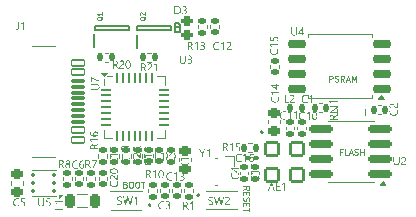
<source format=gto>
G04 #@! TF.GenerationSoftware,KiCad,Pcbnew,8.0.1*
G04 #@! TF.CreationDate,2024-12-03T00:50:36+05:30*
G04 #@! TF.ProjectId,V1,56312e6b-6963-4616-945f-706362585858,r0.1*
G04 #@! TF.SameCoordinates,Original*
G04 #@! TF.FileFunction,Legend,Top*
G04 #@! TF.FilePolarity,Positive*
%FSLAX46Y46*%
G04 Gerber Fmt 4.6, Leading zero omitted, Abs format (unit mm)*
G04 Created by KiCad (PCBNEW 8.0.1) date 2024-12-03 00:50:36*
%MOMM*%
%LPD*%
G01*
G04 APERTURE LIST*
G04 Aperture macros list*
%AMRoundRect*
0 Rectangle with rounded corners*
0 $1 Rounding radius*
0 $2 $3 $4 $5 $6 $7 $8 $9 X,Y pos of 4 corners*
0 Add a 4 corners polygon primitive as box body*
4,1,4,$2,$3,$4,$5,$6,$7,$8,$9,$2,$3,0*
0 Add four circle primitives for the rounded corners*
1,1,$1+$1,$2,$3*
1,1,$1+$1,$4,$5*
1,1,$1+$1,$6,$7*
1,1,$1+$1,$8,$9*
0 Add four rect primitives between the rounded corners*
20,1,$1+$1,$2,$3,$4,$5,0*
20,1,$1+$1,$4,$5,$6,$7,0*
20,1,$1+$1,$6,$7,$8,$9,0*
20,1,$1+$1,$8,$9,$2,$3,0*%
G04 Aperture macros list end*
%ADD10C,0.100000*%
%ADD11C,0.150000*%
%ADD12C,0.200000*%
%ADD13C,0.120000*%
%ADD14R,0.600000X1.100000*%
%ADD15R,0.550000X0.550000*%
%ADD16C,1.500000*%
%ADD17R,1.270000X1.524000*%
%ADD18R,1.524000X1.270000*%
%ADD19RoundRect,0.193750X0.281250X-0.193750X0.281250X0.193750X-0.281250X0.193750X-0.281250X-0.193750X0*%
%ADD20RoundRect,0.140000X-0.170000X0.140000X-0.170000X-0.140000X0.170000X-0.140000X0.170000X0.140000X0*%
%ADD21C,0.650000*%
%ADD22RoundRect,0.075000X-0.550000X0.225000X-0.550000X-0.225000X0.550000X-0.225000X0.550000X0.225000X0*%
%ADD23RoundRect,0.075000X-0.550000X0.075000X-0.550000X-0.075000X0.550000X-0.075000X0.550000X0.075000X0*%
%ADD24O,1.900000X1.000000*%
%ADD25O,1.600000X1.000000*%
%ADD26RoundRect,0.225000X-0.250000X0.225000X-0.250000X-0.225000X0.250000X-0.225000X0.250000X0.225000X0*%
%ADD27RoundRect,0.135000X-0.185000X0.135000X-0.185000X-0.135000X0.185000X-0.135000X0.185000X0.135000X0*%
%ADD28RoundRect,0.140000X0.170000X-0.140000X0.170000X0.140000X-0.170000X0.140000X-0.170000X-0.140000X0*%
%ADD29RoundRect,0.062500X-0.337500X-0.062500X0.337500X-0.062500X0.337500X0.062500X-0.337500X0.062500X0*%
%ADD30RoundRect,0.062500X-0.062500X-0.337500X0.062500X-0.337500X0.062500X0.337500X-0.062500X0.337500X0*%
%ADD31R,3.350000X3.350000*%
%ADD32RoundRect,0.135000X0.185000X-0.135000X0.185000X0.135000X-0.185000X0.135000X-0.185000X-0.135000X0*%
%ADD33RoundRect,0.093750X0.093750X0.106250X-0.093750X0.106250X-0.093750X-0.106250X0.093750X-0.106250X0*%
%ADD34R,1.000000X1.600000*%
%ADD35RoundRect,0.150000X0.650000X0.150000X-0.650000X0.150000X-0.650000X-0.150000X0.650000X-0.150000X0*%
%ADD36R,0.600000X0.200000*%
%ADD37R,0.200000X0.600000*%
%ADD38R,4.350000X4.350000*%
%ADD39RoundRect,0.135000X-0.135000X-0.185000X0.135000X-0.185000X0.135000X0.185000X-0.135000X0.185000X0*%
%ADD40R,0.400000X0.500000*%
%ADD41R,0.300000X0.500000*%
%ADD42RoundRect,0.147500X0.147500X0.172500X-0.147500X0.172500X-0.147500X-0.172500X0.147500X-0.172500X0*%
%ADD43RoundRect,0.140000X-0.140000X-0.170000X0.140000X-0.170000X0.140000X0.170000X-0.140000X0.170000X0*%
%ADD44R,0.900000X0.800000*%
%ADD45RoundRect,0.135000X0.540000X0.540000X-0.540000X0.540000X-0.540000X-0.540000X0.540000X-0.540000X0*%
%ADD46RoundRect,0.218750X-0.218750X-0.381250X0.218750X-0.381250X0.218750X0.381250X-0.218750X0.381250X0*%
%ADD47RoundRect,0.150000X0.825000X0.150000X-0.825000X0.150000X-0.825000X-0.150000X0.825000X-0.150000X0*%
%ADD48RoundRect,0.135000X0.135000X0.185000X-0.135000X0.185000X-0.135000X-0.185000X0.135000X-0.185000X0*%
%ADD49RoundRect,0.100000X-0.130000X-0.100000X0.130000X-0.100000X0.130000X0.100000X-0.130000X0.100000X0*%
G04 APERTURE END LIST*
D10*
X127480952Y-97826109D02*
X127480952Y-97326109D01*
X127480952Y-97326109D02*
X127671428Y-97326109D01*
X127671428Y-97326109D02*
X127719047Y-97349919D01*
X127719047Y-97349919D02*
X127742857Y-97373728D01*
X127742857Y-97373728D02*
X127766666Y-97421347D01*
X127766666Y-97421347D02*
X127766666Y-97492776D01*
X127766666Y-97492776D02*
X127742857Y-97540395D01*
X127742857Y-97540395D02*
X127719047Y-97564204D01*
X127719047Y-97564204D02*
X127671428Y-97588014D01*
X127671428Y-97588014D02*
X127480952Y-97588014D01*
X127957143Y-97802300D02*
X128028571Y-97826109D01*
X128028571Y-97826109D02*
X128147619Y-97826109D01*
X128147619Y-97826109D02*
X128195238Y-97802300D01*
X128195238Y-97802300D02*
X128219047Y-97778490D01*
X128219047Y-97778490D02*
X128242857Y-97730871D01*
X128242857Y-97730871D02*
X128242857Y-97683252D01*
X128242857Y-97683252D02*
X128219047Y-97635633D01*
X128219047Y-97635633D02*
X128195238Y-97611823D01*
X128195238Y-97611823D02*
X128147619Y-97588014D01*
X128147619Y-97588014D02*
X128052381Y-97564204D01*
X128052381Y-97564204D02*
X128004762Y-97540395D01*
X128004762Y-97540395D02*
X127980952Y-97516585D01*
X127980952Y-97516585D02*
X127957143Y-97468966D01*
X127957143Y-97468966D02*
X127957143Y-97421347D01*
X127957143Y-97421347D02*
X127980952Y-97373728D01*
X127980952Y-97373728D02*
X128004762Y-97349919D01*
X128004762Y-97349919D02*
X128052381Y-97326109D01*
X128052381Y-97326109D02*
X128171428Y-97326109D01*
X128171428Y-97326109D02*
X128242857Y-97349919D01*
X128742856Y-97826109D02*
X128576190Y-97588014D01*
X128457142Y-97826109D02*
X128457142Y-97326109D01*
X128457142Y-97326109D02*
X128647618Y-97326109D01*
X128647618Y-97326109D02*
X128695237Y-97349919D01*
X128695237Y-97349919D02*
X128719047Y-97373728D01*
X128719047Y-97373728D02*
X128742856Y-97421347D01*
X128742856Y-97421347D02*
X128742856Y-97492776D01*
X128742856Y-97492776D02*
X128719047Y-97540395D01*
X128719047Y-97540395D02*
X128695237Y-97564204D01*
X128695237Y-97564204D02*
X128647618Y-97588014D01*
X128647618Y-97588014D02*
X128457142Y-97588014D01*
X128933333Y-97683252D02*
X129171428Y-97683252D01*
X128885714Y-97826109D02*
X129052380Y-97326109D01*
X129052380Y-97326109D02*
X129219047Y-97826109D01*
X129385713Y-97826109D02*
X129385713Y-97326109D01*
X129385713Y-97326109D02*
X129552380Y-97683252D01*
X129552380Y-97683252D02*
X129719046Y-97326109D01*
X129719046Y-97326109D02*
X129719046Y-97826109D01*
X128534762Y-103754204D02*
X128368095Y-103754204D01*
X128368095Y-104016109D02*
X128368095Y-103516109D01*
X128368095Y-103516109D02*
X128606190Y-103516109D01*
X129034761Y-104016109D02*
X128796666Y-104016109D01*
X128796666Y-104016109D02*
X128796666Y-103516109D01*
X129177619Y-103873252D02*
X129415714Y-103873252D01*
X129130000Y-104016109D02*
X129296666Y-103516109D01*
X129296666Y-103516109D02*
X129463333Y-104016109D01*
X129606190Y-103992300D02*
X129677618Y-104016109D01*
X129677618Y-104016109D02*
X129796666Y-104016109D01*
X129796666Y-104016109D02*
X129844285Y-103992300D01*
X129844285Y-103992300D02*
X129868094Y-103968490D01*
X129868094Y-103968490D02*
X129891904Y-103920871D01*
X129891904Y-103920871D02*
X129891904Y-103873252D01*
X129891904Y-103873252D02*
X129868094Y-103825633D01*
X129868094Y-103825633D02*
X129844285Y-103801823D01*
X129844285Y-103801823D02*
X129796666Y-103778014D01*
X129796666Y-103778014D02*
X129701428Y-103754204D01*
X129701428Y-103754204D02*
X129653809Y-103730395D01*
X129653809Y-103730395D02*
X129629999Y-103706585D01*
X129629999Y-103706585D02*
X129606190Y-103658966D01*
X129606190Y-103658966D02*
X129606190Y-103611347D01*
X129606190Y-103611347D02*
X129629999Y-103563728D01*
X129629999Y-103563728D02*
X129653809Y-103539919D01*
X129653809Y-103539919D02*
X129701428Y-103516109D01*
X129701428Y-103516109D02*
X129820475Y-103516109D01*
X129820475Y-103516109D02*
X129891904Y-103539919D01*
X130106189Y-104016109D02*
X130106189Y-103516109D01*
X130106189Y-103754204D02*
X130391903Y-103754204D01*
X130391903Y-104016109D02*
X130391903Y-103516109D01*
X110221428Y-106534204D02*
X110292856Y-106558014D01*
X110292856Y-106558014D02*
X110316666Y-106581823D01*
X110316666Y-106581823D02*
X110340475Y-106629442D01*
X110340475Y-106629442D02*
X110340475Y-106700871D01*
X110340475Y-106700871D02*
X110316666Y-106748490D01*
X110316666Y-106748490D02*
X110292856Y-106772300D01*
X110292856Y-106772300D02*
X110245237Y-106796109D01*
X110245237Y-106796109D02*
X110054761Y-106796109D01*
X110054761Y-106796109D02*
X110054761Y-106296109D01*
X110054761Y-106296109D02*
X110221428Y-106296109D01*
X110221428Y-106296109D02*
X110269047Y-106319919D01*
X110269047Y-106319919D02*
X110292856Y-106343728D01*
X110292856Y-106343728D02*
X110316666Y-106391347D01*
X110316666Y-106391347D02*
X110316666Y-106438966D01*
X110316666Y-106438966D02*
X110292856Y-106486585D01*
X110292856Y-106486585D02*
X110269047Y-106510395D01*
X110269047Y-106510395D02*
X110221428Y-106534204D01*
X110221428Y-106534204D02*
X110054761Y-106534204D01*
X110649999Y-106296109D02*
X110745237Y-106296109D01*
X110745237Y-106296109D02*
X110792856Y-106319919D01*
X110792856Y-106319919D02*
X110840475Y-106367538D01*
X110840475Y-106367538D02*
X110864285Y-106462776D01*
X110864285Y-106462776D02*
X110864285Y-106629442D01*
X110864285Y-106629442D02*
X110840475Y-106724680D01*
X110840475Y-106724680D02*
X110792856Y-106772300D01*
X110792856Y-106772300D02*
X110745237Y-106796109D01*
X110745237Y-106796109D02*
X110649999Y-106796109D01*
X110649999Y-106796109D02*
X110602380Y-106772300D01*
X110602380Y-106772300D02*
X110554761Y-106724680D01*
X110554761Y-106724680D02*
X110530952Y-106629442D01*
X110530952Y-106629442D02*
X110530952Y-106462776D01*
X110530952Y-106462776D02*
X110554761Y-106367538D01*
X110554761Y-106367538D02*
X110602380Y-106319919D01*
X110602380Y-106319919D02*
X110649999Y-106296109D01*
X111173809Y-106296109D02*
X111269047Y-106296109D01*
X111269047Y-106296109D02*
X111316666Y-106319919D01*
X111316666Y-106319919D02*
X111364285Y-106367538D01*
X111364285Y-106367538D02*
X111388095Y-106462776D01*
X111388095Y-106462776D02*
X111388095Y-106629442D01*
X111388095Y-106629442D02*
X111364285Y-106724680D01*
X111364285Y-106724680D02*
X111316666Y-106772300D01*
X111316666Y-106772300D02*
X111269047Y-106796109D01*
X111269047Y-106796109D02*
X111173809Y-106796109D01*
X111173809Y-106796109D02*
X111126190Y-106772300D01*
X111126190Y-106772300D02*
X111078571Y-106724680D01*
X111078571Y-106724680D02*
X111054762Y-106629442D01*
X111054762Y-106629442D02*
X111054762Y-106462776D01*
X111054762Y-106462776D02*
X111078571Y-106367538D01*
X111078571Y-106367538D02*
X111126190Y-106319919D01*
X111126190Y-106319919D02*
X111173809Y-106296109D01*
X111530953Y-106296109D02*
X111816667Y-106296109D01*
X111673810Y-106796109D02*
X111673810Y-106296109D01*
X120213890Y-106993809D02*
X120451985Y-106827143D01*
X120213890Y-106708095D02*
X120713890Y-106708095D01*
X120713890Y-106708095D02*
X120713890Y-106898571D01*
X120713890Y-106898571D02*
X120690080Y-106946190D01*
X120690080Y-106946190D02*
X120666271Y-106970000D01*
X120666271Y-106970000D02*
X120618652Y-106993809D01*
X120618652Y-106993809D02*
X120547223Y-106993809D01*
X120547223Y-106993809D02*
X120499604Y-106970000D01*
X120499604Y-106970000D02*
X120475795Y-106946190D01*
X120475795Y-106946190D02*
X120451985Y-106898571D01*
X120451985Y-106898571D02*
X120451985Y-106708095D01*
X120475795Y-107208095D02*
X120475795Y-107374762D01*
X120213890Y-107446190D02*
X120213890Y-107208095D01*
X120213890Y-107208095D02*
X120713890Y-107208095D01*
X120713890Y-107208095D02*
X120713890Y-107446190D01*
X120237700Y-107636667D02*
X120213890Y-107708095D01*
X120213890Y-107708095D02*
X120213890Y-107827143D01*
X120213890Y-107827143D02*
X120237700Y-107874762D01*
X120237700Y-107874762D02*
X120261509Y-107898571D01*
X120261509Y-107898571D02*
X120309128Y-107922381D01*
X120309128Y-107922381D02*
X120356747Y-107922381D01*
X120356747Y-107922381D02*
X120404366Y-107898571D01*
X120404366Y-107898571D02*
X120428176Y-107874762D01*
X120428176Y-107874762D02*
X120451985Y-107827143D01*
X120451985Y-107827143D02*
X120475795Y-107731905D01*
X120475795Y-107731905D02*
X120499604Y-107684286D01*
X120499604Y-107684286D02*
X120523414Y-107660476D01*
X120523414Y-107660476D02*
X120571033Y-107636667D01*
X120571033Y-107636667D02*
X120618652Y-107636667D01*
X120618652Y-107636667D02*
X120666271Y-107660476D01*
X120666271Y-107660476D02*
X120690080Y-107684286D01*
X120690080Y-107684286D02*
X120713890Y-107731905D01*
X120713890Y-107731905D02*
X120713890Y-107850952D01*
X120713890Y-107850952D02*
X120690080Y-107922381D01*
X120475795Y-108136666D02*
X120475795Y-108303333D01*
X120213890Y-108374761D02*
X120213890Y-108136666D01*
X120213890Y-108136666D02*
X120713890Y-108136666D01*
X120713890Y-108136666D02*
X120713890Y-108374761D01*
X120713890Y-108517619D02*
X120713890Y-108803333D01*
X120213890Y-108660476D02*
X120713890Y-108660476D01*
D11*
X114703571Y-93246307D02*
X114810714Y-93282021D01*
X114810714Y-93282021D02*
X114846428Y-93317735D01*
X114846428Y-93317735D02*
X114882142Y-93389164D01*
X114882142Y-93389164D02*
X114882142Y-93496307D01*
X114882142Y-93496307D02*
X114846428Y-93567735D01*
X114846428Y-93567735D02*
X114810714Y-93603450D01*
X114810714Y-93603450D02*
X114739285Y-93639164D01*
X114739285Y-93639164D02*
X114453571Y-93639164D01*
X114453571Y-93639164D02*
X114453571Y-92889164D01*
X114453571Y-92889164D02*
X114703571Y-92889164D01*
X114703571Y-92889164D02*
X114775000Y-92924878D01*
X114775000Y-92924878D02*
X114810714Y-92960592D01*
X114810714Y-92960592D02*
X114846428Y-93032021D01*
X114846428Y-93032021D02*
X114846428Y-93103450D01*
X114846428Y-93103450D02*
X114810714Y-93174878D01*
X114810714Y-93174878D02*
X114775000Y-93210592D01*
X114775000Y-93210592D02*
X114703571Y-93246307D01*
X114703571Y-93246307D02*
X114453571Y-93246307D01*
D10*
X111892542Y-92332495D02*
X111873495Y-92370590D01*
X111873495Y-92370590D02*
X111835400Y-92408685D01*
X111835400Y-92408685D02*
X111778257Y-92465828D01*
X111778257Y-92465828D02*
X111759209Y-92503923D01*
X111759209Y-92503923D02*
X111759209Y-92542019D01*
X111854447Y-92522971D02*
X111835400Y-92561066D01*
X111835400Y-92561066D02*
X111797304Y-92599161D01*
X111797304Y-92599161D02*
X111721114Y-92618209D01*
X111721114Y-92618209D02*
X111587780Y-92618209D01*
X111587780Y-92618209D02*
X111511590Y-92599161D01*
X111511590Y-92599161D02*
X111473495Y-92561066D01*
X111473495Y-92561066D02*
X111454447Y-92522971D01*
X111454447Y-92522971D02*
X111454447Y-92446780D01*
X111454447Y-92446780D02*
X111473495Y-92408685D01*
X111473495Y-92408685D02*
X111511590Y-92370590D01*
X111511590Y-92370590D02*
X111587780Y-92351542D01*
X111587780Y-92351542D02*
X111721114Y-92351542D01*
X111721114Y-92351542D02*
X111797304Y-92370590D01*
X111797304Y-92370590D02*
X111835400Y-92408685D01*
X111835400Y-92408685D02*
X111854447Y-92446780D01*
X111854447Y-92446780D02*
X111854447Y-92522971D01*
X111492542Y-92199161D02*
X111473495Y-92180113D01*
X111473495Y-92180113D02*
X111454447Y-92142018D01*
X111454447Y-92142018D02*
X111454447Y-92046780D01*
X111454447Y-92046780D02*
X111473495Y-92008685D01*
X111473495Y-92008685D02*
X111492542Y-91989637D01*
X111492542Y-91989637D02*
X111530638Y-91970590D01*
X111530638Y-91970590D02*
X111568733Y-91970590D01*
X111568733Y-91970590D02*
X111625876Y-91989637D01*
X111625876Y-91989637D02*
X111854447Y-92218209D01*
X111854447Y-92218209D02*
X111854447Y-91970590D01*
X108275542Y-92324695D02*
X108256495Y-92362790D01*
X108256495Y-92362790D02*
X108218400Y-92400885D01*
X108218400Y-92400885D02*
X108161257Y-92458028D01*
X108161257Y-92458028D02*
X108142209Y-92496123D01*
X108142209Y-92496123D02*
X108142209Y-92534219D01*
X108237447Y-92515171D02*
X108218400Y-92553266D01*
X108218400Y-92553266D02*
X108180304Y-92591361D01*
X108180304Y-92591361D02*
X108104114Y-92610409D01*
X108104114Y-92610409D02*
X107970780Y-92610409D01*
X107970780Y-92610409D02*
X107894590Y-92591361D01*
X107894590Y-92591361D02*
X107856495Y-92553266D01*
X107856495Y-92553266D02*
X107837447Y-92515171D01*
X107837447Y-92515171D02*
X107837447Y-92438980D01*
X107837447Y-92438980D02*
X107856495Y-92400885D01*
X107856495Y-92400885D02*
X107894590Y-92362790D01*
X107894590Y-92362790D02*
X107970780Y-92343742D01*
X107970780Y-92343742D02*
X108104114Y-92343742D01*
X108104114Y-92343742D02*
X108180304Y-92362790D01*
X108180304Y-92362790D02*
X108218400Y-92400885D01*
X108218400Y-92400885D02*
X108237447Y-92438980D01*
X108237447Y-92438980D02*
X108237447Y-92515171D01*
X108237447Y-91962790D02*
X108237447Y-92191361D01*
X108237447Y-92077075D02*
X107837447Y-92077075D01*
X107837447Y-92077075D02*
X107894590Y-92115171D01*
X107894590Y-92115171D02*
X107932685Y-92153266D01*
X107932685Y-92153266D02*
X107951733Y-92191361D01*
G36*
X109506420Y-108215367D02*
G01*
X109506420Y-108120137D01*
X109535927Y-108139838D01*
X109545572Y-108144756D01*
X109578124Y-108158031D01*
X109593615Y-108163050D01*
X109626900Y-108171451D01*
X109644393Y-108174676D01*
X109679070Y-108178455D01*
X109691581Y-108178779D01*
X109726491Y-108177059D01*
X109763486Y-108170070D01*
X109795658Y-108156172D01*
X109802882Y-108151253D01*
X109826682Y-108124881D01*
X109838349Y-108090496D01*
X109839641Y-108071923D01*
X109833822Y-108037079D01*
X109827331Y-108023539D01*
X109804935Y-107995744D01*
X109793479Y-107985925D01*
X109765065Y-107966165D01*
X109742359Y-107953270D01*
X109711627Y-107937156D01*
X109680720Y-107921350D01*
X109678587Y-107920273D01*
X109647938Y-107904200D01*
X109617133Y-107886834D01*
X109611225Y-107883343D01*
X109582117Y-107863639D01*
X109557027Y-107842139D01*
X109534145Y-107814857D01*
X109520611Y-107791019D01*
X109510339Y-107757884D01*
X109507446Y-107723999D01*
X109510860Y-107687830D01*
X109522174Y-107653422D01*
X109528133Y-107642275D01*
X109548722Y-107614114D01*
X109574285Y-107590664D01*
X109582502Y-107584830D01*
X109613740Y-107567308D01*
X109645911Y-107555023D01*
X109659097Y-107551319D01*
X109694385Y-107544124D01*
X109730237Y-107540597D01*
X109746975Y-107540206D01*
X109783245Y-107541246D01*
X109820653Y-107545088D01*
X109856934Y-107552945D01*
X109889498Y-107566203D01*
X109895548Y-107569784D01*
X109895548Y-107660569D01*
X109862861Y-107639925D01*
X109830700Y-107626699D01*
X109795219Y-107617990D01*
X109756415Y-107613796D01*
X109738769Y-107613382D01*
X109703987Y-107615738D01*
X109685768Y-107618853D01*
X109652232Y-107629688D01*
X109638751Y-107636804D01*
X109612048Y-107659565D01*
X109605070Y-107668947D01*
X109593104Y-107701626D01*
X109592076Y-107716818D01*
X109597111Y-107751046D01*
X109601822Y-107762467D01*
X109622951Y-107790404D01*
X109630886Y-107797516D01*
X109659851Y-107817793D01*
X109677903Y-107828120D01*
X109709648Y-107844744D01*
X109741504Y-107860775D01*
X109773214Y-107877142D01*
X109803419Y-107894229D01*
X109811773Y-107899243D01*
X109841065Y-107919011D01*
X109868334Y-107942332D01*
X109869903Y-107943867D01*
X109893529Y-107971339D01*
X109909568Y-107998064D01*
X109921040Y-108032000D01*
X109924271Y-108066110D01*
X109921458Y-108102110D01*
X109912062Y-108136118D01*
X109904267Y-108152279D01*
X109884198Y-108180609D01*
X109858696Y-108203965D01*
X109850412Y-108209725D01*
X109818795Y-108226667D01*
X109785862Y-108238179D01*
X109772279Y-108241525D01*
X109738499Y-108247568D01*
X109703324Y-108250822D01*
X109679100Y-108251442D01*
X109644487Y-108249609D01*
X109638580Y-108249048D01*
X109603554Y-108244459D01*
X109589512Y-108242038D01*
X109554954Y-108234254D01*
X109542153Y-108230583D01*
X109509933Y-108217437D01*
X109506420Y-108215367D01*
G37*
G36*
X110876574Y-107551148D02*
G01*
X110681839Y-108240500D01*
X110587122Y-108240500D01*
X110445217Y-107736651D01*
X110437908Y-107703055D01*
X110434239Y-107668920D01*
X110434103Y-107666553D01*
X110432223Y-107666553D01*
X110427649Y-107701645D01*
X110419742Y-107735796D01*
X110276982Y-108240500D01*
X110183120Y-108240500D01*
X109981204Y-107551148D01*
X110070108Y-107551148D01*
X110216801Y-108079959D01*
X110224323Y-108113853D01*
X110228427Y-108149202D01*
X110230820Y-108149202D01*
X110236705Y-108114754D01*
X110245695Y-108079959D01*
X110398200Y-107551148D01*
X110475478Y-107551148D01*
X110621658Y-108083720D01*
X110629123Y-108117662D01*
X110633284Y-108148176D01*
X110635164Y-108148176D01*
X110640652Y-108112748D01*
X110648158Y-108081839D01*
X110789037Y-107551148D01*
X110876574Y-107551148D01*
G37*
G36*
X111231849Y-108240500D02*
G01*
X111153032Y-108240500D01*
X111153032Y-107644498D01*
X111126361Y-107665527D01*
X111096237Y-107683856D01*
X111086867Y-107688950D01*
X111055645Y-107704054D01*
X111040705Y-107710493D01*
X111007889Y-107722261D01*
X110993346Y-107726222D01*
X110993346Y-107646550D01*
X111027033Y-107636064D01*
X111048399Y-107627914D01*
X111080826Y-107613831D01*
X111105674Y-107601756D01*
X111136382Y-107584974D01*
X111158845Y-107571323D01*
X111187443Y-107551715D01*
X111202101Y-107540206D01*
X111231849Y-107540206D01*
X111231849Y-108240500D01*
G37*
G36*
X114607737Y-91442461D02*
G01*
X114649010Y-91446398D01*
X114687436Y-91452959D01*
X114723016Y-91462146D01*
X114755749Y-91473957D01*
X114799512Y-91496594D01*
X114836871Y-91525137D01*
X114867825Y-91559586D01*
X114892375Y-91599940D01*
X114910521Y-91646200D01*
X114919060Y-91680320D01*
X114924753Y-91717066D01*
X114927599Y-91756435D01*
X114927955Y-91777105D01*
X114926374Y-91816046D01*
X114921629Y-91853026D01*
X114913722Y-91888045D01*
X114902652Y-91921104D01*
X114888418Y-91952202D01*
X114866179Y-91988317D01*
X114838997Y-92021368D01*
X114826741Y-92033730D01*
X114800369Y-92056411D01*
X114771860Y-92076067D01*
X114741213Y-92092699D01*
X114708430Y-92106307D01*
X114673509Y-92116891D01*
X114636451Y-92124451D01*
X114597257Y-92128987D01*
X114555925Y-92130500D01*
X114373158Y-92130500D01*
X114373158Y-91514324D01*
X114453855Y-91514324D01*
X114453855Y-92057324D01*
X114556779Y-92057324D01*
X114597679Y-92055555D01*
X114635639Y-92050245D01*
X114670661Y-92041396D01*
X114702745Y-92029007D01*
X114737366Y-92009469D01*
X114767756Y-91984833D01*
X114793438Y-91955463D01*
X114813806Y-91921849D01*
X114828861Y-91883992D01*
X114837348Y-91849203D01*
X114842144Y-91811467D01*
X114843325Y-91779156D01*
X114840849Y-91731828D01*
X114833420Y-91689154D01*
X114821038Y-91651137D01*
X114803703Y-91617774D01*
X114781415Y-91589066D01*
X114754175Y-91565014D01*
X114721982Y-91545617D01*
X114684836Y-91530876D01*
X114642737Y-91520789D01*
X114595686Y-91515358D01*
X114561567Y-91514324D01*
X114453855Y-91514324D01*
X114373158Y-91514324D01*
X114373158Y-91441148D01*
X114563618Y-91441148D01*
X114607737Y-91442461D01*
G37*
G36*
X115427530Y-91932687D02*
G01*
X115424623Y-91969395D01*
X115415904Y-92003394D01*
X115409920Y-92018172D01*
X115391879Y-92049705D01*
X115368275Y-92076983D01*
X115360509Y-92083996D01*
X115332416Y-92104190D01*
X115300091Y-92120321D01*
X115283744Y-92126396D01*
X115248978Y-92135564D01*
X115214829Y-92140251D01*
X115185265Y-92141442D01*
X115149696Y-92140143D01*
X115111800Y-92135347D01*
X115077781Y-92127016D01*
X115043651Y-92113167D01*
X115028486Y-92104512D01*
X115028486Y-92021079D01*
X115059969Y-92041730D01*
X115093383Y-92057310D01*
X115128728Y-92067817D01*
X115166004Y-92073251D01*
X115188172Y-92074079D01*
X115222494Y-92071771D01*
X115253311Y-92064847D01*
X115284933Y-92050990D01*
X115303234Y-92038176D01*
X115326638Y-92011970D01*
X115335548Y-91995775D01*
X115345245Y-91962383D01*
X115346832Y-91940039D01*
X115342136Y-91900685D01*
X115328048Y-91868001D01*
X115304569Y-91841987D01*
X115271698Y-91822644D01*
X115238640Y-91811972D01*
X115199570Y-91805568D01*
X115154490Y-91803434D01*
X115097216Y-91803434D01*
X115097216Y-91736585D01*
X115151584Y-91736585D01*
X115191495Y-91734640D01*
X115226084Y-91728806D01*
X115261838Y-91716043D01*
X115293766Y-91692705D01*
X115313722Y-91660617D01*
X115321205Y-91627191D01*
X115321870Y-91612118D01*
X115317308Y-91573015D01*
X115300454Y-91537620D01*
X115271180Y-91513236D01*
X115236204Y-91501101D01*
X115200088Y-91497168D01*
X115192104Y-91497056D01*
X115156093Y-91500400D01*
X115121237Y-91510434D01*
X115087534Y-91527157D01*
X115058991Y-91547277D01*
X115054986Y-91550569D01*
X115054986Y-91471239D01*
X115089468Y-91453287D01*
X115122218Y-91441787D01*
X115157372Y-91434214D01*
X115194932Y-91430567D01*
X115211765Y-91430206D01*
X115248043Y-91432497D01*
X115283426Y-91440036D01*
X115290070Y-91442174D01*
X115322597Y-91456365D01*
X115350080Y-91475342D01*
X115373551Y-91500329D01*
X115388890Y-91526463D01*
X115399563Y-91559941D01*
X115402568Y-91592286D01*
X115399212Y-91631890D01*
X115389144Y-91666818D01*
X115372364Y-91697072D01*
X115348873Y-91722651D01*
X115318669Y-91743554D01*
X115281754Y-91759783D01*
X115265108Y-91764966D01*
X115265108Y-91766846D01*
X115298832Y-91773129D01*
X115329906Y-91784114D01*
X115360915Y-91801659D01*
X115381368Y-91818821D01*
X115403777Y-91846709D01*
X115415220Y-91868915D01*
X115425173Y-91903314D01*
X115427530Y-91932687D01*
G37*
G36*
X114359383Y-104177522D02*
G01*
X114375771Y-104212757D01*
X114386614Y-104245824D01*
X114394500Y-104281535D01*
X114399429Y-104319891D01*
X114401401Y-104360892D01*
X114401442Y-104367982D01*
X114399964Y-104403867D01*
X114395532Y-104437920D01*
X114385838Y-104477908D01*
X114371527Y-104515033D01*
X114352599Y-104549295D01*
X114329054Y-104580693D01*
X114306895Y-104603750D01*
X114275909Y-104629214D01*
X114242043Y-104650363D01*
X114205297Y-104667195D01*
X114165671Y-104679711D01*
X114131897Y-104686617D01*
X114096279Y-104690760D01*
X114058818Y-104692141D01*
X114018520Y-104690587D01*
X113980204Y-104685922D01*
X113943870Y-104678149D01*
X113909518Y-104667265D01*
X113877149Y-104653272D01*
X113846761Y-104636170D01*
X113818356Y-104615958D01*
X113791934Y-104592637D01*
X113768091Y-104566887D01*
X113747428Y-104539476D01*
X113726069Y-104502875D01*
X113709678Y-104463678D01*
X113700141Y-104430451D01*
X113693783Y-104395563D01*
X113690604Y-104359012D01*
X113690206Y-104340114D01*
X113691024Y-104304497D01*
X113694044Y-104265937D01*
X113699289Y-104230600D01*
X113708009Y-104194162D01*
X113713458Y-104177522D01*
X113799627Y-104177522D01*
X113785504Y-104210646D01*
X113774850Y-104245243D01*
X113767664Y-104281313D01*
X113763948Y-104318855D01*
X113763382Y-104340969D01*
X113765314Y-104377004D01*
X113771112Y-104410843D01*
X113783171Y-104448552D01*
X113800797Y-104483099D01*
X113823988Y-104514485D01*
X113842541Y-104533652D01*
X113874095Y-104558753D01*
X113909387Y-104578660D01*
X113941654Y-104591282D01*
X113976516Y-104600298D01*
X114013975Y-104605708D01*
X114054031Y-104607511D01*
X114092052Y-104605829D01*
X114127578Y-104600783D01*
X114166913Y-104590286D01*
X114202655Y-104574945D01*
X114234802Y-104554759D01*
X114254236Y-104538610D01*
X114279569Y-104511194D01*
X114299661Y-104480748D01*
X114314511Y-104447272D01*
X114324120Y-104410768D01*
X114328488Y-104371233D01*
X114328779Y-104357382D01*
X114327102Y-104319387D01*
X114322071Y-104283363D01*
X114313687Y-104249310D01*
X114299665Y-104212074D01*
X114281079Y-104177522D01*
X114359383Y-104177522D01*
G37*
G36*
X114039000Y-103648518D02*
G01*
X114077655Y-103650961D01*
X114114314Y-103655203D01*
X114148976Y-103661245D01*
X114172513Y-103666663D01*
X114207871Y-103677071D01*
X114240431Y-103689659D01*
X114273713Y-103706426D01*
X114297150Y-103721374D01*
X114323971Y-103742924D01*
X114349236Y-103769818D01*
X114369725Y-103799818D01*
X114374941Y-103809423D01*
X114388916Y-103843310D01*
X114397715Y-103880002D01*
X114401209Y-103915423D01*
X114401442Y-103927735D01*
X114399562Y-103964822D01*
X114393922Y-103999340D01*
X114383247Y-104034679D01*
X114377677Y-104047926D01*
X114302963Y-104047926D01*
X114318005Y-104015114D01*
X114328124Y-103981112D01*
X114333320Y-103945920D01*
X114334079Y-103925854D01*
X114330947Y-103889567D01*
X114321551Y-103856554D01*
X114315102Y-103842421D01*
X114295224Y-103812300D01*
X114270905Y-103788257D01*
X114260049Y-103780017D01*
X114230509Y-103762618D01*
X114196256Y-103748633D01*
X114170803Y-103741206D01*
X114136142Y-103734084D01*
X114098408Y-103729599D01*
X114061821Y-103727818D01*
X114049072Y-103727700D01*
X114049072Y-103729580D01*
X114079577Y-103748482D01*
X114107188Y-103776338D01*
X114126209Y-103810444D01*
X114135676Y-103844653D01*
X114138832Y-103883453D01*
X114136236Y-103918247D01*
X114127634Y-103953066D01*
X114123102Y-103964835D01*
X114106852Y-103995250D01*
X114083922Y-104023626D01*
X114078650Y-104028778D01*
X114051306Y-104050091D01*
X114019839Y-104066757D01*
X114010091Y-104070665D01*
X113976370Y-104080296D01*
X113939940Y-104085017D01*
X113922213Y-104085540D01*
X113887980Y-104083580D01*
X113852986Y-104076973D01*
X113828350Y-104068956D01*
X113795597Y-104053337D01*
X113766794Y-104033429D01*
X113754833Y-104022794D01*
X113732114Y-103996928D01*
X113713967Y-103967394D01*
X113707132Y-103952525D01*
X113696173Y-103918251D01*
X113690801Y-103881549D01*
X113690429Y-103870460D01*
X113757056Y-103870460D01*
X113761530Y-103904467D01*
X113768511Y-103923460D01*
X113787521Y-103952825D01*
X113800653Y-103966032D01*
X113829437Y-103985533D01*
X113849721Y-103994413D01*
X113883273Y-104002708D01*
X113911613Y-104004671D01*
X113946619Y-104002235D01*
X113977778Y-103994926D01*
X114009158Y-103980197D01*
X114027017Y-103966716D01*
X114049447Y-103939539D01*
X114057963Y-103922776D01*
X114067072Y-103888369D01*
X114068563Y-103865672D01*
X114064072Y-103831094D01*
X114058134Y-103814040D01*
X114040319Y-103783648D01*
X114029924Y-103771810D01*
X114002566Y-103750608D01*
X113988207Y-103743429D01*
X113955021Y-103734232D01*
X113936403Y-103733000D01*
X113900191Y-103735291D01*
X113865127Y-103742787D01*
X113863057Y-103743429D01*
X113830566Y-103756596D01*
X113806466Y-103771981D01*
X113782246Y-103796176D01*
X113770049Y-103815578D01*
X113758883Y-103848797D01*
X113757056Y-103870460D01*
X113690429Y-103870460D01*
X113690206Y-103863792D01*
X113692671Y-103829453D01*
X113700982Y-103795172D01*
X113711065Y-103771639D01*
X113731172Y-103741111D01*
X113755343Y-103716687D01*
X113771930Y-103704106D01*
X113801637Y-103686835D01*
X113835748Y-103672634D01*
X113870580Y-103662389D01*
X113904795Y-103655364D01*
X113941662Y-103650638D01*
X113976657Y-103648368D01*
X114004278Y-103647857D01*
X114039000Y-103648518D01*
G37*
G36*
X101208175Y-93223106D02*
G01*
X101206906Y-93260033D01*
X101203099Y-93294306D01*
X101195181Y-93331928D01*
X101183608Y-93365728D01*
X101165488Y-93400330D01*
X101156200Y-93413566D01*
X101131784Y-93440014D01*
X101104013Y-93459965D01*
X101068168Y-93474813D01*
X101033210Y-93480845D01*
X101017201Y-93481442D01*
X100982530Y-93479000D01*
X100950865Y-93470329D01*
X100950865Y-93393905D01*
X100984969Y-93405932D01*
X101018227Y-93408779D01*
X101055297Y-93402282D01*
X101084697Y-93382789D01*
X101106427Y-93350302D01*
X101118678Y-93313302D01*
X101124643Y-93277204D01*
X101127199Y-93235331D01*
X101127306Y-93223961D01*
X101127306Y-92781148D01*
X101208175Y-92781148D01*
X101208175Y-93223106D01*
G37*
G36*
X101638848Y-93470500D02*
G01*
X101560031Y-93470500D01*
X101560031Y-92874498D01*
X101533360Y-92895527D01*
X101503235Y-92913856D01*
X101493866Y-92918950D01*
X101462643Y-92934054D01*
X101447704Y-92940493D01*
X101414887Y-92952261D01*
X101400345Y-92956222D01*
X101400345Y-92876550D01*
X101434031Y-92866064D01*
X101455397Y-92857914D01*
X101487825Y-92843831D01*
X101512672Y-92831756D01*
X101543381Y-92814974D01*
X101565844Y-92801323D01*
X101594441Y-92781715D01*
X101609099Y-92770206D01*
X101638848Y-92770206D01*
X101638848Y-93470500D01*
G37*
G36*
X115559383Y-104721500D02*
G01*
X115575771Y-104756735D01*
X115586614Y-104789802D01*
X115594500Y-104825513D01*
X115599429Y-104863869D01*
X115601401Y-104904870D01*
X115601442Y-104911960D01*
X115599964Y-104947845D01*
X115595532Y-104981898D01*
X115585838Y-105021886D01*
X115571527Y-105059011D01*
X115552599Y-105093273D01*
X115529054Y-105124671D01*
X115506895Y-105147728D01*
X115475909Y-105173192D01*
X115442043Y-105194341D01*
X115405297Y-105211173D01*
X115365671Y-105223689D01*
X115331897Y-105230595D01*
X115296279Y-105234738D01*
X115258818Y-105236119D01*
X115218520Y-105234565D01*
X115180204Y-105229900D01*
X115143870Y-105222127D01*
X115109518Y-105211243D01*
X115077149Y-105197250D01*
X115046761Y-105180148D01*
X115018356Y-105159936D01*
X114991934Y-105136615D01*
X114968091Y-105110865D01*
X114947428Y-105083454D01*
X114926069Y-105046853D01*
X114909678Y-105007656D01*
X114900141Y-104974429D01*
X114893783Y-104939541D01*
X114890604Y-104902990D01*
X114890206Y-104884092D01*
X114891024Y-104848475D01*
X114894044Y-104809915D01*
X114899289Y-104774578D01*
X114908009Y-104738140D01*
X114913458Y-104721500D01*
X114999627Y-104721500D01*
X114985504Y-104754624D01*
X114974850Y-104789221D01*
X114967664Y-104825291D01*
X114963948Y-104862833D01*
X114963382Y-104884947D01*
X114965314Y-104920982D01*
X114971112Y-104954821D01*
X114983171Y-104992530D01*
X115000797Y-105027077D01*
X115023988Y-105058463D01*
X115042541Y-105077630D01*
X115074095Y-105102731D01*
X115109387Y-105122638D01*
X115141654Y-105135260D01*
X115176516Y-105144276D01*
X115213975Y-105149686D01*
X115254031Y-105151489D01*
X115292052Y-105149807D01*
X115327578Y-105144761D01*
X115366913Y-105134264D01*
X115402655Y-105118923D01*
X115434802Y-105098737D01*
X115454236Y-105082588D01*
X115479569Y-105055172D01*
X115499661Y-105024726D01*
X115514511Y-104991250D01*
X115524120Y-104954746D01*
X115528488Y-104915211D01*
X115528779Y-104901360D01*
X115527102Y-104863365D01*
X115522071Y-104827341D01*
X115513687Y-104793288D01*
X115499665Y-104756052D01*
X115481079Y-104721500D01*
X115559383Y-104721500D01*
G37*
G36*
X115590500Y-104326559D02*
G01*
X115590500Y-104405376D01*
X114994498Y-104405376D01*
X115015527Y-104432048D01*
X115033856Y-104462172D01*
X115038950Y-104471542D01*
X115054054Y-104502764D01*
X115060493Y-104517704D01*
X115072261Y-104550520D01*
X115076222Y-104565062D01*
X114996550Y-104565062D01*
X114986064Y-104531376D01*
X114977914Y-104510010D01*
X114963831Y-104477582D01*
X114951756Y-104452735D01*
X114934974Y-104422026D01*
X114921323Y-104399563D01*
X114901715Y-104370966D01*
X114890206Y-104356308D01*
X114890206Y-104326559D01*
X115590500Y-104326559D01*
G37*
G36*
X115239000Y-103664541D02*
G01*
X115277655Y-103666983D01*
X115314314Y-103671226D01*
X115348976Y-103677268D01*
X115372513Y-103682686D01*
X115407871Y-103693094D01*
X115440431Y-103705682D01*
X115473713Y-103722448D01*
X115497150Y-103737396D01*
X115523971Y-103758946D01*
X115549236Y-103785841D01*
X115569725Y-103815840D01*
X115574941Y-103825446D01*
X115588916Y-103859333D01*
X115597715Y-103896025D01*
X115601209Y-103931445D01*
X115601442Y-103943757D01*
X115599562Y-103980845D01*
X115593922Y-104015362D01*
X115583247Y-104050702D01*
X115577677Y-104063949D01*
X115502963Y-104063949D01*
X115518005Y-104031137D01*
X115528124Y-103997135D01*
X115533320Y-103961942D01*
X115534079Y-103941877D01*
X115530947Y-103905590D01*
X115521551Y-103872576D01*
X115515102Y-103858443D01*
X115495224Y-103828322D01*
X115470905Y-103804280D01*
X115460049Y-103796039D01*
X115430509Y-103778640D01*
X115396256Y-103764655D01*
X115370803Y-103757229D01*
X115336142Y-103750106D01*
X115298408Y-103745622D01*
X115261821Y-103743841D01*
X115249072Y-103743722D01*
X115249072Y-103745603D01*
X115279577Y-103764505D01*
X115307188Y-103792360D01*
X115326209Y-103826466D01*
X115335676Y-103860675D01*
X115338832Y-103899476D01*
X115336236Y-103934269D01*
X115327634Y-103969089D01*
X115323102Y-103980858D01*
X115306852Y-104011273D01*
X115283922Y-104039648D01*
X115278650Y-104044801D01*
X115251306Y-104066114D01*
X115219839Y-104082780D01*
X115210091Y-104086688D01*
X115176370Y-104096319D01*
X115139940Y-104101040D01*
X115122213Y-104101563D01*
X115087980Y-104099603D01*
X115052986Y-104092995D01*
X115028350Y-104084978D01*
X114995597Y-104069359D01*
X114966794Y-104049451D01*
X114954833Y-104038817D01*
X114932114Y-104012951D01*
X114913967Y-103983416D01*
X114907132Y-103968548D01*
X114896173Y-103934273D01*
X114890801Y-103897572D01*
X114890429Y-103886482D01*
X114957056Y-103886482D01*
X114961530Y-103920489D01*
X114968511Y-103939483D01*
X114987521Y-103968848D01*
X115000653Y-103982055D01*
X115029437Y-104001556D01*
X115049721Y-104010436D01*
X115083273Y-104018730D01*
X115111613Y-104020694D01*
X115146619Y-104018257D01*
X115177778Y-104010948D01*
X115209158Y-103996219D01*
X115227017Y-103982738D01*
X115249447Y-103955562D01*
X115257963Y-103938799D01*
X115267072Y-103904391D01*
X115268563Y-103881695D01*
X115264072Y-103847117D01*
X115258134Y-103830062D01*
X115240319Y-103799670D01*
X115229924Y-103787833D01*
X115202566Y-103766631D01*
X115188207Y-103759452D01*
X115155021Y-103750255D01*
X115136403Y-103749022D01*
X115100191Y-103751314D01*
X115065127Y-103758810D01*
X115063057Y-103759452D01*
X115030566Y-103772619D01*
X115006466Y-103788004D01*
X114982246Y-103812199D01*
X114970049Y-103831601D01*
X114958883Y-103864820D01*
X114957056Y-103886482D01*
X114890429Y-103886482D01*
X114890206Y-103879814D01*
X114892671Y-103845476D01*
X114900982Y-103811195D01*
X114911065Y-103787662D01*
X114931172Y-103757133D01*
X114955343Y-103732710D01*
X114971930Y-103720128D01*
X115001637Y-103702857D01*
X115035748Y-103688657D01*
X115070580Y-103678412D01*
X115104795Y-103671387D01*
X115141662Y-103666661D01*
X115176657Y-103664390D01*
X115204278Y-103663879D01*
X115239000Y-103664541D01*
G37*
G36*
X115730810Y-94473011D02*
G01*
X115766470Y-94479182D01*
X115778556Y-94482433D01*
X115812206Y-94495481D01*
X115841347Y-94513788D01*
X115844892Y-94516627D01*
X115870025Y-94542357D01*
X115887997Y-94571604D01*
X115889003Y-94573730D01*
X115900415Y-94608257D01*
X115904654Y-94642434D01*
X115904903Y-94653744D01*
X115902167Y-94688024D01*
X115893961Y-94719397D01*
X115878922Y-94751001D01*
X115863186Y-94772740D01*
X115838224Y-94796926D01*
X115815143Y-94812747D01*
X115783240Y-94828111D01*
X115751885Y-94838221D01*
X115751885Y-94840102D01*
X115781804Y-94857712D01*
X115806082Y-94881306D01*
X115826873Y-94908875D01*
X115828992Y-94912080D01*
X115847457Y-94940899D01*
X115854296Y-94951916D01*
X115983720Y-95160500D01*
X115887635Y-95160500D01*
X115772230Y-94965765D01*
X115753710Y-94936459D01*
X115741455Y-94919603D01*
X115717692Y-94893961D01*
X115710852Y-94888315D01*
X115680546Y-94871790D01*
X115677171Y-94870705D01*
X115642090Y-94865152D01*
X115636480Y-94865063D01*
X115570143Y-94865063D01*
X115570143Y-95160500D01*
X115489446Y-95160500D01*
X115489446Y-94544324D01*
X115570143Y-94544324D01*
X115570143Y-94791888D01*
X115679735Y-94791888D01*
X115714186Y-94788694D01*
X115735813Y-94782827D01*
X115766605Y-94767547D01*
X115780266Y-94756839D01*
X115802246Y-94730010D01*
X115809672Y-94715465D01*
X115818782Y-94682499D01*
X115820273Y-94660412D01*
X115816030Y-94625647D01*
X115801725Y-94594220D01*
X115784369Y-94575098D01*
X115753049Y-94556345D01*
X115720044Y-94547329D01*
X115684972Y-94544354D01*
X115680761Y-94544324D01*
X115570143Y-94544324D01*
X115489446Y-94544324D01*
X115489446Y-94471148D01*
X115695293Y-94471148D01*
X115730810Y-94473011D01*
G37*
G36*
X116333183Y-95160500D02*
G01*
X116254365Y-95160500D01*
X116254365Y-94564498D01*
X116227694Y-94585527D01*
X116197570Y-94603856D01*
X116188200Y-94608950D01*
X116156978Y-94624054D01*
X116142038Y-94630493D01*
X116109222Y-94642261D01*
X116094679Y-94646222D01*
X116094679Y-94566550D01*
X116128366Y-94556064D01*
X116149732Y-94547914D01*
X116182159Y-94533831D01*
X116207007Y-94521756D01*
X116237715Y-94504974D01*
X116260178Y-94491323D01*
X116288776Y-94471715D01*
X116303434Y-94460206D01*
X116333183Y-94460206D01*
X116333183Y-95160500D01*
G37*
G36*
X116971243Y-94962687D02*
G01*
X116968336Y-94999395D01*
X116959617Y-95033394D01*
X116953633Y-95048172D01*
X116935592Y-95079705D01*
X116911988Y-95106983D01*
X116904222Y-95113996D01*
X116876129Y-95134190D01*
X116843804Y-95150321D01*
X116827457Y-95156396D01*
X116792691Y-95165564D01*
X116758542Y-95170251D01*
X116728978Y-95171442D01*
X116693409Y-95170143D01*
X116655513Y-95165347D01*
X116621494Y-95157016D01*
X116587364Y-95143167D01*
X116572199Y-95134512D01*
X116572199Y-95051079D01*
X116603682Y-95071730D01*
X116637096Y-95087310D01*
X116672441Y-95097817D01*
X116709717Y-95103251D01*
X116731885Y-95104079D01*
X116766207Y-95101771D01*
X116797024Y-95094847D01*
X116828646Y-95080990D01*
X116846947Y-95068176D01*
X116870351Y-95041970D01*
X116879261Y-95025775D01*
X116888958Y-94992383D01*
X116890545Y-94970039D01*
X116885849Y-94930685D01*
X116871761Y-94898001D01*
X116848282Y-94871987D01*
X116815411Y-94852644D01*
X116782353Y-94841972D01*
X116743283Y-94835568D01*
X116698203Y-94833434D01*
X116640929Y-94833434D01*
X116640929Y-94766585D01*
X116695297Y-94766585D01*
X116735208Y-94764640D01*
X116769797Y-94758806D01*
X116805551Y-94746043D01*
X116837479Y-94722705D01*
X116857435Y-94690617D01*
X116864918Y-94657191D01*
X116865583Y-94642118D01*
X116861021Y-94603015D01*
X116844167Y-94567620D01*
X116814893Y-94543236D01*
X116779917Y-94531101D01*
X116743801Y-94527168D01*
X116735817Y-94527056D01*
X116699806Y-94530400D01*
X116664950Y-94540434D01*
X116631247Y-94557157D01*
X116602704Y-94577277D01*
X116598699Y-94580569D01*
X116598699Y-94501239D01*
X116633181Y-94483287D01*
X116665931Y-94471787D01*
X116701085Y-94464214D01*
X116738645Y-94460567D01*
X116755478Y-94460206D01*
X116791756Y-94462497D01*
X116827139Y-94470036D01*
X116833783Y-94472174D01*
X116866310Y-94486365D01*
X116893793Y-94505342D01*
X116917264Y-94530329D01*
X116932603Y-94556463D01*
X116943276Y-94589941D01*
X116946281Y-94622286D01*
X116942925Y-94661890D01*
X116932857Y-94696818D01*
X116916077Y-94727072D01*
X116892586Y-94752651D01*
X116862382Y-94773554D01*
X116825467Y-94789783D01*
X116808821Y-94794966D01*
X116808821Y-94796846D01*
X116842545Y-94803129D01*
X116873619Y-94814114D01*
X116904628Y-94831659D01*
X116925081Y-94848821D01*
X116947490Y-94876709D01*
X116958933Y-94898915D01*
X116968886Y-94933314D01*
X116971243Y-94962687D01*
G37*
G36*
X112190810Y-105323011D02*
G01*
X112226470Y-105329182D01*
X112238556Y-105332433D01*
X112272206Y-105345481D01*
X112301347Y-105363788D01*
X112304892Y-105366627D01*
X112330025Y-105392357D01*
X112347997Y-105421604D01*
X112349003Y-105423730D01*
X112360415Y-105458257D01*
X112364654Y-105492434D01*
X112364903Y-105503744D01*
X112362167Y-105538024D01*
X112353961Y-105569397D01*
X112338922Y-105601001D01*
X112323186Y-105622740D01*
X112298224Y-105646926D01*
X112275143Y-105662747D01*
X112243240Y-105678111D01*
X112211885Y-105688221D01*
X112211885Y-105690102D01*
X112241804Y-105707712D01*
X112266082Y-105731306D01*
X112286873Y-105758875D01*
X112288992Y-105762080D01*
X112307457Y-105790899D01*
X112314296Y-105801916D01*
X112443720Y-106010500D01*
X112347635Y-106010500D01*
X112232230Y-105815765D01*
X112213710Y-105786459D01*
X112201455Y-105769603D01*
X112177692Y-105743961D01*
X112170852Y-105738315D01*
X112140546Y-105721790D01*
X112137171Y-105720705D01*
X112102090Y-105715152D01*
X112096480Y-105715063D01*
X112030143Y-105715063D01*
X112030143Y-106010500D01*
X111949446Y-106010500D01*
X111949446Y-105394324D01*
X112030143Y-105394324D01*
X112030143Y-105641888D01*
X112139735Y-105641888D01*
X112174186Y-105638694D01*
X112195813Y-105632827D01*
X112226605Y-105617547D01*
X112240266Y-105606839D01*
X112262246Y-105580010D01*
X112269672Y-105565465D01*
X112278782Y-105532499D01*
X112280273Y-105510412D01*
X112276030Y-105475647D01*
X112261725Y-105444220D01*
X112244369Y-105425098D01*
X112213049Y-105406345D01*
X112180044Y-105397329D01*
X112144972Y-105394354D01*
X112140761Y-105394324D01*
X112030143Y-105394324D01*
X111949446Y-105394324D01*
X111949446Y-105321148D01*
X112155293Y-105321148D01*
X112190810Y-105323011D01*
G37*
G36*
X112793183Y-106010500D02*
G01*
X112714365Y-106010500D01*
X112714365Y-105414498D01*
X112687694Y-105435527D01*
X112657570Y-105453856D01*
X112648200Y-105458950D01*
X112616978Y-105474054D01*
X112602038Y-105480493D01*
X112569222Y-105492261D01*
X112554679Y-105496222D01*
X112554679Y-105416550D01*
X112588366Y-105406064D01*
X112609732Y-105397914D01*
X112642159Y-105383831D01*
X112667007Y-105371756D01*
X112697715Y-105354974D01*
X112720178Y-105341323D01*
X112748776Y-105321715D01*
X112763434Y-105310206D01*
X112793183Y-105310206D01*
X112793183Y-106010500D01*
G37*
G36*
X113285509Y-105313305D02*
G01*
X113320441Y-105322600D01*
X113351562Y-105338093D01*
X113378872Y-105359782D01*
X113402372Y-105387669D01*
X113422061Y-105421752D01*
X113437939Y-105462033D01*
X113450007Y-105508510D01*
X113455934Y-105542938D01*
X113460169Y-105580120D01*
X113462709Y-105620056D01*
X113463556Y-105662747D01*
X113462803Y-105699579D01*
X113460545Y-105734531D01*
X113456121Y-105772171D01*
X113449731Y-105807353D01*
X113447827Y-105815765D01*
X113437966Y-105851621D01*
X113425888Y-105884178D01*
X113409866Y-105916482D01*
X113402691Y-105928263D01*
X113380760Y-105957061D01*
X113355637Y-105980687D01*
X113330028Y-105997677D01*
X113296160Y-106012158D01*
X113262158Y-106019562D01*
X113232233Y-106021442D01*
X113197834Y-106018755D01*
X113163349Y-106009695D01*
X113139568Y-105998703D01*
X113110957Y-105978715D01*
X113085905Y-105952861D01*
X113071180Y-105932366D01*
X113053596Y-105899952D01*
X113040346Y-105866453D01*
X113030648Y-105833020D01*
X113028779Y-105825168D01*
X113021837Y-105787932D01*
X113017573Y-105752381D01*
X113015105Y-105714522D01*
X113014418Y-105679502D01*
X113014492Y-105675569D01*
X113095116Y-105675569D01*
X113096388Y-105725342D01*
X113100207Y-105770219D01*
X113106570Y-105810201D01*
X113115480Y-105845286D01*
X113131318Y-105884452D01*
X113151683Y-105914914D01*
X113183502Y-105940752D01*
X113222391Y-105952991D01*
X113239927Y-105954079D01*
X113281054Y-105947155D01*
X113315211Y-105926380D01*
X113337517Y-105899789D01*
X113355362Y-105864334D01*
X113368746Y-105820016D01*
X113375856Y-105780960D01*
X113380456Y-105736918D01*
X113382548Y-105687891D01*
X113382687Y-105670440D01*
X113382141Y-105634913D01*
X113379273Y-105585920D01*
X113373946Y-105542084D01*
X113366161Y-105503406D01*
X113355918Y-105469884D01*
X113338437Y-105433211D01*
X113316584Y-105405707D01*
X113283123Y-105384218D01*
X113242834Y-105377056D01*
X113208212Y-105381720D01*
X113171427Y-105400669D01*
X113147192Y-105426322D01*
X113127573Y-105461304D01*
X113115888Y-105493663D01*
X113106800Y-105531268D01*
X113100309Y-105574121D01*
X113096414Y-105622222D01*
X113095260Y-105657204D01*
X113095116Y-105675569D01*
X113014492Y-105675569D01*
X113015138Y-105641089D01*
X113017297Y-105604688D01*
X113020897Y-105570300D01*
X113026774Y-105533464D01*
X113029463Y-105520329D01*
X113037947Y-105487192D01*
X113049587Y-105453261D01*
X113065121Y-105419715D01*
X113073915Y-105404582D01*
X113095789Y-105375103D01*
X113120976Y-105351078D01*
X113146748Y-105333971D01*
X113178237Y-105320441D01*
X113212756Y-105312527D01*
X113246766Y-105310206D01*
X113285509Y-105313305D01*
G37*
G36*
X118168499Y-95129383D02*
G01*
X118133264Y-95145771D01*
X118100197Y-95156614D01*
X118064486Y-95164500D01*
X118026130Y-95169429D01*
X117985129Y-95171401D01*
X117978039Y-95171442D01*
X117942154Y-95169964D01*
X117908101Y-95165532D01*
X117868113Y-95155838D01*
X117830988Y-95141527D01*
X117796726Y-95122599D01*
X117765328Y-95099054D01*
X117742271Y-95076895D01*
X117716807Y-95045909D01*
X117695658Y-95012043D01*
X117678826Y-94975297D01*
X117666310Y-94935671D01*
X117659404Y-94901897D01*
X117655261Y-94866279D01*
X117653880Y-94828818D01*
X117655434Y-94788520D01*
X117660099Y-94750204D01*
X117667872Y-94713870D01*
X117678756Y-94679518D01*
X117692749Y-94647149D01*
X117709851Y-94616761D01*
X117730063Y-94588356D01*
X117753384Y-94561934D01*
X117779134Y-94538091D01*
X117806545Y-94517428D01*
X117843146Y-94496069D01*
X117882343Y-94479678D01*
X117915570Y-94470141D01*
X117950458Y-94463783D01*
X117987009Y-94460604D01*
X118005907Y-94460206D01*
X118041524Y-94461024D01*
X118080084Y-94464044D01*
X118115421Y-94469289D01*
X118151859Y-94478009D01*
X118168499Y-94483458D01*
X118168499Y-94569627D01*
X118135375Y-94555504D01*
X118100778Y-94544850D01*
X118064708Y-94537664D01*
X118027166Y-94533948D01*
X118005052Y-94533382D01*
X117969017Y-94535314D01*
X117935178Y-94541112D01*
X117897469Y-94553171D01*
X117862922Y-94570797D01*
X117831536Y-94593988D01*
X117812369Y-94612541D01*
X117787268Y-94644095D01*
X117767361Y-94679387D01*
X117754739Y-94711654D01*
X117745723Y-94746516D01*
X117740313Y-94783975D01*
X117738510Y-94824031D01*
X117740192Y-94862052D01*
X117745238Y-94897578D01*
X117755735Y-94936913D01*
X117771076Y-94972655D01*
X117791262Y-95004802D01*
X117807411Y-95024236D01*
X117834827Y-95049569D01*
X117865273Y-95069661D01*
X117898749Y-95084511D01*
X117935253Y-95094120D01*
X117974788Y-95098488D01*
X117988639Y-95098779D01*
X118026634Y-95097102D01*
X118062658Y-95092071D01*
X118096711Y-95083687D01*
X118133947Y-95069665D01*
X118168499Y-95051079D01*
X118168499Y-95129383D01*
G37*
G36*
X118563440Y-95160500D02*
G01*
X118484623Y-95160500D01*
X118484623Y-94564498D01*
X118457951Y-94585527D01*
X118427827Y-94603856D01*
X118418457Y-94608950D01*
X118387235Y-94624054D01*
X118372295Y-94630493D01*
X118339479Y-94642261D01*
X118324937Y-94646222D01*
X118324937Y-94566550D01*
X118358623Y-94556064D01*
X118379989Y-94547914D01*
X118412417Y-94533831D01*
X118437264Y-94521756D01*
X118467973Y-94504974D01*
X118490436Y-94491323D01*
X118519033Y-94471715D01*
X118533691Y-94460206D01*
X118563440Y-94460206D01*
X118563440Y-95160500D01*
G37*
G36*
X119114476Y-94652377D02*
G01*
X119110980Y-94617650D01*
X119104560Y-94597153D01*
X119086753Y-94567388D01*
X119077718Y-94558001D01*
X119048706Y-94539088D01*
X119037540Y-94534749D01*
X119004026Y-94527807D01*
X118987616Y-94527056D01*
X118953476Y-94530710D01*
X118942309Y-94533553D01*
X118909804Y-94545926D01*
X118899225Y-94551333D01*
X118869948Y-94569851D01*
X118858876Y-94578347D01*
X118833370Y-94601671D01*
X118822630Y-94613396D01*
X118822630Y-94527569D01*
X118848613Y-94505241D01*
X118879256Y-94485936D01*
X118896831Y-94477645D01*
X118930259Y-94467018D01*
X118965336Y-94461586D01*
X118997191Y-94460206D01*
X119033048Y-94462563D01*
X119068706Y-94470316D01*
X119075495Y-94472516D01*
X119107211Y-94486413D01*
X119136404Y-94506786D01*
X119138070Y-94508249D01*
X119161707Y-94534578D01*
X119179616Y-94566379D01*
X119190538Y-94600973D01*
X119194698Y-94637260D01*
X119194832Y-94645538D01*
X119193032Y-94679819D01*
X119186567Y-94715392D01*
X119185429Y-94719568D01*
X119173632Y-94751796D01*
X119157048Y-94782143D01*
X119135591Y-94810780D01*
X119110972Y-94836541D01*
X119109176Y-94838221D01*
X119082080Y-94861904D01*
X119053403Y-94884248D01*
X119041472Y-94892931D01*
X119012794Y-94913548D01*
X118985106Y-94933989D01*
X118961458Y-94952087D01*
X118934783Y-94974332D01*
X118911364Y-94997907D01*
X118891147Y-95027293D01*
X118885376Y-95040650D01*
X118878606Y-95074727D01*
X118878025Y-95089889D01*
X119221332Y-95089889D01*
X119221332Y-95160500D01*
X118795788Y-95160500D01*
X118795788Y-95126476D01*
X118797368Y-95092276D01*
X118803119Y-95057231D01*
X118805362Y-95048685D01*
X118818057Y-95015859D01*
X118836992Y-94984742D01*
X118859025Y-94958263D01*
X118884114Y-94933676D01*
X118894951Y-94924219D01*
X118921534Y-94902505D01*
X118948996Y-94881187D01*
X118976395Y-94860716D01*
X118982829Y-94856002D01*
X119011220Y-94834588D01*
X119037250Y-94812410D01*
X119045404Y-94804711D01*
X119069491Y-94778601D01*
X119086095Y-94755643D01*
X119101857Y-94724815D01*
X119107979Y-94706061D01*
X119113709Y-94671525D01*
X119114476Y-94652377D01*
G37*
G36*
X107741306Y-98025641D02*
G01*
X107776439Y-98026665D01*
X107824890Y-98032040D01*
X107868240Y-98042022D01*
X107906490Y-98056611D01*
X107939641Y-98075808D01*
X107967691Y-98099612D01*
X107990641Y-98128023D01*
X108008491Y-98161041D01*
X108021241Y-98198666D01*
X108028892Y-98240898D01*
X108031442Y-98287738D01*
X108028989Y-98332591D01*
X108021632Y-98373033D01*
X108009370Y-98409063D01*
X107992204Y-98440681D01*
X107970133Y-98467888D01*
X107943157Y-98490682D01*
X107911276Y-98509065D01*
X107874491Y-98523035D01*
X107832801Y-98532594D01*
X107786206Y-98537741D01*
X107752419Y-98538722D01*
X107331148Y-98538722D01*
X107331148Y-98457853D01*
X107746948Y-98457853D01*
X107784804Y-98456281D01*
X107818937Y-98451566D01*
X107858656Y-98440389D01*
X107891754Y-98423623D01*
X107918233Y-98401269D01*
X107938093Y-98373326D01*
X107951332Y-98339794D01*
X107957952Y-98300674D01*
X107958779Y-98279018D01*
X107955582Y-98238547D01*
X107945989Y-98203471D01*
X107925004Y-98167215D01*
X107894026Y-98139391D01*
X107862050Y-98123202D01*
X107823678Y-98112410D01*
X107778910Y-98107013D01*
X107754128Y-98106339D01*
X107331148Y-98106339D01*
X107331148Y-98025641D01*
X107741306Y-98025641D01*
G37*
G36*
X107376797Y-97461782D02*
G01*
X107407529Y-97479306D01*
X107437472Y-97495937D01*
X107445015Y-97500079D01*
X107477079Y-97517157D01*
X107508964Y-97533531D01*
X107536825Y-97547438D01*
X107569420Y-97563139D01*
X107603517Y-97579041D01*
X107635489Y-97593523D01*
X107646417Y-97598387D01*
X107679715Y-97612734D01*
X107713634Y-97626541D01*
X107748176Y-97639806D01*
X107767635Y-97646942D01*
X107802955Y-97659204D01*
X107838519Y-97670600D01*
X107874326Y-97681131D01*
X107894324Y-97686607D01*
X107930225Y-97695481D01*
X107965802Y-97702866D01*
X108001055Y-97708764D01*
X108020500Y-97711398D01*
X108020500Y-97796028D01*
X107985675Y-97790393D01*
X107950445Y-97783298D01*
X107914809Y-97774741D01*
X107894837Y-97769357D01*
X107858879Y-97758798D01*
X107823328Y-97747508D01*
X107788182Y-97735488D01*
X107768832Y-97728495D01*
X107734466Y-97715405D01*
X107700803Y-97701910D01*
X107667844Y-97688009D01*
X107649837Y-97680111D01*
X107618350Y-97665903D01*
X107585077Y-97650402D01*
X107553608Y-97635202D01*
X107544519Y-97630700D01*
X107512823Y-97614612D01*
X107481287Y-97598166D01*
X107459718Y-97586590D01*
X107428788Y-97569602D01*
X107402272Y-97554619D01*
X107402272Y-97900320D01*
X107331148Y-97900320D01*
X107331148Y-97461782D01*
X107376797Y-97461782D01*
G37*
G36*
X115324787Y-107983011D02*
G01*
X115360447Y-107989182D01*
X115372533Y-107992433D01*
X115406183Y-108005481D01*
X115435324Y-108023788D01*
X115438869Y-108026627D01*
X115464002Y-108052357D01*
X115481974Y-108081604D01*
X115482980Y-108083730D01*
X115494392Y-108118257D01*
X115498631Y-108152434D01*
X115498880Y-108163744D01*
X115496144Y-108198024D01*
X115487938Y-108229397D01*
X115472899Y-108261001D01*
X115457163Y-108282740D01*
X115432201Y-108306926D01*
X115409120Y-108322747D01*
X115377217Y-108338111D01*
X115345862Y-108348221D01*
X115345862Y-108350102D01*
X115375781Y-108367712D01*
X115400059Y-108391306D01*
X115420850Y-108418875D01*
X115422969Y-108422080D01*
X115441434Y-108450899D01*
X115448273Y-108461916D01*
X115577697Y-108670500D01*
X115481612Y-108670500D01*
X115366207Y-108475765D01*
X115347687Y-108446459D01*
X115335432Y-108429603D01*
X115311669Y-108403961D01*
X115304829Y-108398315D01*
X115274523Y-108381790D01*
X115271148Y-108380705D01*
X115236067Y-108375152D01*
X115230457Y-108375063D01*
X115164120Y-108375063D01*
X115164120Y-108670500D01*
X115083423Y-108670500D01*
X115083423Y-108054324D01*
X115164120Y-108054324D01*
X115164120Y-108301888D01*
X115273712Y-108301888D01*
X115308163Y-108298694D01*
X115329790Y-108292827D01*
X115360582Y-108277547D01*
X115374243Y-108266839D01*
X115396223Y-108240010D01*
X115403649Y-108225465D01*
X115412759Y-108192499D01*
X115414250Y-108170412D01*
X115410007Y-108135647D01*
X115395702Y-108104220D01*
X115378346Y-108085098D01*
X115347026Y-108066345D01*
X115314021Y-108057329D01*
X115278949Y-108054354D01*
X115274738Y-108054324D01*
X115164120Y-108054324D01*
X115083423Y-108054324D01*
X115083423Y-107981148D01*
X115289270Y-107981148D01*
X115324787Y-107983011D01*
G37*
G36*
X115927160Y-108670500D02*
G01*
X115848342Y-108670500D01*
X115848342Y-108074498D01*
X115821671Y-108095527D01*
X115791547Y-108113856D01*
X115782177Y-108118950D01*
X115750955Y-108134054D01*
X115736015Y-108140493D01*
X115703199Y-108152261D01*
X115688656Y-108156222D01*
X115688656Y-108076550D01*
X115722343Y-108066064D01*
X115743709Y-108057914D01*
X115776136Y-108043831D01*
X115800984Y-108031756D01*
X115831692Y-108014974D01*
X115854155Y-108001323D01*
X115882753Y-107981715D01*
X115897411Y-107970206D01*
X115927160Y-107970206D01*
X115927160Y-108670500D01*
G37*
G36*
X103354358Y-108111306D02*
G01*
X103353334Y-108146439D01*
X103347959Y-108194890D01*
X103337977Y-108238240D01*
X103323388Y-108276490D01*
X103304191Y-108309641D01*
X103280387Y-108337691D01*
X103251976Y-108360641D01*
X103218958Y-108378491D01*
X103181333Y-108391241D01*
X103139101Y-108398892D01*
X103092261Y-108401442D01*
X103047408Y-108398989D01*
X103006966Y-108391632D01*
X102970936Y-108379370D01*
X102939318Y-108362204D01*
X102912111Y-108340133D01*
X102889317Y-108313157D01*
X102870934Y-108281276D01*
X102856964Y-108244491D01*
X102847405Y-108202801D01*
X102842258Y-108156206D01*
X102841277Y-108122419D01*
X102841277Y-107701148D01*
X102922146Y-107701148D01*
X102922146Y-108116948D01*
X102923718Y-108154804D01*
X102928433Y-108188937D01*
X102939610Y-108228656D01*
X102956376Y-108261754D01*
X102978730Y-108288233D01*
X103006673Y-108308093D01*
X103040205Y-108321332D01*
X103079325Y-108327952D01*
X103100981Y-108328779D01*
X103141452Y-108325582D01*
X103176528Y-108315989D01*
X103212784Y-108295004D01*
X103240608Y-108264026D01*
X103256797Y-108232050D01*
X103267589Y-108193678D01*
X103272986Y-108148910D01*
X103273660Y-108124128D01*
X103273660Y-107701148D01*
X103354358Y-107701148D01*
X103354358Y-108111306D01*
G37*
G36*
X103898385Y-108180719D02*
G01*
X103895956Y-108216944D01*
X103888671Y-108250475D01*
X103881117Y-108271333D01*
X103864632Y-108302365D01*
X103843237Y-108329616D01*
X103831706Y-108340918D01*
X103803557Y-108362333D01*
X103771062Y-108379345D01*
X103754599Y-108385712D01*
X103719304Y-108395297D01*
X103684416Y-108400197D01*
X103654069Y-108401442D01*
X103619774Y-108400456D01*
X103584154Y-108396814D01*
X103549236Y-108389366D01*
X103517336Y-108376798D01*
X103511309Y-108373403D01*
X103511309Y-108292021D01*
X103542207Y-108308409D01*
X103577899Y-108322209D01*
X103613998Y-108330752D01*
X103650503Y-108334038D01*
X103655094Y-108334079D01*
X103690784Y-108331344D01*
X103722627Y-108323137D01*
X103753667Y-108308123D01*
X103773918Y-108292705D01*
X103796545Y-108265203D01*
X103806403Y-108245688D01*
X103815824Y-108211192D01*
X103817687Y-108185506D01*
X103814103Y-108150368D01*
X103801714Y-108116655D01*
X103780477Y-108088552D01*
X103772380Y-108081215D01*
X103740179Y-108061289D01*
X103704375Y-108049666D01*
X103667122Y-108044353D01*
X103641246Y-108043430D01*
X103611839Y-108043943D01*
X103581064Y-108045140D01*
X103550974Y-108046850D01*
X103524302Y-108049243D01*
X103547896Y-107701148D01*
X103866755Y-107701148D01*
X103866755Y-107772272D01*
X103616284Y-107772272D01*
X103602265Y-107977094D01*
X103634920Y-107975555D01*
X103665694Y-107974700D01*
X103702052Y-107976397D01*
X103738580Y-107982120D01*
X103763831Y-107989062D01*
X103796775Y-108002623D01*
X103827331Y-108021772D01*
X103837006Y-108029753D01*
X103860554Y-108055231D01*
X103878539Y-108085291D01*
X103882655Y-108094721D01*
X103892839Y-108127390D01*
X103897832Y-108163162D01*
X103898385Y-108180719D01*
G37*
G36*
X113532477Y-108609383D02*
G01*
X113497242Y-108625771D01*
X113464175Y-108636614D01*
X113428464Y-108644500D01*
X113390108Y-108649429D01*
X113349107Y-108651401D01*
X113342017Y-108651442D01*
X113306132Y-108649964D01*
X113272079Y-108645532D01*
X113232091Y-108635838D01*
X113194966Y-108621527D01*
X113160704Y-108602599D01*
X113129306Y-108579054D01*
X113106249Y-108556895D01*
X113080785Y-108525909D01*
X113059636Y-108492043D01*
X113042804Y-108455297D01*
X113030288Y-108415671D01*
X113023382Y-108381897D01*
X113019239Y-108346279D01*
X113017858Y-108308818D01*
X113019412Y-108268520D01*
X113024077Y-108230204D01*
X113031850Y-108193870D01*
X113042734Y-108159518D01*
X113056727Y-108127149D01*
X113073829Y-108096761D01*
X113094041Y-108068356D01*
X113117362Y-108041934D01*
X113143112Y-108018091D01*
X113170523Y-107997428D01*
X113207124Y-107976069D01*
X113246321Y-107959678D01*
X113279548Y-107950141D01*
X113314436Y-107943783D01*
X113350987Y-107940604D01*
X113369885Y-107940206D01*
X113405502Y-107941024D01*
X113444062Y-107944044D01*
X113479399Y-107949289D01*
X113515837Y-107958009D01*
X113532477Y-107963458D01*
X113532477Y-108049627D01*
X113499353Y-108035504D01*
X113464756Y-108024850D01*
X113428686Y-108017664D01*
X113391144Y-108013948D01*
X113369030Y-108013382D01*
X113332995Y-108015314D01*
X113299156Y-108021112D01*
X113261447Y-108033171D01*
X113226900Y-108050797D01*
X113195514Y-108073988D01*
X113176347Y-108092541D01*
X113151246Y-108124095D01*
X113131339Y-108159387D01*
X113118717Y-108191654D01*
X113109701Y-108226516D01*
X113104291Y-108263975D01*
X113102488Y-108304031D01*
X113104170Y-108342052D01*
X113109216Y-108377578D01*
X113119713Y-108416913D01*
X113135054Y-108452655D01*
X113155240Y-108484802D01*
X113171389Y-108504236D01*
X113198805Y-108529569D01*
X113229251Y-108549661D01*
X113262727Y-108564511D01*
X113299231Y-108574120D01*
X113338766Y-108578488D01*
X113352617Y-108578779D01*
X113390612Y-108577102D01*
X113426636Y-108572071D01*
X113460689Y-108563687D01*
X113497925Y-108549665D01*
X113532477Y-108531079D01*
X113532477Y-108609383D01*
G37*
G36*
X114037523Y-108442687D02*
G01*
X114034616Y-108479395D01*
X114025897Y-108513394D01*
X114019913Y-108528172D01*
X114001872Y-108559705D01*
X113978268Y-108586983D01*
X113970502Y-108593996D01*
X113942409Y-108614190D01*
X113910084Y-108630321D01*
X113893737Y-108636396D01*
X113858971Y-108645564D01*
X113824822Y-108650251D01*
X113795258Y-108651442D01*
X113759689Y-108650143D01*
X113721793Y-108645347D01*
X113687774Y-108637016D01*
X113653644Y-108623167D01*
X113638479Y-108614512D01*
X113638479Y-108531079D01*
X113669962Y-108551730D01*
X113703376Y-108567310D01*
X113738721Y-108577817D01*
X113775997Y-108583251D01*
X113798165Y-108584079D01*
X113832487Y-108581771D01*
X113863304Y-108574847D01*
X113894926Y-108560990D01*
X113913227Y-108548176D01*
X113936631Y-108521970D01*
X113945541Y-108505775D01*
X113955238Y-108472383D01*
X113956825Y-108450039D01*
X113952129Y-108410685D01*
X113938041Y-108378001D01*
X113914562Y-108351987D01*
X113881691Y-108332644D01*
X113848633Y-108321972D01*
X113809564Y-108315568D01*
X113764484Y-108313434D01*
X113707209Y-108313434D01*
X113707209Y-108246585D01*
X113761577Y-108246585D01*
X113801488Y-108244640D01*
X113836077Y-108238806D01*
X113871831Y-108226043D01*
X113903759Y-108202705D01*
X113923715Y-108170617D01*
X113931198Y-108137191D01*
X113931863Y-108122118D01*
X113927301Y-108083015D01*
X113910447Y-108047620D01*
X113881173Y-108023236D01*
X113846197Y-108011101D01*
X113810081Y-108007168D01*
X113802097Y-108007056D01*
X113766086Y-108010400D01*
X113731230Y-108020434D01*
X113697527Y-108037157D01*
X113668984Y-108057277D01*
X113664979Y-108060569D01*
X113664979Y-107981239D01*
X113699462Y-107963287D01*
X113732211Y-107951787D01*
X113767365Y-107944214D01*
X113804925Y-107940567D01*
X113821758Y-107940206D01*
X113858036Y-107942497D01*
X113893419Y-107950036D01*
X113900063Y-107952174D01*
X113932590Y-107966365D01*
X113960073Y-107985342D01*
X113983544Y-108010329D01*
X113998883Y-108036463D01*
X114009556Y-108069941D01*
X114012561Y-108102286D01*
X114009205Y-108141890D01*
X113999137Y-108176818D01*
X113982357Y-108207072D01*
X113958866Y-108232651D01*
X113928662Y-108253554D01*
X113891747Y-108269783D01*
X113875101Y-108274966D01*
X113875101Y-108276846D01*
X113908825Y-108283129D01*
X113939899Y-108294114D01*
X113970908Y-108311659D01*
X113991361Y-108328821D01*
X114013770Y-108356709D01*
X114025213Y-108378915D01*
X114035166Y-108413314D01*
X114037523Y-108442687D01*
G37*
G36*
X124784358Y-93641306D02*
G01*
X124783334Y-93676439D01*
X124777959Y-93724890D01*
X124767977Y-93768240D01*
X124753388Y-93806490D01*
X124734191Y-93839641D01*
X124710387Y-93867691D01*
X124681976Y-93890641D01*
X124648958Y-93908491D01*
X124611333Y-93921241D01*
X124569101Y-93928892D01*
X124522261Y-93931442D01*
X124477408Y-93928989D01*
X124436966Y-93921632D01*
X124400936Y-93909370D01*
X124369318Y-93892204D01*
X124342111Y-93870133D01*
X124319317Y-93843157D01*
X124300934Y-93811276D01*
X124286964Y-93774491D01*
X124277405Y-93732801D01*
X124272258Y-93686206D01*
X124271277Y-93652419D01*
X124271277Y-93231148D01*
X124352146Y-93231148D01*
X124352146Y-93646948D01*
X124353718Y-93684804D01*
X124358433Y-93718937D01*
X124369610Y-93758656D01*
X124386376Y-93791754D01*
X124408730Y-93818233D01*
X124436673Y-93838093D01*
X124470205Y-93851332D01*
X124509325Y-93857952D01*
X124530981Y-93858779D01*
X124571452Y-93855582D01*
X124606528Y-93845989D01*
X124642784Y-93825004D01*
X124670608Y-93794026D01*
X124686797Y-93762050D01*
X124697589Y-93723678D01*
X124702986Y-93678910D01*
X124703660Y-93654128D01*
X124703660Y-93231148D01*
X124784358Y-93231148D01*
X124784358Y-93641306D01*
G37*
G36*
X125271281Y-93690716D02*
G01*
X125359672Y-93690716D01*
X125359672Y-93762865D01*
X125271281Y-93762865D01*
X125271281Y-93920500D01*
X125193318Y-93920500D01*
X125193318Y-93762865D01*
X124869159Y-93762865D01*
X124869159Y-93694648D01*
X124872560Y-93690716D01*
X124958235Y-93690716D01*
X125193318Y-93690716D01*
X125193318Y-93349973D01*
X125175516Y-93380929D01*
X125156051Y-93413737D01*
X125137180Y-93444408D01*
X125124930Y-93463668D01*
X125105142Y-93493985D01*
X125085955Y-93522532D01*
X125065543Y-93551890D01*
X125063723Y-93554453D01*
X125042285Y-93583889D01*
X125021568Y-93611161D01*
X125008158Y-93628141D01*
X124985643Y-93656359D01*
X124964176Y-93683268D01*
X124958235Y-93690716D01*
X124872560Y-93690716D01*
X124891791Y-93668479D01*
X124914552Y-93641434D01*
X124937440Y-93613512D01*
X124960457Y-93584714D01*
X124983282Y-93555372D01*
X125005593Y-93525815D01*
X125027392Y-93496045D01*
X125048678Y-93466061D01*
X125069386Y-93435992D01*
X125089283Y-93405965D01*
X125108368Y-93375981D01*
X125126640Y-93346040D01*
X125143876Y-93316356D01*
X125161555Y-93283727D01*
X125177421Y-93251909D01*
X125186992Y-93231148D01*
X125271281Y-93231148D01*
X125271281Y-93690716D01*
G37*
G36*
X107920500Y-103162364D02*
G01*
X107725765Y-103277769D01*
X107696459Y-103296289D01*
X107679603Y-103308544D01*
X107653961Y-103332307D01*
X107648315Y-103339147D01*
X107631790Y-103369453D01*
X107630705Y-103372828D01*
X107625152Y-103407909D01*
X107625063Y-103413519D01*
X107625063Y-103479856D01*
X107920500Y-103479856D01*
X107920500Y-103560553D01*
X107231148Y-103560553D01*
X107231148Y-103479856D01*
X107304324Y-103479856D01*
X107551888Y-103479856D01*
X107551888Y-103370264D01*
X107548694Y-103335813D01*
X107542827Y-103314186D01*
X107527547Y-103283394D01*
X107516839Y-103269733D01*
X107490010Y-103247753D01*
X107475465Y-103240327D01*
X107442499Y-103231217D01*
X107420412Y-103229726D01*
X107385647Y-103233969D01*
X107354220Y-103248274D01*
X107335098Y-103265630D01*
X107316345Y-103296950D01*
X107307329Y-103329955D01*
X107304354Y-103365027D01*
X107304324Y-103369238D01*
X107304324Y-103479856D01*
X107231148Y-103479856D01*
X107231148Y-103354706D01*
X107233011Y-103319189D01*
X107239182Y-103283529D01*
X107242433Y-103271443D01*
X107255481Y-103237793D01*
X107273788Y-103208652D01*
X107276627Y-103205107D01*
X107302357Y-103179974D01*
X107331604Y-103162002D01*
X107333730Y-103160997D01*
X107368257Y-103149584D01*
X107402434Y-103145345D01*
X107413744Y-103145096D01*
X107448024Y-103147832D01*
X107479397Y-103156038D01*
X107511001Y-103171077D01*
X107532740Y-103186813D01*
X107556926Y-103211775D01*
X107572747Y-103234856D01*
X107588111Y-103266759D01*
X107598221Y-103298114D01*
X107600102Y-103298114D01*
X107617712Y-103268195D01*
X107641306Y-103243917D01*
X107668875Y-103223126D01*
X107672080Y-103221007D01*
X107700899Y-103202542D01*
X107711916Y-103195703D01*
X107920500Y-103066279D01*
X107920500Y-103162364D01*
G37*
G36*
X107920500Y-102716816D02*
G01*
X107920500Y-102795634D01*
X107324498Y-102795634D01*
X107345527Y-102822305D01*
X107363856Y-102852429D01*
X107368950Y-102861799D01*
X107384054Y-102893021D01*
X107390493Y-102907961D01*
X107402261Y-102940777D01*
X107406222Y-102955320D01*
X107326550Y-102955320D01*
X107316064Y-102921633D01*
X107307914Y-102900267D01*
X107293831Y-102867840D01*
X107281756Y-102842992D01*
X107264974Y-102812284D01*
X107251323Y-102789821D01*
X107231715Y-102761223D01*
X107220206Y-102746565D01*
X107220206Y-102716816D01*
X107920500Y-102716816D01*
G37*
G36*
X107739827Y-102047896D02*
G01*
X107773807Y-102054821D01*
X107795178Y-102062001D01*
X107827211Y-102077286D01*
X107855519Y-102096747D01*
X107867328Y-102107137D01*
X107891371Y-102134547D01*
X107909067Y-102163808D01*
X107914687Y-102176038D01*
X107925535Y-102209506D01*
X107930853Y-102245174D01*
X107931442Y-102262378D01*
X107928896Y-102296838D01*
X107920313Y-102331528D01*
X107909899Y-102355557D01*
X107891074Y-102384600D01*
X107866911Y-102410182D01*
X107847837Y-102425313D01*
X107817761Y-102443326D01*
X107783483Y-102458107D01*
X107748675Y-102468739D01*
X107714608Y-102475929D01*
X107678188Y-102480766D01*
X107643839Y-102483090D01*
X107616857Y-102483613D01*
X107578389Y-102482664D01*
X107541524Y-102479817D01*
X107506264Y-102475072D01*
X107472606Y-102468429D01*
X107454093Y-102463781D01*
X107418831Y-102452732D01*
X107386218Y-102439589D01*
X107352697Y-102422299D01*
X107328943Y-102407019D01*
X107301505Y-102385069D01*
X107275458Y-102357921D01*
X107254087Y-102327868D01*
X107248587Y-102318285D01*
X107233621Y-102284616D01*
X107224197Y-102248575D01*
X107220456Y-102214111D01*
X107220206Y-102202197D01*
X107221829Y-102164394D01*
X107227439Y-102127562D01*
X107238238Y-102093334D01*
X107240723Y-102087818D01*
X107318685Y-102087818D01*
X107302006Y-102121725D01*
X107291504Y-102156767D01*
X107287179Y-102192944D01*
X107287056Y-102200316D01*
X107290498Y-102236327D01*
X107300825Y-102269347D01*
X107307914Y-102283578D01*
X107327711Y-102311973D01*
X107353208Y-102336869D01*
X107366899Y-102347179D01*
X107397601Y-102365219D01*
X107429674Y-102378757D01*
X107458710Y-102387699D01*
X107493555Y-102395182D01*
X107530771Y-102399894D01*
X107566292Y-102401765D01*
X107578560Y-102401890D01*
X107578560Y-102400009D01*
X107549740Y-102379945D01*
X107523654Y-102351038D01*
X107505684Y-102316207D01*
X107496740Y-102281638D01*
X107495120Y-102260498D01*
X107560608Y-102260498D01*
X107564882Y-102295520D01*
X107571550Y-102314866D01*
X107589074Y-102344757D01*
X107600957Y-102358121D01*
X107629490Y-102379558D01*
X107644383Y-102386844D01*
X107678246Y-102395890D01*
X107697042Y-102397103D01*
X107732845Y-102394256D01*
X107762352Y-102387015D01*
X107794155Y-102373071D01*
X107815524Y-102358634D01*
X107839994Y-102333096D01*
X107851086Y-102315208D01*
X107862252Y-102281441D01*
X107864079Y-102259130D01*
X107859738Y-102223867D01*
X107852966Y-102204761D01*
X107834625Y-102175614D01*
X107822021Y-102162874D01*
X107792677Y-102143523D01*
X107774662Y-102136031D01*
X107739722Y-102127894D01*
X107713455Y-102126286D01*
X107677879Y-102128892D01*
X107649854Y-102135518D01*
X107617717Y-102149984D01*
X107601640Y-102161677D01*
X107578734Y-102188903D01*
X107571208Y-102203736D01*
X107562098Y-102237609D01*
X107560608Y-102260498D01*
X107495120Y-102260498D01*
X107493758Y-102242717D01*
X107496270Y-102207511D01*
X107504591Y-102172879D01*
X107508975Y-102161335D01*
X107526020Y-102129561D01*
X107548625Y-102102521D01*
X107552059Y-102099273D01*
X107580392Y-102077700D01*
X107611106Y-102062310D01*
X107618225Y-102059608D01*
X107653404Y-102050024D01*
X107689059Y-102045931D01*
X107703539Y-102045588D01*
X107739827Y-102047896D01*
G37*
G36*
X115334358Y-96031306D02*
G01*
X115333334Y-96066439D01*
X115327959Y-96114890D01*
X115317977Y-96158240D01*
X115303388Y-96196490D01*
X115284191Y-96229641D01*
X115260387Y-96257691D01*
X115231976Y-96280641D01*
X115198958Y-96298491D01*
X115161333Y-96311241D01*
X115119101Y-96318892D01*
X115072261Y-96321442D01*
X115027408Y-96318989D01*
X114986966Y-96311632D01*
X114950936Y-96299370D01*
X114919318Y-96282204D01*
X114892111Y-96260133D01*
X114869317Y-96233157D01*
X114850934Y-96201276D01*
X114836964Y-96164491D01*
X114827405Y-96122801D01*
X114822258Y-96076206D01*
X114821277Y-96042419D01*
X114821277Y-95621148D01*
X114902146Y-95621148D01*
X114902146Y-96036948D01*
X114903718Y-96074804D01*
X114908433Y-96108937D01*
X114919610Y-96148656D01*
X114936376Y-96181754D01*
X114958730Y-96208233D01*
X114986673Y-96228093D01*
X115020205Y-96241332D01*
X115059325Y-96247952D01*
X115080981Y-96248779D01*
X115121452Y-96245582D01*
X115156528Y-96235989D01*
X115192784Y-96215004D01*
X115220608Y-96184026D01*
X115236797Y-96152050D01*
X115247589Y-96113678D01*
X115252986Y-96068910D01*
X115253660Y-96044128D01*
X115253660Y-95621148D01*
X115334358Y-95621148D01*
X115334358Y-96031306D01*
G37*
G36*
X115870691Y-96112687D02*
G01*
X115867785Y-96149395D01*
X115859066Y-96183394D01*
X115853081Y-96198172D01*
X115835040Y-96229705D01*
X115811437Y-96256983D01*
X115803671Y-96263996D01*
X115775578Y-96284190D01*
X115743252Y-96300321D01*
X115726905Y-96306396D01*
X115692140Y-96315564D01*
X115657990Y-96320251D01*
X115628426Y-96321442D01*
X115592857Y-96320143D01*
X115554961Y-96315347D01*
X115520942Y-96307016D01*
X115486813Y-96293167D01*
X115471647Y-96284512D01*
X115471647Y-96201079D01*
X115503131Y-96221730D01*
X115536545Y-96237310D01*
X115571890Y-96247817D01*
X115609166Y-96253251D01*
X115631333Y-96254079D01*
X115665655Y-96251771D01*
X115696473Y-96244847D01*
X115728094Y-96230990D01*
X115746396Y-96218176D01*
X115769800Y-96191970D01*
X115778709Y-96175775D01*
X115788406Y-96142383D01*
X115789993Y-96120039D01*
X115785297Y-96080685D01*
X115771210Y-96048001D01*
X115747731Y-96021987D01*
X115714860Y-96002644D01*
X115681801Y-95991972D01*
X115642732Y-95985568D01*
X115597652Y-95983434D01*
X115540377Y-95983434D01*
X115540377Y-95916585D01*
X115594745Y-95916585D01*
X115634656Y-95914640D01*
X115669246Y-95908806D01*
X115704999Y-95896043D01*
X115736928Y-95872705D01*
X115756883Y-95840617D01*
X115764366Y-95807191D01*
X115765032Y-95792118D01*
X115760469Y-95753015D01*
X115743615Y-95717620D01*
X115714342Y-95693236D01*
X115679366Y-95681101D01*
X115643249Y-95677168D01*
X115635265Y-95677056D01*
X115599255Y-95680400D01*
X115564398Y-95690434D01*
X115530696Y-95707157D01*
X115502153Y-95727277D01*
X115498147Y-95730569D01*
X115498147Y-95651239D01*
X115532630Y-95633287D01*
X115565379Y-95621787D01*
X115600534Y-95614214D01*
X115638093Y-95610567D01*
X115654927Y-95610206D01*
X115691205Y-95612497D01*
X115726587Y-95620036D01*
X115733231Y-95622174D01*
X115765758Y-95636365D01*
X115793242Y-95655342D01*
X115816712Y-95680329D01*
X115832052Y-95706463D01*
X115842724Y-95739941D01*
X115845729Y-95772286D01*
X115842373Y-95811890D01*
X115832306Y-95846818D01*
X115815526Y-95877072D01*
X115792034Y-95902651D01*
X115761831Y-95923554D01*
X115724915Y-95939783D01*
X115708269Y-95944966D01*
X115708269Y-95946846D01*
X115741993Y-95953129D01*
X115773067Y-95964114D01*
X115804076Y-95981659D01*
X115824529Y-95998821D01*
X115846938Y-96026709D01*
X115858381Y-96048915D01*
X115868335Y-96083314D01*
X115870691Y-96112687D01*
G37*
G36*
X111780810Y-96283011D02*
G01*
X111816470Y-96289182D01*
X111828556Y-96292433D01*
X111862206Y-96305481D01*
X111891347Y-96323788D01*
X111894892Y-96326627D01*
X111920025Y-96352357D01*
X111937997Y-96381604D01*
X111939003Y-96383730D01*
X111950415Y-96418257D01*
X111954654Y-96452434D01*
X111954903Y-96463744D01*
X111952167Y-96498024D01*
X111943961Y-96529397D01*
X111928922Y-96561001D01*
X111913186Y-96582740D01*
X111888224Y-96606926D01*
X111865143Y-96622747D01*
X111833240Y-96638111D01*
X111801885Y-96648221D01*
X111801885Y-96650102D01*
X111831804Y-96667712D01*
X111856082Y-96691306D01*
X111876873Y-96718875D01*
X111878992Y-96722080D01*
X111897457Y-96750899D01*
X111904296Y-96761916D01*
X112033720Y-96970500D01*
X111937635Y-96970500D01*
X111822230Y-96775765D01*
X111803710Y-96746459D01*
X111791455Y-96729603D01*
X111767692Y-96703961D01*
X111760852Y-96698315D01*
X111730546Y-96681790D01*
X111727171Y-96680705D01*
X111692090Y-96675152D01*
X111686480Y-96675063D01*
X111620143Y-96675063D01*
X111620143Y-96970500D01*
X111539446Y-96970500D01*
X111539446Y-96354324D01*
X111620143Y-96354324D01*
X111620143Y-96601888D01*
X111729735Y-96601888D01*
X111764186Y-96598694D01*
X111785813Y-96592827D01*
X111816605Y-96577547D01*
X111830266Y-96566839D01*
X111852246Y-96540010D01*
X111859672Y-96525465D01*
X111868782Y-96492499D01*
X111870273Y-96470412D01*
X111866030Y-96435647D01*
X111851725Y-96404220D01*
X111834369Y-96385098D01*
X111803049Y-96366345D01*
X111770044Y-96357329D01*
X111734972Y-96354354D01*
X111730761Y-96354324D01*
X111620143Y-96354324D01*
X111539446Y-96354324D01*
X111539446Y-96281148D01*
X111745293Y-96281148D01*
X111780810Y-96283011D01*
G37*
G36*
X112406263Y-96462377D02*
G01*
X112402768Y-96427650D01*
X112396347Y-96407153D01*
X112378540Y-96377388D01*
X112369505Y-96368001D01*
X112340493Y-96349088D01*
X112329327Y-96344749D01*
X112295813Y-96337807D01*
X112279404Y-96337056D01*
X112245263Y-96340710D01*
X112234097Y-96343553D01*
X112201591Y-96355926D01*
X112191012Y-96361333D01*
X112161735Y-96379851D01*
X112150663Y-96388347D01*
X112125157Y-96411671D01*
X112114418Y-96423396D01*
X112114418Y-96337569D01*
X112140400Y-96315241D01*
X112171043Y-96295936D01*
X112188619Y-96287645D01*
X112222046Y-96277018D01*
X112257123Y-96271586D01*
X112288978Y-96270206D01*
X112324835Y-96272563D01*
X112360493Y-96280316D01*
X112367282Y-96282516D01*
X112398999Y-96296413D01*
X112428192Y-96316786D01*
X112429857Y-96318249D01*
X112453494Y-96344578D01*
X112471403Y-96376379D01*
X112482325Y-96410973D01*
X112486486Y-96447260D01*
X112486619Y-96455538D01*
X112484820Y-96489819D01*
X112478355Y-96525392D01*
X112477216Y-96529568D01*
X112465419Y-96561796D01*
X112448835Y-96592143D01*
X112427378Y-96620780D01*
X112402760Y-96646541D01*
X112400963Y-96648221D01*
X112373867Y-96671904D01*
X112345190Y-96694248D01*
X112333259Y-96702931D01*
X112304582Y-96723548D01*
X112276893Y-96743989D01*
X112253245Y-96762087D01*
X112226571Y-96784332D01*
X112203151Y-96807907D01*
X112182934Y-96837293D01*
X112177164Y-96850650D01*
X112170394Y-96884727D01*
X112169812Y-96899889D01*
X112513120Y-96899889D01*
X112513120Y-96970500D01*
X112087575Y-96970500D01*
X112087575Y-96936476D01*
X112089156Y-96902276D01*
X112094906Y-96867231D01*
X112097150Y-96858685D01*
X112109844Y-96825859D01*
X112128779Y-96794742D01*
X112150812Y-96768263D01*
X112175901Y-96743676D01*
X112186738Y-96734219D01*
X112213321Y-96712505D01*
X112240783Y-96691187D01*
X112268183Y-96670716D01*
X112274617Y-96666002D01*
X112303007Y-96644588D01*
X112329037Y-96622410D01*
X112337192Y-96614711D01*
X112361278Y-96588601D01*
X112377882Y-96565643D01*
X112393644Y-96534815D01*
X112399767Y-96516061D01*
X112405496Y-96481525D01*
X112406263Y-96462377D01*
G37*
G36*
X112911138Y-96970500D02*
G01*
X112832321Y-96970500D01*
X112832321Y-96374498D01*
X112805649Y-96395527D01*
X112775525Y-96413856D01*
X112766155Y-96418950D01*
X112734933Y-96434054D01*
X112719993Y-96440493D01*
X112687177Y-96452261D01*
X112672635Y-96456222D01*
X112672635Y-96376550D01*
X112706321Y-96366064D01*
X112727687Y-96357914D01*
X112760115Y-96343831D01*
X112784962Y-96331756D01*
X112815671Y-96314974D01*
X112838134Y-96301323D01*
X112866731Y-96281715D01*
X112881389Y-96270206D01*
X112911138Y-96270206D01*
X112911138Y-96970500D01*
G37*
G36*
X123209383Y-99091500D02*
G01*
X123225771Y-99126735D01*
X123236614Y-99159802D01*
X123244500Y-99195513D01*
X123249429Y-99233869D01*
X123251401Y-99274870D01*
X123251442Y-99281960D01*
X123249964Y-99317845D01*
X123245532Y-99351898D01*
X123235838Y-99391886D01*
X123221527Y-99429011D01*
X123202599Y-99463273D01*
X123179054Y-99494671D01*
X123156895Y-99517728D01*
X123125909Y-99543192D01*
X123092043Y-99564341D01*
X123055297Y-99581173D01*
X123015671Y-99593689D01*
X122981897Y-99600595D01*
X122946279Y-99604738D01*
X122908818Y-99606119D01*
X122868520Y-99604565D01*
X122830204Y-99599900D01*
X122793870Y-99592127D01*
X122759518Y-99581243D01*
X122727149Y-99567250D01*
X122696761Y-99550148D01*
X122668356Y-99529936D01*
X122641934Y-99506615D01*
X122618091Y-99480865D01*
X122597428Y-99453454D01*
X122576069Y-99416853D01*
X122559678Y-99377656D01*
X122550141Y-99344429D01*
X122543783Y-99309541D01*
X122540604Y-99272990D01*
X122540206Y-99254092D01*
X122541024Y-99218475D01*
X122544044Y-99179915D01*
X122549289Y-99144578D01*
X122558009Y-99108140D01*
X122563458Y-99091500D01*
X122649627Y-99091500D01*
X122635504Y-99124624D01*
X122624850Y-99159221D01*
X122617664Y-99195291D01*
X122613948Y-99232833D01*
X122613382Y-99254947D01*
X122615314Y-99290982D01*
X122621112Y-99324821D01*
X122633171Y-99362530D01*
X122650797Y-99397077D01*
X122673988Y-99428463D01*
X122692541Y-99447630D01*
X122724095Y-99472731D01*
X122759387Y-99492638D01*
X122791654Y-99505260D01*
X122826516Y-99514276D01*
X122863975Y-99519686D01*
X122904031Y-99521489D01*
X122942052Y-99519807D01*
X122977578Y-99514761D01*
X123016913Y-99504264D01*
X123052655Y-99488923D01*
X123084802Y-99468737D01*
X123104236Y-99452588D01*
X123129569Y-99425172D01*
X123149661Y-99394726D01*
X123164511Y-99361250D01*
X123174120Y-99324746D01*
X123178488Y-99285211D01*
X123178779Y-99271360D01*
X123177102Y-99233365D01*
X123172071Y-99197341D01*
X123163687Y-99163288D01*
X123149665Y-99126052D01*
X123131079Y-99091500D01*
X123209383Y-99091500D01*
G37*
G36*
X123240500Y-98696559D02*
G01*
X123240500Y-98775376D01*
X122644498Y-98775376D01*
X122665527Y-98802048D01*
X122683856Y-98832172D01*
X122688950Y-98841542D01*
X122704054Y-98872764D01*
X122710493Y-98887704D01*
X122722261Y-98920520D01*
X122726222Y-98935062D01*
X122646550Y-98935062D01*
X122636064Y-98901376D01*
X122627914Y-98880010D01*
X122613831Y-98847582D01*
X122601756Y-98822735D01*
X122584974Y-98792026D01*
X122571323Y-98769563D01*
X122551715Y-98740966D01*
X122540206Y-98726308D01*
X122540206Y-98696559D01*
X123240500Y-98696559D01*
G37*
G36*
X123082865Y-98107909D02*
G01*
X123240500Y-98107909D01*
X123240500Y-98185872D01*
X123082865Y-98185872D01*
X123082865Y-98510031D01*
X123014648Y-98510031D01*
X122988479Y-98487399D01*
X122961434Y-98464638D01*
X122933512Y-98441750D01*
X122904714Y-98418733D01*
X122875372Y-98395908D01*
X122845815Y-98373597D01*
X122816045Y-98351798D01*
X122786061Y-98330512D01*
X122755992Y-98309804D01*
X122725965Y-98289907D01*
X122695981Y-98270822D01*
X122666040Y-98252550D01*
X122636356Y-98235314D01*
X122603727Y-98217635D01*
X122571909Y-98201769D01*
X122551148Y-98192198D01*
X122551148Y-98185872D01*
X122669973Y-98185872D01*
X122700929Y-98203674D01*
X122733737Y-98223139D01*
X122764408Y-98242010D01*
X122783668Y-98254260D01*
X122813985Y-98274048D01*
X122842532Y-98293236D01*
X122871890Y-98313647D01*
X122874453Y-98315467D01*
X122903889Y-98336905D01*
X122931161Y-98357622D01*
X122948141Y-98371032D01*
X122976359Y-98393547D01*
X123003268Y-98415014D01*
X123010716Y-98420955D01*
X123010716Y-98185872D01*
X122669973Y-98185872D01*
X122551148Y-98185872D01*
X122551148Y-98107909D01*
X123010716Y-98107909D01*
X123010716Y-98019518D01*
X123082865Y-98019518D01*
X123082865Y-98107909D01*
G37*
G36*
X128200500Y-100674946D02*
G01*
X128005765Y-100790351D01*
X127976459Y-100808871D01*
X127959603Y-100821126D01*
X127933961Y-100844889D01*
X127928315Y-100851729D01*
X127911790Y-100882035D01*
X127910705Y-100885410D01*
X127905152Y-100920491D01*
X127905063Y-100926101D01*
X127905063Y-100992438D01*
X128200500Y-100992438D01*
X128200500Y-101073135D01*
X127511148Y-101073135D01*
X127511148Y-100992438D01*
X127584324Y-100992438D01*
X127831888Y-100992438D01*
X127831888Y-100882846D01*
X127828694Y-100848395D01*
X127822827Y-100826768D01*
X127807547Y-100795976D01*
X127796839Y-100782315D01*
X127770010Y-100760335D01*
X127755465Y-100752909D01*
X127722499Y-100743799D01*
X127700412Y-100742308D01*
X127665647Y-100746551D01*
X127634220Y-100760856D01*
X127615098Y-100778212D01*
X127596345Y-100809532D01*
X127587329Y-100842537D01*
X127584354Y-100877609D01*
X127584324Y-100881820D01*
X127584324Y-100992438D01*
X127511148Y-100992438D01*
X127511148Y-100867288D01*
X127513011Y-100831771D01*
X127519182Y-100796111D01*
X127522433Y-100784025D01*
X127535481Y-100750375D01*
X127553788Y-100721234D01*
X127556627Y-100717689D01*
X127582357Y-100692556D01*
X127611604Y-100674584D01*
X127613730Y-100673579D01*
X127648257Y-100662166D01*
X127682434Y-100657927D01*
X127693744Y-100657678D01*
X127728024Y-100660414D01*
X127759397Y-100668620D01*
X127791001Y-100683659D01*
X127812740Y-100699395D01*
X127836926Y-100724357D01*
X127852747Y-100747438D01*
X127868111Y-100779341D01*
X127878221Y-100810696D01*
X127880102Y-100810696D01*
X127897712Y-100780777D01*
X127921306Y-100756499D01*
X127948875Y-100735708D01*
X127952080Y-100733589D01*
X127980899Y-100715124D01*
X127991916Y-100708285D01*
X128200500Y-100578861D01*
X128200500Y-100674946D01*
G37*
G36*
X128200500Y-99931227D02*
G01*
X128200500Y-100030218D01*
X127651002Y-100385152D01*
X127620292Y-100401937D01*
X127607747Y-100407207D01*
X127607747Y-100410114D01*
X127642453Y-100407293D01*
X127676995Y-100406485D01*
X127702464Y-100406352D01*
X128200500Y-100406352D01*
X128200500Y-100487050D01*
X127511148Y-100487050D01*
X127511148Y-100382246D01*
X128051927Y-100036886D01*
X128081729Y-100018292D01*
X128098088Y-100009018D01*
X128098088Y-100007137D01*
X128064041Y-100010410D01*
X128026040Y-100011696D01*
X127996703Y-100011925D01*
X127511148Y-100011925D01*
X127511148Y-99931227D01*
X128200500Y-99931227D01*
G37*
G36*
X128200500Y-99496279D02*
G01*
X128200500Y-99575096D01*
X127604498Y-99575096D01*
X127625527Y-99601768D01*
X127643856Y-99631892D01*
X127648950Y-99641262D01*
X127664054Y-99672484D01*
X127670493Y-99687424D01*
X127682261Y-99720240D01*
X127686222Y-99734782D01*
X127606550Y-99734782D01*
X127596064Y-99701096D01*
X127587914Y-99679730D01*
X127573831Y-99647302D01*
X127561756Y-99622455D01*
X127544974Y-99591747D01*
X127531323Y-99569283D01*
X127511715Y-99540686D01*
X127500206Y-99526028D01*
X127500206Y-99496279D01*
X128200500Y-99496279D01*
G37*
G36*
X124073667Y-99630500D02*
G01*
X123715998Y-99630500D01*
X123715998Y-98941148D01*
X123796695Y-98941148D01*
X123796695Y-99557324D01*
X124073667Y-99557324D01*
X124073667Y-99630500D01*
G37*
G36*
X124457665Y-99122377D02*
G01*
X124454170Y-99087650D01*
X124447749Y-99067153D01*
X124429942Y-99037388D01*
X124420907Y-99028001D01*
X124391895Y-99009088D01*
X124380729Y-99004749D01*
X124347215Y-98997807D01*
X124330806Y-98997056D01*
X124296665Y-99000710D01*
X124285499Y-99003553D01*
X124252993Y-99015926D01*
X124242414Y-99021333D01*
X124213137Y-99039851D01*
X124202065Y-99048347D01*
X124176559Y-99071671D01*
X124165820Y-99083396D01*
X124165820Y-98997569D01*
X124191802Y-98975241D01*
X124222445Y-98955936D01*
X124240021Y-98947645D01*
X124273448Y-98937018D01*
X124308525Y-98931586D01*
X124340380Y-98930206D01*
X124376237Y-98932563D01*
X124411895Y-98940316D01*
X124418684Y-98942516D01*
X124450401Y-98956413D01*
X124479594Y-98976786D01*
X124481259Y-98978249D01*
X124504896Y-99004578D01*
X124522805Y-99036379D01*
X124533727Y-99070973D01*
X124537888Y-99107260D01*
X124538021Y-99115538D01*
X124536221Y-99149819D01*
X124529757Y-99185392D01*
X124528618Y-99189568D01*
X124516821Y-99221796D01*
X124500237Y-99252143D01*
X124478780Y-99280780D01*
X124454162Y-99306541D01*
X124452365Y-99308221D01*
X124425269Y-99331904D01*
X124396592Y-99354248D01*
X124384661Y-99362931D01*
X124355984Y-99383548D01*
X124328295Y-99403989D01*
X124304647Y-99422087D01*
X124277972Y-99444332D01*
X124254553Y-99467907D01*
X124234336Y-99497293D01*
X124228566Y-99510650D01*
X124221795Y-99544727D01*
X124221214Y-99559889D01*
X124564522Y-99559889D01*
X124564522Y-99630500D01*
X124138977Y-99630500D01*
X124138977Y-99596476D01*
X124140558Y-99562276D01*
X124146308Y-99527231D01*
X124148552Y-99518685D01*
X124161246Y-99485859D01*
X124180181Y-99454742D01*
X124202214Y-99428263D01*
X124227303Y-99403676D01*
X124238140Y-99394219D01*
X124264723Y-99372505D01*
X124292185Y-99351187D01*
X124319584Y-99330716D01*
X124326019Y-99326002D01*
X124354409Y-99304588D01*
X124380439Y-99282410D01*
X124388594Y-99274711D01*
X124412680Y-99248601D01*
X124429284Y-99225643D01*
X124445046Y-99194815D01*
X124451169Y-99176061D01*
X124456898Y-99141525D01*
X124457665Y-99122377D01*
G37*
G36*
X123818499Y-100999383D02*
G01*
X123783264Y-101015771D01*
X123750197Y-101026614D01*
X123714486Y-101034500D01*
X123676130Y-101039429D01*
X123635129Y-101041401D01*
X123628039Y-101041442D01*
X123592154Y-101039964D01*
X123558101Y-101035532D01*
X123518113Y-101025838D01*
X123480988Y-101011527D01*
X123446726Y-100992599D01*
X123415328Y-100969054D01*
X123392271Y-100946895D01*
X123366807Y-100915909D01*
X123345658Y-100882043D01*
X123328826Y-100845297D01*
X123316310Y-100805671D01*
X123309404Y-100771897D01*
X123305261Y-100736279D01*
X123303880Y-100698818D01*
X123305434Y-100658520D01*
X123310099Y-100620204D01*
X123317872Y-100583870D01*
X123328756Y-100549518D01*
X123342749Y-100517149D01*
X123359851Y-100486761D01*
X123380063Y-100458356D01*
X123403384Y-100431934D01*
X123429134Y-100408091D01*
X123456545Y-100387428D01*
X123493146Y-100366069D01*
X123532343Y-100349678D01*
X123565570Y-100340141D01*
X123600458Y-100333783D01*
X123637009Y-100330604D01*
X123655907Y-100330206D01*
X123691524Y-100331024D01*
X123730084Y-100334044D01*
X123765421Y-100339289D01*
X123801859Y-100348009D01*
X123818499Y-100353458D01*
X123818499Y-100439627D01*
X123785375Y-100425504D01*
X123750778Y-100414850D01*
X123714708Y-100407664D01*
X123677166Y-100403948D01*
X123655052Y-100403382D01*
X123619017Y-100405314D01*
X123585178Y-100411112D01*
X123547469Y-100423171D01*
X123512922Y-100440797D01*
X123481536Y-100463988D01*
X123462369Y-100482541D01*
X123437268Y-100514095D01*
X123417361Y-100549387D01*
X123404739Y-100581654D01*
X123395723Y-100616516D01*
X123390313Y-100653975D01*
X123388510Y-100694031D01*
X123390192Y-100732052D01*
X123395238Y-100767578D01*
X123405735Y-100806913D01*
X123421076Y-100842655D01*
X123441262Y-100874802D01*
X123457411Y-100894236D01*
X123484827Y-100919569D01*
X123515273Y-100939661D01*
X123548749Y-100954511D01*
X123585253Y-100964120D01*
X123624788Y-100968488D01*
X123638639Y-100968779D01*
X123676634Y-100967102D01*
X123712658Y-100962071D01*
X123746711Y-100953687D01*
X123783947Y-100939665D01*
X123818499Y-100921079D01*
X123818499Y-100999383D01*
G37*
G36*
X124213440Y-101030500D02*
G01*
X124134623Y-101030500D01*
X124134623Y-100434498D01*
X124107951Y-100455527D01*
X124077827Y-100473856D01*
X124068457Y-100478950D01*
X124037235Y-100494054D01*
X124022295Y-100500493D01*
X123989479Y-100512261D01*
X123974937Y-100516222D01*
X123974937Y-100436550D01*
X124008623Y-100426064D01*
X124029989Y-100417914D01*
X124062417Y-100403831D01*
X124087264Y-100391756D01*
X124117973Y-100374974D01*
X124140436Y-100361323D01*
X124169033Y-100341715D01*
X124183691Y-100330206D01*
X124213440Y-100330206D01*
X124213440Y-101030500D01*
G37*
G36*
X124741395Y-101030500D02*
G01*
X124662578Y-101030500D01*
X124662578Y-100434498D01*
X124635907Y-100455527D01*
X124605783Y-100473856D01*
X124596413Y-100478950D01*
X124565191Y-100494054D01*
X124550251Y-100500493D01*
X124517435Y-100512261D01*
X124502892Y-100516222D01*
X124502892Y-100436550D01*
X124536579Y-100426064D01*
X124557944Y-100417914D01*
X124590372Y-100403831D01*
X124615219Y-100391756D01*
X124645928Y-100374974D01*
X124668391Y-100361323D01*
X124696988Y-100341715D01*
X124711647Y-100330206D01*
X124741395Y-100330206D01*
X124741395Y-101030500D01*
G37*
G36*
X109569383Y-106241500D02*
G01*
X109585771Y-106276735D01*
X109596614Y-106309802D01*
X109604500Y-106345513D01*
X109609429Y-106383869D01*
X109611401Y-106424870D01*
X109611442Y-106431960D01*
X109609964Y-106467845D01*
X109605532Y-106501898D01*
X109595838Y-106541886D01*
X109581527Y-106579011D01*
X109562599Y-106613273D01*
X109539054Y-106644671D01*
X109516895Y-106667728D01*
X109485909Y-106693192D01*
X109452043Y-106714341D01*
X109415297Y-106731173D01*
X109375671Y-106743689D01*
X109341897Y-106750595D01*
X109306279Y-106754738D01*
X109268818Y-106756119D01*
X109228520Y-106754565D01*
X109190204Y-106749900D01*
X109153870Y-106742127D01*
X109119518Y-106731243D01*
X109087149Y-106717250D01*
X109056761Y-106700148D01*
X109028356Y-106679936D01*
X109001934Y-106656615D01*
X108978091Y-106630865D01*
X108957428Y-106603454D01*
X108936069Y-106566853D01*
X108919678Y-106527656D01*
X108910141Y-106494429D01*
X108903783Y-106459541D01*
X108900604Y-106422990D01*
X108900206Y-106404092D01*
X108901024Y-106368475D01*
X108904044Y-106329915D01*
X108909289Y-106294578D01*
X108918009Y-106258140D01*
X108923458Y-106241500D01*
X109009627Y-106241500D01*
X108995504Y-106274624D01*
X108984850Y-106309221D01*
X108977664Y-106345291D01*
X108973948Y-106382833D01*
X108973382Y-106404947D01*
X108975314Y-106440982D01*
X108981112Y-106474821D01*
X108993171Y-106512530D01*
X109010797Y-106547077D01*
X109033988Y-106578463D01*
X109052541Y-106597630D01*
X109084095Y-106622731D01*
X109119387Y-106642638D01*
X109151654Y-106655260D01*
X109186516Y-106664276D01*
X109223975Y-106669686D01*
X109264031Y-106671489D01*
X109302052Y-106669807D01*
X109337578Y-106664761D01*
X109376913Y-106654264D01*
X109412655Y-106638923D01*
X109444802Y-106618737D01*
X109464236Y-106602588D01*
X109489569Y-106575172D01*
X109509661Y-106544726D01*
X109524511Y-106511250D01*
X109534120Y-106474746D01*
X109538488Y-106435211D01*
X109538779Y-106421360D01*
X109537102Y-106383365D01*
X109532071Y-106347341D01*
X109523687Y-106313288D01*
X109509665Y-106276052D01*
X109491079Y-106241500D01*
X109569383Y-106241500D01*
G37*
G36*
X109092377Y-105823478D02*
G01*
X109057650Y-105826974D01*
X109037153Y-105833394D01*
X109007388Y-105851201D01*
X108998001Y-105860237D01*
X108979088Y-105889248D01*
X108974749Y-105900415D01*
X108967807Y-105933929D01*
X108967056Y-105950338D01*
X108970710Y-105984478D01*
X108973553Y-105995645D01*
X108985926Y-106028151D01*
X108991333Y-106038729D01*
X109009851Y-106068007D01*
X109018347Y-106079078D01*
X109041671Y-106104585D01*
X109053396Y-106115324D01*
X108967569Y-106115324D01*
X108945241Y-106089342D01*
X108925936Y-106058698D01*
X108917645Y-106041123D01*
X108907018Y-106007696D01*
X108901586Y-105972619D01*
X108900206Y-105940764D01*
X108902563Y-105904907D01*
X108910316Y-105869248D01*
X108912516Y-105862459D01*
X108926413Y-105830743D01*
X108946786Y-105801550D01*
X108948249Y-105799884D01*
X108974578Y-105776248D01*
X109006379Y-105758339D01*
X109040973Y-105747417D01*
X109077260Y-105743256D01*
X109085538Y-105743122D01*
X109119819Y-105744922D01*
X109155392Y-105751387D01*
X109159568Y-105752526D01*
X109191796Y-105764322D01*
X109222143Y-105780907D01*
X109250780Y-105802363D01*
X109276541Y-105826982D01*
X109278221Y-105828778D01*
X109301904Y-105855874D01*
X109324248Y-105884551D01*
X109332931Y-105896482D01*
X109353548Y-105925160D01*
X109373989Y-105952848D01*
X109392087Y-105976496D01*
X109414332Y-106003171D01*
X109437907Y-106026590D01*
X109467293Y-106046808D01*
X109480650Y-106052578D01*
X109514727Y-106059348D01*
X109529889Y-106059930D01*
X109529889Y-105716622D01*
X109600500Y-105716622D01*
X109600500Y-106142166D01*
X109566476Y-106142166D01*
X109532276Y-106140586D01*
X109497231Y-106134836D01*
X109488685Y-106132592D01*
X109455859Y-106119897D01*
X109424742Y-106100962D01*
X109398263Y-106078929D01*
X109373676Y-106053840D01*
X109364219Y-106043004D01*
X109342505Y-106016421D01*
X109321187Y-105988959D01*
X109300716Y-105961559D01*
X109296002Y-105955125D01*
X109274588Y-105926735D01*
X109252410Y-105900704D01*
X109244711Y-105892550D01*
X109218601Y-105868464D01*
X109195643Y-105851859D01*
X109164815Y-105836098D01*
X109146061Y-105829975D01*
X109111525Y-105824246D01*
X109092377Y-105823478D01*
G37*
G36*
X109289579Y-105176938D02*
G01*
X109324531Y-105179196D01*
X109362171Y-105183620D01*
X109397353Y-105190010D01*
X109405765Y-105191915D01*
X109441621Y-105201775D01*
X109474178Y-105213854D01*
X109506482Y-105229876D01*
X109518263Y-105237051D01*
X109547061Y-105258982D01*
X109570687Y-105284105D01*
X109587677Y-105309713D01*
X109602158Y-105343581D01*
X109609562Y-105377584D01*
X109611442Y-105407508D01*
X109608755Y-105441907D01*
X109599695Y-105476393D01*
X109588703Y-105500174D01*
X109568715Y-105528785D01*
X109542861Y-105553837D01*
X109522366Y-105568562D01*
X109489952Y-105586145D01*
X109456453Y-105599396D01*
X109423020Y-105609094D01*
X109415168Y-105610962D01*
X109377932Y-105617905D01*
X109342381Y-105622168D01*
X109304522Y-105624637D01*
X109269502Y-105625324D01*
X109231089Y-105624604D01*
X109194688Y-105622444D01*
X109160300Y-105618844D01*
X109123464Y-105612967D01*
X109110329Y-105610279D01*
X109077192Y-105601794D01*
X109043261Y-105590154D01*
X109009715Y-105574620D01*
X108994582Y-105565826D01*
X108965103Y-105543953D01*
X108941078Y-105518766D01*
X108923971Y-105492993D01*
X108910441Y-105461505D01*
X108902527Y-105426986D01*
X108900474Y-105396908D01*
X108967056Y-105396908D01*
X108971720Y-105431529D01*
X108990669Y-105468315D01*
X109016322Y-105492550D01*
X109051304Y-105512168D01*
X109083663Y-105523853D01*
X109121268Y-105532941D01*
X109164121Y-105539433D01*
X109212222Y-105543328D01*
X109247204Y-105544482D01*
X109265569Y-105544626D01*
X109315342Y-105543353D01*
X109360219Y-105539535D01*
X109400201Y-105533171D01*
X109435286Y-105524262D01*
X109474452Y-105508423D01*
X109504914Y-105488059D01*
X109530752Y-105456240D01*
X109542991Y-105417350D01*
X109544079Y-105399814D01*
X109537155Y-105358687D01*
X109516380Y-105324531D01*
X109489789Y-105302225D01*
X109454334Y-105284380D01*
X109410016Y-105270996D01*
X109370960Y-105263886D01*
X109326918Y-105259285D01*
X109277891Y-105257194D01*
X109260440Y-105257055D01*
X109224913Y-105257601D01*
X109175920Y-105260469D01*
X109132084Y-105265795D01*
X109093406Y-105273580D01*
X109059884Y-105283823D01*
X109023211Y-105301305D01*
X108995707Y-105323157D01*
X108974218Y-105356618D01*
X108967056Y-105396908D01*
X108900474Y-105396908D01*
X108900206Y-105392976D01*
X108903305Y-105354233D01*
X108912600Y-105319301D01*
X108928093Y-105288180D01*
X108949782Y-105260869D01*
X108977669Y-105237370D01*
X109011752Y-105217681D01*
X109052033Y-105201802D01*
X109098510Y-105189735D01*
X109132938Y-105183807D01*
X109170120Y-105179573D01*
X109210056Y-105177033D01*
X109252747Y-105176186D01*
X109289579Y-105176938D01*
G37*
G36*
X117226420Y-108245367D02*
G01*
X117226420Y-108150137D01*
X117255927Y-108169838D01*
X117265572Y-108174756D01*
X117298124Y-108188031D01*
X117313615Y-108193050D01*
X117346900Y-108201451D01*
X117364393Y-108204676D01*
X117399070Y-108208455D01*
X117411581Y-108208779D01*
X117446491Y-108207059D01*
X117483486Y-108200070D01*
X117515658Y-108186172D01*
X117522882Y-108181253D01*
X117546682Y-108154881D01*
X117558349Y-108120496D01*
X117559641Y-108101923D01*
X117553822Y-108067079D01*
X117547331Y-108053539D01*
X117524935Y-108025744D01*
X117513479Y-108015925D01*
X117485065Y-107996165D01*
X117462359Y-107983270D01*
X117431627Y-107967156D01*
X117400720Y-107951350D01*
X117398587Y-107950273D01*
X117367938Y-107934200D01*
X117337133Y-107916834D01*
X117331225Y-107913343D01*
X117302117Y-107893639D01*
X117277027Y-107872139D01*
X117254145Y-107844857D01*
X117240611Y-107821019D01*
X117230339Y-107787884D01*
X117227446Y-107753999D01*
X117230860Y-107717830D01*
X117242174Y-107683422D01*
X117248133Y-107672275D01*
X117268722Y-107644114D01*
X117294285Y-107620664D01*
X117302502Y-107614830D01*
X117333740Y-107597308D01*
X117365911Y-107585023D01*
X117379097Y-107581319D01*
X117414385Y-107574124D01*
X117450237Y-107570597D01*
X117466975Y-107570206D01*
X117503245Y-107571246D01*
X117540653Y-107575088D01*
X117576934Y-107582945D01*
X117609498Y-107596203D01*
X117615548Y-107599784D01*
X117615548Y-107690569D01*
X117582861Y-107669925D01*
X117550700Y-107656699D01*
X117515219Y-107647990D01*
X117476415Y-107643796D01*
X117458769Y-107643382D01*
X117423987Y-107645738D01*
X117405768Y-107648853D01*
X117372232Y-107659688D01*
X117358751Y-107666804D01*
X117332048Y-107689565D01*
X117325070Y-107698947D01*
X117313104Y-107731626D01*
X117312076Y-107746818D01*
X117317111Y-107781046D01*
X117321822Y-107792467D01*
X117342951Y-107820404D01*
X117350886Y-107827516D01*
X117379851Y-107847793D01*
X117397903Y-107858120D01*
X117429648Y-107874744D01*
X117461504Y-107890775D01*
X117493214Y-107907142D01*
X117523419Y-107924229D01*
X117531773Y-107929243D01*
X117561065Y-107949011D01*
X117588334Y-107972332D01*
X117589903Y-107973867D01*
X117613529Y-108001339D01*
X117629568Y-108028064D01*
X117641040Y-108062000D01*
X117644271Y-108096110D01*
X117641458Y-108132110D01*
X117632062Y-108166118D01*
X117624267Y-108182279D01*
X117604198Y-108210609D01*
X117578696Y-108233965D01*
X117570412Y-108239725D01*
X117538795Y-108256667D01*
X117505862Y-108268179D01*
X117492279Y-108271525D01*
X117458499Y-108277568D01*
X117423324Y-108280822D01*
X117399100Y-108281442D01*
X117364487Y-108279609D01*
X117358580Y-108279048D01*
X117323554Y-108274459D01*
X117309512Y-108272038D01*
X117274954Y-108264254D01*
X117262153Y-108260583D01*
X117229933Y-108247437D01*
X117226420Y-108245367D01*
G37*
G36*
X118596574Y-107581148D02*
G01*
X118401839Y-108270500D01*
X118307122Y-108270500D01*
X118165217Y-107766651D01*
X118157908Y-107733055D01*
X118154239Y-107698920D01*
X118154103Y-107696553D01*
X118152223Y-107696553D01*
X118147649Y-107731645D01*
X118139742Y-107765796D01*
X117996982Y-108270500D01*
X117903120Y-108270500D01*
X117701204Y-107581148D01*
X117790108Y-107581148D01*
X117936801Y-108109959D01*
X117944323Y-108143853D01*
X117948427Y-108179202D01*
X117950820Y-108179202D01*
X117956705Y-108144754D01*
X117965695Y-108109959D01*
X118118200Y-107581148D01*
X118195478Y-107581148D01*
X118341658Y-108113720D01*
X118349123Y-108147662D01*
X118353284Y-108178176D01*
X118355164Y-108178176D01*
X118360652Y-108142748D01*
X118368158Y-108111839D01*
X118509037Y-107581148D01*
X118596574Y-107581148D01*
G37*
G36*
X118974930Y-107762377D02*
G01*
X118971435Y-107727650D01*
X118965014Y-107707153D01*
X118947207Y-107677388D01*
X118938172Y-107668001D01*
X118909160Y-107649088D01*
X118897994Y-107644749D01*
X118864480Y-107637807D01*
X118848071Y-107637056D01*
X118813930Y-107640710D01*
X118802764Y-107643553D01*
X118770258Y-107655926D01*
X118759679Y-107661333D01*
X118730402Y-107679851D01*
X118719330Y-107688347D01*
X118693824Y-107711671D01*
X118683085Y-107723396D01*
X118683085Y-107637569D01*
X118709067Y-107615241D01*
X118739710Y-107595936D01*
X118757286Y-107587645D01*
X118790713Y-107577018D01*
X118825790Y-107571586D01*
X118857645Y-107570206D01*
X118893502Y-107572563D01*
X118929160Y-107580316D01*
X118935949Y-107582516D01*
X118967666Y-107596413D01*
X118996859Y-107616786D01*
X118998524Y-107618249D01*
X119022161Y-107644578D01*
X119040070Y-107676379D01*
X119050992Y-107710973D01*
X119055153Y-107747260D01*
X119055286Y-107755538D01*
X119053486Y-107789819D01*
X119047022Y-107825392D01*
X119045883Y-107829568D01*
X119034086Y-107861796D01*
X119017502Y-107892143D01*
X118996045Y-107920780D01*
X118971427Y-107946541D01*
X118969630Y-107948221D01*
X118942534Y-107971904D01*
X118913857Y-107994248D01*
X118901926Y-108002931D01*
X118873249Y-108023548D01*
X118845560Y-108043989D01*
X118821912Y-108062087D01*
X118795237Y-108084332D01*
X118771818Y-108107907D01*
X118751601Y-108137293D01*
X118745831Y-108150650D01*
X118739060Y-108184727D01*
X118738479Y-108199889D01*
X119081787Y-108199889D01*
X119081787Y-108270500D01*
X118656242Y-108270500D01*
X118656242Y-108236476D01*
X118657822Y-108202276D01*
X118663573Y-108167231D01*
X118665817Y-108158685D01*
X118678511Y-108125859D01*
X118697446Y-108094742D01*
X118719479Y-108068263D01*
X118744568Y-108043676D01*
X118755405Y-108034219D01*
X118781988Y-108012505D01*
X118809450Y-107991187D01*
X118836849Y-107970716D01*
X118843284Y-107966002D01*
X118871674Y-107944588D01*
X118897704Y-107922410D01*
X118905859Y-107914711D01*
X118929945Y-107888601D01*
X118946549Y-107865643D01*
X118962311Y-107834815D01*
X118968434Y-107816061D01*
X118974163Y-107781525D01*
X118974930Y-107762377D01*
G37*
G36*
X119839383Y-105597522D02*
G01*
X119855771Y-105632757D01*
X119866614Y-105665824D01*
X119874500Y-105701535D01*
X119879429Y-105739891D01*
X119881401Y-105780892D01*
X119881442Y-105787982D01*
X119879964Y-105823867D01*
X119875532Y-105857920D01*
X119865838Y-105897908D01*
X119851527Y-105935033D01*
X119832599Y-105969295D01*
X119809054Y-106000693D01*
X119786895Y-106023750D01*
X119755909Y-106049214D01*
X119722043Y-106070363D01*
X119685297Y-106087195D01*
X119645671Y-106099711D01*
X119611897Y-106106617D01*
X119576279Y-106110760D01*
X119538818Y-106112141D01*
X119498520Y-106110587D01*
X119460204Y-106105922D01*
X119423870Y-106098149D01*
X119389518Y-106087265D01*
X119357149Y-106073272D01*
X119326761Y-106056170D01*
X119298356Y-106035958D01*
X119271934Y-106012637D01*
X119248091Y-105986887D01*
X119227428Y-105959476D01*
X119206069Y-105922875D01*
X119189678Y-105883678D01*
X119180141Y-105850451D01*
X119173783Y-105815563D01*
X119170604Y-105779012D01*
X119170206Y-105760114D01*
X119171024Y-105724497D01*
X119174044Y-105685937D01*
X119179289Y-105650600D01*
X119188009Y-105614162D01*
X119193458Y-105597522D01*
X119279627Y-105597522D01*
X119265504Y-105630646D01*
X119254850Y-105665243D01*
X119247664Y-105701313D01*
X119243948Y-105738855D01*
X119243382Y-105760969D01*
X119245314Y-105797004D01*
X119251112Y-105830843D01*
X119263171Y-105868552D01*
X119280797Y-105903099D01*
X119303988Y-105934485D01*
X119322541Y-105953652D01*
X119354095Y-105978753D01*
X119389387Y-105998660D01*
X119421654Y-106011282D01*
X119456516Y-106020298D01*
X119493975Y-106025708D01*
X119534031Y-106027511D01*
X119572052Y-106025829D01*
X119607578Y-106020783D01*
X119646913Y-106010286D01*
X119682655Y-105994945D01*
X119714802Y-105974759D01*
X119734236Y-105958610D01*
X119759569Y-105931194D01*
X119779661Y-105900748D01*
X119794511Y-105867272D01*
X119804120Y-105830768D01*
X119808488Y-105791233D01*
X119808779Y-105777382D01*
X119807102Y-105739387D01*
X119802071Y-105703363D01*
X119793687Y-105669310D01*
X119779665Y-105632074D01*
X119761079Y-105597522D01*
X119839383Y-105597522D01*
G37*
G36*
X119712865Y-105141887D02*
G01*
X119870500Y-105141887D01*
X119870500Y-105219849D01*
X119712865Y-105219849D01*
X119712865Y-105544008D01*
X119644648Y-105544008D01*
X119618479Y-105521376D01*
X119591434Y-105498616D01*
X119563512Y-105475727D01*
X119534714Y-105452710D01*
X119505372Y-105429886D01*
X119475815Y-105407574D01*
X119446045Y-105385775D01*
X119416061Y-105364490D01*
X119385992Y-105343781D01*
X119355965Y-105323884D01*
X119325981Y-105304800D01*
X119296040Y-105286527D01*
X119266356Y-105269291D01*
X119233727Y-105251613D01*
X119201909Y-105235746D01*
X119181148Y-105226175D01*
X119181148Y-105219849D01*
X119299973Y-105219849D01*
X119330929Y-105237651D01*
X119363737Y-105257117D01*
X119394408Y-105275987D01*
X119413668Y-105288237D01*
X119443985Y-105308025D01*
X119472532Y-105327213D01*
X119501890Y-105347625D01*
X119504453Y-105349444D01*
X119533889Y-105370882D01*
X119561161Y-105391599D01*
X119578141Y-105405010D01*
X119606359Y-105427524D01*
X119633268Y-105448992D01*
X119640716Y-105454933D01*
X119640716Y-105219849D01*
X119299973Y-105219849D01*
X119181148Y-105219849D01*
X119181148Y-105141887D01*
X119640716Y-105141887D01*
X119640716Y-105053495D01*
X119712865Y-105053495D01*
X119712865Y-105141887D01*
G37*
G36*
X104824787Y-104483011D02*
G01*
X104860447Y-104489182D01*
X104872533Y-104492433D01*
X104906183Y-104505481D01*
X104935324Y-104523788D01*
X104938869Y-104526627D01*
X104964002Y-104552357D01*
X104981974Y-104581604D01*
X104982980Y-104583730D01*
X104994392Y-104618257D01*
X104998631Y-104652434D01*
X104998880Y-104663744D01*
X104996144Y-104698024D01*
X104987938Y-104729397D01*
X104972899Y-104761001D01*
X104957163Y-104782740D01*
X104932201Y-104806926D01*
X104909120Y-104822747D01*
X104877217Y-104838111D01*
X104845862Y-104848221D01*
X104845862Y-104850102D01*
X104875781Y-104867712D01*
X104900059Y-104891306D01*
X104920850Y-104918875D01*
X104922969Y-104922080D01*
X104941434Y-104950899D01*
X104948273Y-104961916D01*
X105077697Y-105170500D01*
X104981612Y-105170500D01*
X104866207Y-104975765D01*
X104847687Y-104946459D01*
X104835432Y-104929603D01*
X104811669Y-104903961D01*
X104804829Y-104898315D01*
X104774523Y-104881790D01*
X104771148Y-104880705D01*
X104736067Y-104875152D01*
X104730457Y-104875063D01*
X104664120Y-104875063D01*
X104664120Y-105170500D01*
X104583423Y-105170500D01*
X104583423Y-104554324D01*
X104664120Y-104554324D01*
X104664120Y-104801888D01*
X104773712Y-104801888D01*
X104808163Y-104798694D01*
X104829790Y-104792827D01*
X104860582Y-104777547D01*
X104874243Y-104766839D01*
X104896223Y-104740010D01*
X104903649Y-104725465D01*
X104912759Y-104692499D01*
X104914250Y-104670412D01*
X104910007Y-104635647D01*
X104895702Y-104604220D01*
X104878346Y-104585098D01*
X104847026Y-104566345D01*
X104814021Y-104557329D01*
X104778949Y-104554354D01*
X104774738Y-104554324D01*
X104664120Y-104554324D01*
X104583423Y-104554324D01*
X104583423Y-104481148D01*
X104789270Y-104481148D01*
X104824787Y-104483011D01*
G37*
G36*
X105381390Y-104472759D02*
G01*
X105416675Y-104481159D01*
X105423398Y-104483542D01*
X105454596Y-104498261D01*
X105483153Y-104518847D01*
X105484776Y-104520301D01*
X105507857Y-104545903D01*
X105525125Y-104575866D01*
X105536025Y-104609162D01*
X105539658Y-104645109D01*
X105535931Y-104679345D01*
X105523483Y-104713831D01*
X105513157Y-104731278D01*
X105490958Y-104758518D01*
X105463854Y-104781767D01*
X105443060Y-104795049D01*
X105474580Y-104810725D01*
X105496402Y-104826508D01*
X105521768Y-104851423D01*
X105536067Y-104870276D01*
X105552643Y-104900229D01*
X105560858Y-104922251D01*
X105568351Y-104956806D01*
X105569578Y-104977474D01*
X105566869Y-105013017D01*
X105557893Y-105048453D01*
X105553164Y-105060395D01*
X105536400Y-105091245D01*
X105514531Y-105117972D01*
X105507344Y-105124851D01*
X105479239Y-105145963D01*
X105446682Y-105162624D01*
X105436563Y-105166567D01*
X105401813Y-105176198D01*
X105367232Y-105180730D01*
X105345949Y-105181442D01*
X105310302Y-105179350D01*
X105274288Y-105172363D01*
X105256019Y-105166567D01*
X105224624Y-105152424D01*
X105194854Y-105132901D01*
X105185237Y-105124851D01*
X105161727Y-105099302D01*
X105143256Y-105069630D01*
X105138904Y-105060395D01*
X105127567Y-105026010D01*
X105122725Y-104991445D01*
X105122320Y-104977474D01*
X105122982Y-104970636D01*
X105207976Y-104970636D01*
X105211059Y-105005041D01*
X105217721Y-105029107D01*
X105234197Y-105059976D01*
X105245589Y-105073560D01*
X105274064Y-105094754D01*
X105289358Y-105101770D01*
X105323765Y-105110291D01*
X105346462Y-105111686D01*
X105380710Y-105108130D01*
X105402198Y-105101599D01*
X105432614Y-105084674D01*
X105446137Y-105073047D01*
X105466989Y-105045723D01*
X105475031Y-105028765D01*
X105483739Y-104995653D01*
X105485460Y-104970636D01*
X105481587Y-104935921D01*
X105475544Y-104916438D01*
X105459072Y-104885653D01*
X105447505Y-104871644D01*
X105420402Y-104849821D01*
X105403737Y-104841211D01*
X105369422Y-104831661D01*
X105346462Y-104830098D01*
X105311012Y-104834172D01*
X105291409Y-104840527D01*
X105261144Y-104857599D01*
X105247641Y-104869421D01*
X105226793Y-104896973D01*
X105218576Y-104913874D01*
X105209467Y-104948148D01*
X105207976Y-104970636D01*
X105122982Y-104970636D01*
X105125659Y-104943000D01*
X105130869Y-104922251D01*
X105143815Y-104890484D01*
X105155659Y-104870276D01*
X105177599Y-104843217D01*
X105195666Y-104826508D01*
X105224457Y-104806793D01*
X105249693Y-104795049D01*
X105218774Y-104774461D01*
X105192952Y-104749881D01*
X105178569Y-104731278D01*
X105162525Y-104700888D01*
X105153500Y-104665361D01*
X105152623Y-104651264D01*
X105232425Y-104651264D01*
X105237426Y-104685757D01*
X105241315Y-104696400D01*
X105259276Y-104725593D01*
X105265764Y-104732645D01*
X105294597Y-104753361D01*
X105302180Y-104756923D01*
X105336278Y-104765225D01*
X105346462Y-104765643D01*
X105381495Y-104760112D01*
X105390743Y-104756581D01*
X105420158Y-104738562D01*
X105427160Y-104732132D01*
X105447988Y-104703464D01*
X105451608Y-104695887D01*
X105460399Y-104661580D01*
X105460841Y-104651264D01*
X105455840Y-104616354D01*
X105451950Y-104605615D01*
X105434094Y-104576304D01*
X105427672Y-104569369D01*
X105398943Y-104548931D01*
X105391256Y-104545433D01*
X105356786Y-104536968D01*
X105346462Y-104536543D01*
X105312138Y-104541224D01*
X105299958Y-104545604D01*
X105270810Y-104563728D01*
X105263883Y-104570224D01*
X105243949Y-104598953D01*
X105240631Y-104606640D01*
X105232817Y-104641006D01*
X105232425Y-104651264D01*
X105152623Y-104651264D01*
X105152240Y-104645109D01*
X105155433Y-104610963D01*
X105165878Y-104577357D01*
X105166772Y-104575353D01*
X105184297Y-104545519D01*
X105207463Y-104519959D01*
X105235844Y-104499100D01*
X105266799Y-104484204D01*
X105269012Y-104483371D01*
X105303629Y-104473922D01*
X105338242Y-104470322D01*
X105345949Y-104470206D01*
X105381390Y-104472759D01*
G37*
G36*
X111560500Y-104422364D02*
G01*
X111365765Y-104537769D01*
X111336459Y-104556289D01*
X111319603Y-104568544D01*
X111293961Y-104592307D01*
X111288315Y-104599147D01*
X111271790Y-104629453D01*
X111270705Y-104632828D01*
X111265152Y-104667909D01*
X111265063Y-104673519D01*
X111265063Y-104739856D01*
X111560500Y-104739856D01*
X111560500Y-104820553D01*
X110871148Y-104820553D01*
X110871148Y-104739856D01*
X110944324Y-104739856D01*
X111191888Y-104739856D01*
X111191888Y-104630264D01*
X111188694Y-104595813D01*
X111182827Y-104574186D01*
X111167547Y-104543394D01*
X111156839Y-104529733D01*
X111130010Y-104507753D01*
X111115465Y-104500327D01*
X111082499Y-104491217D01*
X111060412Y-104489726D01*
X111025647Y-104493969D01*
X110994220Y-104508274D01*
X110975098Y-104525630D01*
X110956345Y-104556950D01*
X110947329Y-104589955D01*
X110944354Y-104625027D01*
X110944324Y-104629238D01*
X110944324Y-104739856D01*
X110871148Y-104739856D01*
X110871148Y-104614706D01*
X110873011Y-104579189D01*
X110879182Y-104543529D01*
X110882433Y-104531443D01*
X110895481Y-104497793D01*
X110913788Y-104468652D01*
X110916627Y-104465107D01*
X110942357Y-104439974D01*
X110971604Y-104422002D01*
X110973730Y-104420997D01*
X111008257Y-104409584D01*
X111042434Y-104405345D01*
X111053744Y-104405096D01*
X111088024Y-104407832D01*
X111119397Y-104416038D01*
X111151001Y-104431077D01*
X111172740Y-104446813D01*
X111196926Y-104471775D01*
X111212747Y-104494856D01*
X111228111Y-104526759D01*
X111238221Y-104558114D01*
X111240102Y-104558114D01*
X111257712Y-104528195D01*
X111281306Y-104503917D01*
X111308875Y-104483126D01*
X111312080Y-104481007D01*
X111340899Y-104462542D01*
X111351916Y-104455703D01*
X111560500Y-104326279D01*
X111560500Y-104422364D01*
G37*
G36*
X111052377Y-103953736D02*
G01*
X111017650Y-103957231D01*
X110997153Y-103963652D01*
X110967388Y-103981459D01*
X110958001Y-103990494D01*
X110939088Y-104019506D01*
X110934749Y-104030672D01*
X110927807Y-104064186D01*
X110927056Y-104080595D01*
X110930710Y-104114736D01*
X110933553Y-104125902D01*
X110945926Y-104158408D01*
X110951333Y-104168987D01*
X110969851Y-104198264D01*
X110978347Y-104209336D01*
X111001671Y-104234842D01*
X111013396Y-104245581D01*
X110927569Y-104245581D01*
X110905241Y-104219599D01*
X110885936Y-104188956D01*
X110877645Y-104171380D01*
X110867018Y-104137953D01*
X110861586Y-104102876D01*
X110860206Y-104071021D01*
X110862563Y-104035164D01*
X110870316Y-103999506D01*
X110872516Y-103992717D01*
X110886413Y-103961000D01*
X110906786Y-103931807D01*
X110908249Y-103930142D01*
X110934578Y-103906505D01*
X110966379Y-103888596D01*
X111000973Y-103877674D01*
X111037260Y-103873513D01*
X111045538Y-103873380D01*
X111079819Y-103875179D01*
X111115392Y-103881644D01*
X111119568Y-103882783D01*
X111151796Y-103894580D01*
X111182143Y-103911164D01*
X111210780Y-103932621D01*
X111236541Y-103957239D01*
X111238221Y-103959036D01*
X111261904Y-103986132D01*
X111284248Y-104014809D01*
X111292931Y-104026740D01*
X111313548Y-104055417D01*
X111333989Y-104083106D01*
X111352087Y-104106754D01*
X111374332Y-104133428D01*
X111397907Y-104156848D01*
X111427293Y-104177065D01*
X111440650Y-104182835D01*
X111474727Y-104189605D01*
X111489889Y-104190187D01*
X111489889Y-103846879D01*
X111560500Y-103846879D01*
X111560500Y-104272424D01*
X111526476Y-104272424D01*
X111492276Y-104270843D01*
X111457231Y-104265093D01*
X111448685Y-104262849D01*
X111415859Y-104250155D01*
X111384742Y-104231220D01*
X111358263Y-104209187D01*
X111333676Y-104184098D01*
X111324219Y-104173261D01*
X111302505Y-104146678D01*
X111281187Y-104119216D01*
X111260716Y-104091816D01*
X111256002Y-104085382D01*
X111234588Y-104056992D01*
X111212410Y-104030962D01*
X111204711Y-104022807D01*
X111178601Y-103998721D01*
X111155643Y-103982117D01*
X111124815Y-103966355D01*
X111106061Y-103960232D01*
X111071525Y-103954503D01*
X111052377Y-103953736D01*
G37*
G36*
X111052377Y-103425780D02*
G01*
X111017650Y-103429276D01*
X110997153Y-103435696D01*
X110967388Y-103453503D01*
X110958001Y-103462539D01*
X110939088Y-103491550D01*
X110934749Y-103502717D01*
X110927807Y-103536231D01*
X110927056Y-103552640D01*
X110930710Y-103586780D01*
X110933553Y-103597947D01*
X110945926Y-103630453D01*
X110951333Y-103641031D01*
X110969851Y-103670309D01*
X110978347Y-103681380D01*
X111001671Y-103706887D01*
X111013396Y-103717626D01*
X110927569Y-103717626D01*
X110905241Y-103691644D01*
X110885936Y-103661000D01*
X110877645Y-103643425D01*
X110867018Y-103609998D01*
X110861586Y-103574921D01*
X110860206Y-103543066D01*
X110862563Y-103507209D01*
X110870316Y-103471550D01*
X110872516Y-103464761D01*
X110886413Y-103433045D01*
X110906786Y-103403852D01*
X110908249Y-103402186D01*
X110934578Y-103378550D01*
X110966379Y-103360641D01*
X111000973Y-103349719D01*
X111037260Y-103345558D01*
X111045538Y-103345424D01*
X111079819Y-103347224D01*
X111115392Y-103353689D01*
X111119568Y-103354828D01*
X111151796Y-103366625D01*
X111182143Y-103383209D01*
X111210780Y-103404665D01*
X111236541Y-103429284D01*
X111238221Y-103431080D01*
X111261904Y-103458176D01*
X111284248Y-103486853D01*
X111292931Y-103498784D01*
X111313548Y-103527462D01*
X111333989Y-103555150D01*
X111352087Y-103578798D01*
X111374332Y-103605473D01*
X111397907Y-103628893D01*
X111427293Y-103649110D01*
X111440650Y-103654880D01*
X111474727Y-103661650D01*
X111489889Y-103662232D01*
X111489889Y-103318924D01*
X111560500Y-103318924D01*
X111560500Y-103744468D01*
X111526476Y-103744468D01*
X111492276Y-103742888D01*
X111457231Y-103737138D01*
X111448685Y-103734894D01*
X111415859Y-103722199D01*
X111384742Y-103703264D01*
X111358263Y-103681231D01*
X111333676Y-103656142D01*
X111324219Y-103645306D01*
X111302505Y-103618723D01*
X111281187Y-103591261D01*
X111260716Y-103563861D01*
X111256002Y-103557427D01*
X111234588Y-103529037D01*
X111212410Y-103503007D01*
X111204711Y-103494852D01*
X111178601Y-103470766D01*
X111155643Y-103454161D01*
X111124815Y-103438400D01*
X111106061Y-103432277D01*
X111071525Y-103426548D01*
X111052377Y-103425780D01*
G37*
G36*
X133249383Y-100197522D02*
G01*
X133265771Y-100232757D01*
X133276614Y-100265824D01*
X133284500Y-100301535D01*
X133289429Y-100339891D01*
X133291401Y-100380892D01*
X133291442Y-100387982D01*
X133289964Y-100423867D01*
X133285532Y-100457920D01*
X133275838Y-100497908D01*
X133261527Y-100535033D01*
X133242599Y-100569295D01*
X133219054Y-100600693D01*
X133196895Y-100623750D01*
X133165909Y-100649214D01*
X133132043Y-100670363D01*
X133095297Y-100687195D01*
X133055671Y-100699711D01*
X133021897Y-100706617D01*
X132986279Y-100710760D01*
X132948818Y-100712141D01*
X132908520Y-100710587D01*
X132870204Y-100705922D01*
X132833870Y-100698149D01*
X132799518Y-100687265D01*
X132767149Y-100673272D01*
X132736761Y-100656170D01*
X132708356Y-100635958D01*
X132681934Y-100612637D01*
X132658091Y-100586887D01*
X132637428Y-100559476D01*
X132616069Y-100522875D01*
X132599678Y-100483678D01*
X132590141Y-100450451D01*
X132583783Y-100415563D01*
X132580604Y-100379012D01*
X132580206Y-100360114D01*
X132581024Y-100324497D01*
X132584044Y-100285937D01*
X132589289Y-100250600D01*
X132598009Y-100214162D01*
X132603458Y-100197522D01*
X132689627Y-100197522D01*
X132675504Y-100230646D01*
X132664850Y-100265243D01*
X132657664Y-100301313D01*
X132653948Y-100338855D01*
X132653382Y-100360969D01*
X132655314Y-100397004D01*
X132661112Y-100430843D01*
X132673171Y-100468552D01*
X132690797Y-100503099D01*
X132713988Y-100534485D01*
X132732541Y-100553652D01*
X132764095Y-100578753D01*
X132799387Y-100598660D01*
X132831654Y-100611282D01*
X132866516Y-100620298D01*
X132903975Y-100625708D01*
X132944031Y-100627511D01*
X132982052Y-100625829D01*
X133017578Y-100620783D01*
X133056913Y-100610286D01*
X133092655Y-100594945D01*
X133124802Y-100574759D01*
X133144236Y-100558610D01*
X133169569Y-100531194D01*
X133189661Y-100500748D01*
X133204511Y-100467272D01*
X133214120Y-100430768D01*
X133218488Y-100391233D01*
X133218779Y-100377382D01*
X133217102Y-100339387D01*
X133212071Y-100303363D01*
X133203687Y-100269310D01*
X133189665Y-100232074D01*
X133171079Y-100197522D01*
X133249383Y-100197522D01*
G37*
G36*
X132772377Y-99779500D02*
G01*
X132737650Y-99782996D01*
X132717153Y-99789416D01*
X132687388Y-99807223D01*
X132678001Y-99816259D01*
X132659088Y-99845270D01*
X132654749Y-99856437D01*
X132647807Y-99889951D01*
X132647056Y-99906360D01*
X132650710Y-99940500D01*
X132653553Y-99951667D01*
X132665926Y-99984173D01*
X132671333Y-99994751D01*
X132689851Y-100024029D01*
X132698347Y-100035100D01*
X132721671Y-100060607D01*
X132733396Y-100071346D01*
X132647569Y-100071346D01*
X132625241Y-100045364D01*
X132605936Y-100014720D01*
X132597645Y-99997145D01*
X132587018Y-99963718D01*
X132581586Y-99928641D01*
X132580206Y-99896786D01*
X132582563Y-99860929D01*
X132590316Y-99825270D01*
X132592516Y-99818481D01*
X132606413Y-99786765D01*
X132626786Y-99757572D01*
X132628249Y-99755906D01*
X132654578Y-99732270D01*
X132686379Y-99714361D01*
X132720973Y-99703439D01*
X132757260Y-99699278D01*
X132765538Y-99699144D01*
X132799819Y-99700944D01*
X132835392Y-99707409D01*
X132839568Y-99708548D01*
X132871796Y-99720344D01*
X132902143Y-99736929D01*
X132930780Y-99758385D01*
X132956541Y-99783004D01*
X132958221Y-99784800D01*
X132981904Y-99811896D01*
X133004248Y-99840573D01*
X133012931Y-99852504D01*
X133033548Y-99881182D01*
X133053989Y-99908870D01*
X133072087Y-99932518D01*
X133094332Y-99959193D01*
X133117907Y-99982612D01*
X133147293Y-100002830D01*
X133160650Y-100008600D01*
X133194727Y-100015370D01*
X133209889Y-100015952D01*
X133209889Y-99672644D01*
X133280500Y-99672644D01*
X133280500Y-100098188D01*
X133246476Y-100098188D01*
X133212276Y-100096608D01*
X133177231Y-100090858D01*
X133168685Y-100088614D01*
X133135859Y-100075919D01*
X133104742Y-100056984D01*
X133078263Y-100034951D01*
X133053676Y-100009862D01*
X133044219Y-99999026D01*
X133022505Y-99972443D01*
X133001187Y-99944981D01*
X132980716Y-99917581D01*
X132976002Y-99911147D01*
X132954588Y-99882757D01*
X132932410Y-99856726D01*
X132924711Y-99848572D01*
X132898601Y-99824486D01*
X132875643Y-99807881D01*
X132844815Y-99792120D01*
X132826061Y-99785997D01*
X132791525Y-99780268D01*
X132772377Y-99779500D01*
G37*
G36*
X125662477Y-99599383D02*
G01*
X125627242Y-99615771D01*
X125594175Y-99626614D01*
X125558464Y-99634500D01*
X125520108Y-99639429D01*
X125479107Y-99641401D01*
X125472017Y-99641442D01*
X125436132Y-99639964D01*
X125402079Y-99635532D01*
X125362091Y-99625838D01*
X125324966Y-99611527D01*
X125290704Y-99592599D01*
X125259306Y-99569054D01*
X125236249Y-99546895D01*
X125210785Y-99515909D01*
X125189636Y-99482043D01*
X125172804Y-99445297D01*
X125160288Y-99405671D01*
X125153382Y-99371897D01*
X125149239Y-99336279D01*
X125147858Y-99298818D01*
X125149412Y-99258520D01*
X125154077Y-99220204D01*
X125161850Y-99183870D01*
X125172734Y-99149518D01*
X125186727Y-99117149D01*
X125203829Y-99086761D01*
X125224041Y-99058356D01*
X125247362Y-99031934D01*
X125273112Y-99008091D01*
X125300523Y-98987428D01*
X125337124Y-98966069D01*
X125376321Y-98949678D01*
X125409548Y-98940141D01*
X125444436Y-98933783D01*
X125480987Y-98930604D01*
X125499885Y-98930206D01*
X125535502Y-98931024D01*
X125574062Y-98934044D01*
X125609399Y-98939289D01*
X125645837Y-98948009D01*
X125662477Y-98953458D01*
X125662477Y-99039627D01*
X125629353Y-99025504D01*
X125594756Y-99014850D01*
X125558686Y-99007664D01*
X125521144Y-99003948D01*
X125499030Y-99003382D01*
X125462995Y-99005314D01*
X125429156Y-99011112D01*
X125391447Y-99023171D01*
X125356900Y-99040797D01*
X125325514Y-99063988D01*
X125306347Y-99082541D01*
X125281246Y-99114095D01*
X125261339Y-99149387D01*
X125248717Y-99181654D01*
X125239701Y-99216516D01*
X125234291Y-99253975D01*
X125232488Y-99294031D01*
X125234170Y-99332052D01*
X125239216Y-99367578D01*
X125249713Y-99406913D01*
X125265054Y-99442655D01*
X125285240Y-99474802D01*
X125301389Y-99494236D01*
X125328805Y-99519569D01*
X125359251Y-99539661D01*
X125392727Y-99554511D01*
X125429231Y-99564120D01*
X125468766Y-99568488D01*
X125482617Y-99568779D01*
X125520612Y-99567102D01*
X125556636Y-99562071D01*
X125590689Y-99553687D01*
X125627925Y-99539665D01*
X125662477Y-99521079D01*
X125662477Y-99599383D01*
G37*
G36*
X126057418Y-99630500D02*
G01*
X125978601Y-99630500D01*
X125978601Y-99034498D01*
X125951929Y-99055527D01*
X125921805Y-99073856D01*
X125912435Y-99078950D01*
X125881213Y-99094054D01*
X125866273Y-99100493D01*
X125833457Y-99112261D01*
X125818915Y-99116222D01*
X125818915Y-99036550D01*
X125852601Y-99026064D01*
X125873967Y-99017914D01*
X125906395Y-99003831D01*
X125931242Y-98991756D01*
X125961951Y-98974974D01*
X125984414Y-98961323D01*
X126013011Y-98941715D01*
X126027669Y-98930206D01*
X126057418Y-98930206D01*
X126057418Y-99630500D01*
G37*
G36*
X125418499Y-101039383D02*
G01*
X125383264Y-101055771D01*
X125350197Y-101066614D01*
X125314486Y-101074500D01*
X125276130Y-101079429D01*
X125235129Y-101081401D01*
X125228039Y-101081442D01*
X125192154Y-101079964D01*
X125158101Y-101075532D01*
X125118113Y-101065838D01*
X125080988Y-101051527D01*
X125046726Y-101032599D01*
X125015328Y-101009054D01*
X124992271Y-100986895D01*
X124966807Y-100955909D01*
X124945658Y-100922043D01*
X124928826Y-100885297D01*
X124916310Y-100845671D01*
X124909404Y-100811897D01*
X124905261Y-100776279D01*
X124903880Y-100738818D01*
X124905434Y-100698520D01*
X124910099Y-100660204D01*
X124917872Y-100623870D01*
X124928756Y-100589518D01*
X124942749Y-100557149D01*
X124959851Y-100526761D01*
X124980063Y-100498356D01*
X125003384Y-100471934D01*
X125029134Y-100448091D01*
X125056545Y-100427428D01*
X125093146Y-100406069D01*
X125132343Y-100389678D01*
X125165570Y-100380141D01*
X125200458Y-100373783D01*
X125237009Y-100370604D01*
X125255907Y-100370206D01*
X125291524Y-100371024D01*
X125330084Y-100374044D01*
X125365421Y-100379289D01*
X125401859Y-100388009D01*
X125418499Y-100393458D01*
X125418499Y-100479627D01*
X125385375Y-100465504D01*
X125350778Y-100454850D01*
X125314708Y-100447664D01*
X125277166Y-100443948D01*
X125255052Y-100443382D01*
X125219017Y-100445314D01*
X125185178Y-100451112D01*
X125147469Y-100463171D01*
X125112922Y-100480797D01*
X125081536Y-100503988D01*
X125062369Y-100522541D01*
X125037268Y-100554095D01*
X125017361Y-100589387D01*
X125004739Y-100621654D01*
X124995723Y-100656516D01*
X124990313Y-100693975D01*
X124988510Y-100734031D01*
X124990192Y-100772052D01*
X124995238Y-100807578D01*
X125005735Y-100846913D01*
X125021076Y-100882655D01*
X125041262Y-100914802D01*
X125057411Y-100934236D01*
X125084827Y-100959569D01*
X125115273Y-100979661D01*
X125148749Y-100994511D01*
X125185253Y-101004120D01*
X125224788Y-101008488D01*
X125238639Y-101008779D01*
X125276634Y-101007102D01*
X125312658Y-101002071D01*
X125346711Y-100993687D01*
X125383947Y-100979665D01*
X125418499Y-100961079D01*
X125418499Y-101039383D01*
G37*
G36*
X125813440Y-101070500D02*
G01*
X125734623Y-101070500D01*
X125734623Y-100474498D01*
X125707951Y-100495527D01*
X125677827Y-100513856D01*
X125668457Y-100518950D01*
X125637235Y-100534054D01*
X125622295Y-100540493D01*
X125589479Y-100552261D01*
X125574937Y-100556222D01*
X125574937Y-100476550D01*
X125608623Y-100466064D01*
X125629989Y-100457914D01*
X125662417Y-100443831D01*
X125687264Y-100431756D01*
X125717973Y-100414974D01*
X125740436Y-100401323D01*
X125769033Y-100381715D01*
X125783691Y-100370206D01*
X125813440Y-100370206D01*
X125813440Y-101070500D01*
G37*
G36*
X126305766Y-100373305D02*
G01*
X126340698Y-100382600D01*
X126371819Y-100398093D01*
X126399130Y-100419782D01*
X126422629Y-100447669D01*
X126442318Y-100481752D01*
X126458197Y-100522033D01*
X126470264Y-100568510D01*
X126476192Y-100602938D01*
X126480426Y-100640120D01*
X126482966Y-100680056D01*
X126483813Y-100722747D01*
X126483061Y-100759579D01*
X126480803Y-100794531D01*
X126476379Y-100832171D01*
X126469989Y-100867353D01*
X126468084Y-100875765D01*
X126458224Y-100911621D01*
X126446145Y-100944178D01*
X126430123Y-100976482D01*
X126422948Y-100988263D01*
X126401017Y-101017061D01*
X126375894Y-101040687D01*
X126350286Y-101057677D01*
X126316418Y-101072158D01*
X126282415Y-101079562D01*
X126252491Y-101081442D01*
X126218092Y-101078755D01*
X126183606Y-101069695D01*
X126159825Y-101058703D01*
X126131214Y-101038715D01*
X126106162Y-101012861D01*
X126091437Y-100992366D01*
X126073854Y-100959952D01*
X126060603Y-100926453D01*
X126050905Y-100893020D01*
X126049037Y-100885168D01*
X126042094Y-100847932D01*
X126037831Y-100812381D01*
X126035362Y-100774522D01*
X126034675Y-100739502D01*
X126034749Y-100735569D01*
X126115373Y-100735569D01*
X126116646Y-100785342D01*
X126120464Y-100830219D01*
X126126828Y-100870201D01*
X126135737Y-100905286D01*
X126151576Y-100944452D01*
X126171940Y-100974914D01*
X126203759Y-101000752D01*
X126242649Y-101012991D01*
X126260185Y-101014079D01*
X126301312Y-101007155D01*
X126335468Y-100986380D01*
X126357774Y-100959789D01*
X126375619Y-100924334D01*
X126389003Y-100880016D01*
X126396113Y-100840960D01*
X126400714Y-100796918D01*
X126402805Y-100747891D01*
X126402944Y-100730440D01*
X126402398Y-100694913D01*
X126399530Y-100645920D01*
X126394204Y-100602084D01*
X126386419Y-100563406D01*
X126376176Y-100529884D01*
X126358694Y-100493211D01*
X126336842Y-100465707D01*
X126303381Y-100444218D01*
X126263091Y-100437056D01*
X126228470Y-100441720D01*
X126191684Y-100460669D01*
X126167449Y-100486322D01*
X126147831Y-100521304D01*
X126136146Y-100553663D01*
X126127058Y-100591268D01*
X126120566Y-100634121D01*
X126116671Y-100682222D01*
X126115517Y-100717204D01*
X126115373Y-100735569D01*
X126034749Y-100735569D01*
X126035395Y-100701089D01*
X126037555Y-100664688D01*
X126041155Y-100630300D01*
X126047032Y-100593464D01*
X126049720Y-100580329D01*
X126058205Y-100547192D01*
X126069845Y-100513261D01*
X126085379Y-100479715D01*
X126094173Y-100464582D01*
X126116046Y-100435103D01*
X126141233Y-100411078D01*
X126167006Y-100393971D01*
X126198494Y-100380441D01*
X126233013Y-100372527D01*
X126267023Y-100370206D01*
X126305766Y-100373305D01*
G37*
G36*
X117003761Y-103541148D02*
G01*
X116776371Y-103978832D01*
X116776371Y-104230500D01*
X116695502Y-104230500D01*
X116695502Y-103980883D01*
X116473925Y-103541148D01*
X116565736Y-103541148D01*
X116720122Y-103858982D01*
X116732771Y-103891354D01*
X116736877Y-103902237D01*
X116738245Y-103902237D01*
X116751105Y-103870109D01*
X116756538Y-103858982D01*
X116918105Y-103541148D01*
X117003761Y-103541148D01*
G37*
G36*
X117354933Y-104230500D02*
G01*
X117276116Y-104230500D01*
X117276116Y-103634498D01*
X117249445Y-103655527D01*
X117219321Y-103673856D01*
X117209951Y-103678950D01*
X117178729Y-103694054D01*
X117163789Y-103700493D01*
X117130973Y-103712261D01*
X117116430Y-103716222D01*
X117116430Y-103636550D01*
X117150117Y-103626064D01*
X117171483Y-103617914D01*
X117203910Y-103603831D01*
X117228757Y-103591756D01*
X117259466Y-103574974D01*
X117281929Y-103561323D01*
X117310527Y-103541715D01*
X117325185Y-103530206D01*
X117354933Y-103530206D01*
X117354933Y-104230500D01*
G37*
G36*
X112479383Y-104411500D02*
G01*
X112495771Y-104446735D01*
X112506614Y-104479802D01*
X112514500Y-104515513D01*
X112519429Y-104553869D01*
X112521401Y-104594870D01*
X112521442Y-104601960D01*
X112519964Y-104637845D01*
X112515532Y-104671898D01*
X112505838Y-104711886D01*
X112491527Y-104749011D01*
X112472599Y-104783273D01*
X112449054Y-104814671D01*
X112426895Y-104837728D01*
X112395909Y-104863192D01*
X112362043Y-104884341D01*
X112325297Y-104901173D01*
X112285671Y-104913689D01*
X112251897Y-104920595D01*
X112216279Y-104924738D01*
X112178818Y-104926119D01*
X112138520Y-104924565D01*
X112100204Y-104919900D01*
X112063870Y-104912127D01*
X112029518Y-104901243D01*
X111997149Y-104887250D01*
X111966761Y-104870148D01*
X111938356Y-104849936D01*
X111911934Y-104826615D01*
X111888091Y-104800865D01*
X111867428Y-104773454D01*
X111846069Y-104736853D01*
X111829678Y-104697656D01*
X111820141Y-104664429D01*
X111813783Y-104629541D01*
X111810604Y-104592990D01*
X111810206Y-104574092D01*
X111811024Y-104538475D01*
X111814044Y-104499915D01*
X111819289Y-104464578D01*
X111828009Y-104428140D01*
X111833458Y-104411500D01*
X111919627Y-104411500D01*
X111905504Y-104444624D01*
X111894850Y-104479221D01*
X111887664Y-104515291D01*
X111883948Y-104552833D01*
X111883382Y-104574947D01*
X111885314Y-104610982D01*
X111891112Y-104644821D01*
X111903171Y-104682530D01*
X111920797Y-104717077D01*
X111943988Y-104748463D01*
X111962541Y-104767630D01*
X111994095Y-104792731D01*
X112029387Y-104812638D01*
X112061654Y-104825260D01*
X112096516Y-104834276D01*
X112133975Y-104839686D01*
X112174031Y-104841489D01*
X112212052Y-104839807D01*
X112247578Y-104834761D01*
X112286913Y-104824264D01*
X112322655Y-104808923D01*
X112354802Y-104788737D01*
X112374236Y-104772588D01*
X112399569Y-104745172D01*
X112419661Y-104714726D01*
X112434511Y-104681250D01*
X112444120Y-104644746D01*
X112448488Y-104605211D01*
X112448779Y-104591360D01*
X112447102Y-104553365D01*
X112442071Y-104517341D01*
X112433687Y-104483288D01*
X112419665Y-104446052D01*
X112401079Y-104411500D01*
X112479383Y-104411500D01*
G37*
G36*
X112510500Y-104016559D02*
G01*
X112510500Y-104095376D01*
X111914498Y-104095376D01*
X111935527Y-104122048D01*
X111953856Y-104152172D01*
X111958950Y-104161542D01*
X111974054Y-104192764D01*
X111980493Y-104207704D01*
X111992261Y-104240520D01*
X111996222Y-104255062D01*
X111916550Y-104255062D01*
X111906064Y-104221376D01*
X111897914Y-104200010D01*
X111883831Y-104167582D01*
X111871756Y-104142735D01*
X111854974Y-104112026D01*
X111841323Y-104089563D01*
X111821715Y-104060966D01*
X111810206Y-104046308D01*
X111810206Y-104016559D01*
X112510500Y-104016559D01*
G37*
G36*
X112353017Y-103348895D02*
G01*
X112388453Y-103357870D01*
X112400395Y-103362599D01*
X112431245Y-103379363D01*
X112457972Y-103401233D01*
X112464851Y-103408419D01*
X112485963Y-103436525D01*
X112502624Y-103469081D01*
X112506567Y-103479200D01*
X112516198Y-103513950D01*
X112520730Y-103548532D01*
X112521442Y-103569814D01*
X112519350Y-103605462D01*
X112512363Y-103641475D01*
X112506567Y-103659745D01*
X112492424Y-103691139D01*
X112472901Y-103720909D01*
X112464851Y-103730526D01*
X112439302Y-103754037D01*
X112409630Y-103772507D01*
X112400395Y-103776859D01*
X112366010Y-103788196D01*
X112331445Y-103793038D01*
X112317474Y-103793443D01*
X112283000Y-103790104D01*
X112262251Y-103784895D01*
X112230484Y-103771949D01*
X112210276Y-103760104D01*
X112183217Y-103738164D01*
X112166508Y-103720097D01*
X112146793Y-103691306D01*
X112135049Y-103666071D01*
X112114461Y-103696989D01*
X112089881Y-103722811D01*
X112071278Y-103737194D01*
X112040888Y-103753239D01*
X112005361Y-103762264D01*
X111985109Y-103763523D01*
X111950963Y-103760330D01*
X111917357Y-103749885D01*
X111915353Y-103748991D01*
X111885519Y-103731467D01*
X111859959Y-103708300D01*
X111839100Y-103679919D01*
X111824204Y-103648964D01*
X111823371Y-103646751D01*
X111813922Y-103612135D01*
X111810322Y-103577521D01*
X111810206Y-103569814D01*
X111810243Y-103569302D01*
X111876543Y-103569302D01*
X111881224Y-103603625D01*
X111885604Y-103615805D01*
X111903728Y-103644953D01*
X111910224Y-103651880D01*
X111938953Y-103671814D01*
X111946640Y-103675132D01*
X111981006Y-103682946D01*
X111991264Y-103683339D01*
X112025757Y-103678338D01*
X112036400Y-103674448D01*
X112065593Y-103656487D01*
X112072645Y-103649999D01*
X112093361Y-103621166D01*
X112096923Y-103613583D01*
X112105225Y-103579485D01*
X112105643Y-103569302D01*
X112170098Y-103569302D01*
X112174172Y-103604751D01*
X112180527Y-103624354D01*
X112197599Y-103654620D01*
X112209421Y-103668122D01*
X112236973Y-103688970D01*
X112253874Y-103697187D01*
X112288148Y-103706297D01*
X112310636Y-103707787D01*
X112345041Y-103704704D01*
X112369107Y-103698042D01*
X112399976Y-103681566D01*
X112413560Y-103670174D01*
X112434754Y-103641699D01*
X112441770Y-103626406D01*
X112450291Y-103591998D01*
X112451686Y-103569302D01*
X112448130Y-103535053D01*
X112441599Y-103513565D01*
X112424674Y-103483149D01*
X112413047Y-103469626D01*
X112385723Y-103448775D01*
X112368765Y-103440732D01*
X112335653Y-103432024D01*
X112310636Y-103430303D01*
X112275921Y-103434176D01*
X112256438Y-103440219D01*
X112225653Y-103456691D01*
X112211644Y-103468258D01*
X112189821Y-103495361D01*
X112181211Y-103512027D01*
X112171661Y-103546341D01*
X112170098Y-103569302D01*
X112105643Y-103569302D01*
X112100112Y-103534269D01*
X112096581Y-103525020D01*
X112078562Y-103495606D01*
X112072132Y-103488604D01*
X112043464Y-103467775D01*
X112035887Y-103464155D01*
X112001580Y-103455364D01*
X111991264Y-103454923D01*
X111956354Y-103459924D01*
X111945615Y-103463813D01*
X111916304Y-103481670D01*
X111909369Y-103488091D01*
X111888931Y-103516820D01*
X111885433Y-103524507D01*
X111876968Y-103558977D01*
X111876543Y-103569302D01*
X111810243Y-103569302D01*
X111812759Y-103534374D01*
X111821159Y-103499088D01*
X111823542Y-103492365D01*
X111838261Y-103461167D01*
X111858847Y-103432610D01*
X111860301Y-103430987D01*
X111885903Y-103407906D01*
X111915866Y-103390638D01*
X111949162Y-103379739D01*
X111985109Y-103376105D01*
X112019345Y-103379832D01*
X112053831Y-103392280D01*
X112071278Y-103402606D01*
X112098518Y-103424805D01*
X112121767Y-103451909D01*
X112135049Y-103472704D01*
X112150725Y-103441184D01*
X112166508Y-103419361D01*
X112191423Y-103393995D01*
X112210276Y-103379696D01*
X112240229Y-103363121D01*
X112262251Y-103354905D01*
X112296806Y-103347412D01*
X112317474Y-103346186D01*
X112353017Y-103348895D01*
G37*
G36*
X123129383Y-95051500D02*
G01*
X123145771Y-95086735D01*
X123156614Y-95119802D01*
X123164500Y-95155513D01*
X123169429Y-95193869D01*
X123171401Y-95234870D01*
X123171442Y-95241960D01*
X123169964Y-95277845D01*
X123165532Y-95311898D01*
X123155838Y-95351886D01*
X123141527Y-95389011D01*
X123122599Y-95423273D01*
X123099054Y-95454671D01*
X123076895Y-95477728D01*
X123045909Y-95503192D01*
X123012043Y-95524341D01*
X122975297Y-95541173D01*
X122935671Y-95553689D01*
X122901897Y-95560595D01*
X122866279Y-95564738D01*
X122828818Y-95566119D01*
X122788520Y-95564565D01*
X122750204Y-95559900D01*
X122713870Y-95552127D01*
X122679518Y-95541243D01*
X122647149Y-95527250D01*
X122616761Y-95510148D01*
X122588356Y-95489936D01*
X122561934Y-95466615D01*
X122538091Y-95440865D01*
X122517428Y-95413454D01*
X122496069Y-95376853D01*
X122479678Y-95337656D01*
X122470141Y-95304429D01*
X122463783Y-95269541D01*
X122460604Y-95232990D01*
X122460206Y-95214092D01*
X122461024Y-95178475D01*
X122464044Y-95139915D01*
X122469289Y-95104578D01*
X122478009Y-95068140D01*
X122483458Y-95051500D01*
X122569627Y-95051500D01*
X122555504Y-95084624D01*
X122544850Y-95119221D01*
X122537664Y-95155291D01*
X122533948Y-95192833D01*
X122533382Y-95214947D01*
X122535314Y-95250982D01*
X122541112Y-95284821D01*
X122553171Y-95322530D01*
X122570797Y-95357077D01*
X122593988Y-95388463D01*
X122612541Y-95407630D01*
X122644095Y-95432731D01*
X122679387Y-95452638D01*
X122711654Y-95465260D01*
X122746516Y-95474276D01*
X122783975Y-95479686D01*
X122824031Y-95481489D01*
X122862052Y-95479807D01*
X122897578Y-95474761D01*
X122936913Y-95464264D01*
X122972655Y-95448923D01*
X123004802Y-95428737D01*
X123024236Y-95412588D01*
X123049569Y-95385172D01*
X123069661Y-95354726D01*
X123084511Y-95321250D01*
X123094120Y-95284746D01*
X123098488Y-95245211D01*
X123098779Y-95231360D01*
X123097102Y-95193365D01*
X123092071Y-95157341D01*
X123083687Y-95123288D01*
X123069665Y-95086052D01*
X123051079Y-95051500D01*
X123129383Y-95051500D01*
G37*
G36*
X123160500Y-94656559D02*
G01*
X123160500Y-94735376D01*
X122564498Y-94735376D01*
X122585527Y-94762048D01*
X122603856Y-94792172D01*
X122608950Y-94801542D01*
X122624054Y-94832764D01*
X122630493Y-94847704D01*
X122642261Y-94880520D01*
X122646222Y-94895062D01*
X122566550Y-94895062D01*
X122556064Y-94861376D01*
X122547914Y-94840010D01*
X122533831Y-94807582D01*
X122521756Y-94782735D01*
X122504974Y-94752026D01*
X122491323Y-94729563D01*
X122471715Y-94700966D01*
X122460206Y-94686308D01*
X122460206Y-94656559D01*
X123160500Y-94656559D01*
G37*
G36*
X122950719Y-94010805D02*
G01*
X122986944Y-94013234D01*
X123020475Y-94020519D01*
X123041333Y-94028073D01*
X123072365Y-94044558D01*
X123099616Y-94065953D01*
X123110918Y-94077484D01*
X123132333Y-94105633D01*
X123149345Y-94138128D01*
X123155712Y-94154591D01*
X123165297Y-94189886D01*
X123170197Y-94224774D01*
X123171442Y-94255122D01*
X123170456Y-94289416D01*
X123166814Y-94325036D01*
X123159366Y-94359954D01*
X123146798Y-94391854D01*
X123143403Y-94397881D01*
X123062021Y-94397881D01*
X123078409Y-94366983D01*
X123092209Y-94331291D01*
X123100752Y-94295192D01*
X123104038Y-94258687D01*
X123104079Y-94254096D01*
X123101344Y-94218406D01*
X123093137Y-94186563D01*
X123078123Y-94155523D01*
X123062705Y-94135272D01*
X123035203Y-94112645D01*
X123015688Y-94102787D01*
X122981192Y-94093366D01*
X122955506Y-94091503D01*
X122920368Y-94095087D01*
X122886655Y-94107476D01*
X122858552Y-94128713D01*
X122851215Y-94136810D01*
X122831289Y-94169011D01*
X122819666Y-94204815D01*
X122814353Y-94242068D01*
X122813430Y-94267944D01*
X122813943Y-94297351D01*
X122815140Y-94328126D01*
X122816850Y-94358216D01*
X122819243Y-94384888D01*
X122471148Y-94361294D01*
X122471148Y-94042435D01*
X122542272Y-94042435D01*
X122542272Y-94292906D01*
X122747094Y-94306925D01*
X122745555Y-94274270D01*
X122744700Y-94243496D01*
X122746397Y-94207138D01*
X122752120Y-94170610D01*
X122759062Y-94145359D01*
X122772623Y-94112415D01*
X122791772Y-94081859D01*
X122799753Y-94072184D01*
X122825231Y-94048636D01*
X122855291Y-94030651D01*
X122864721Y-94026535D01*
X122897390Y-94016351D01*
X122933162Y-94011358D01*
X122950719Y-94010805D01*
G37*
G36*
X109590500Y-104422364D02*
G01*
X109395765Y-104537769D01*
X109366459Y-104556289D01*
X109349603Y-104568544D01*
X109323961Y-104592307D01*
X109318315Y-104599147D01*
X109301790Y-104629453D01*
X109300705Y-104632828D01*
X109295152Y-104667909D01*
X109295063Y-104673519D01*
X109295063Y-104739856D01*
X109590500Y-104739856D01*
X109590500Y-104820553D01*
X108901148Y-104820553D01*
X108901148Y-104739856D01*
X108974324Y-104739856D01*
X109221888Y-104739856D01*
X109221888Y-104630264D01*
X109218694Y-104595813D01*
X109212827Y-104574186D01*
X109197547Y-104543394D01*
X109186839Y-104529733D01*
X109160010Y-104507753D01*
X109145465Y-104500327D01*
X109112499Y-104491217D01*
X109090412Y-104489726D01*
X109055647Y-104493969D01*
X109024220Y-104508274D01*
X109005098Y-104525630D01*
X108986345Y-104556950D01*
X108977329Y-104589955D01*
X108974354Y-104625027D01*
X108974324Y-104629238D01*
X108974324Y-104739856D01*
X108901148Y-104739856D01*
X108901148Y-104614706D01*
X108903011Y-104579189D01*
X108909182Y-104543529D01*
X108912433Y-104531443D01*
X108925481Y-104497793D01*
X108943788Y-104468652D01*
X108946627Y-104465107D01*
X108972357Y-104439974D01*
X109001604Y-104422002D01*
X109003730Y-104420997D01*
X109038257Y-104409584D01*
X109072434Y-104405345D01*
X109083744Y-104405096D01*
X109118024Y-104407832D01*
X109149397Y-104416038D01*
X109181001Y-104431077D01*
X109202740Y-104446813D01*
X109226926Y-104471775D01*
X109242747Y-104494856D01*
X109258111Y-104526759D01*
X109268221Y-104558114D01*
X109270102Y-104558114D01*
X109287712Y-104528195D01*
X109311306Y-104503917D01*
X109338875Y-104483126D01*
X109342080Y-104481007D01*
X109370899Y-104462542D01*
X109381916Y-104455703D01*
X109590500Y-104326279D01*
X109590500Y-104422364D01*
G37*
G36*
X109590500Y-103976816D02*
G01*
X109590500Y-104055634D01*
X108994498Y-104055634D01*
X109015527Y-104082305D01*
X109033856Y-104112429D01*
X109038950Y-104121799D01*
X109054054Y-104153021D01*
X109060493Y-104167961D01*
X109072261Y-104200777D01*
X109076222Y-104215320D01*
X108996550Y-104215320D01*
X108986064Y-104181633D01*
X108977914Y-104160267D01*
X108963831Y-104127840D01*
X108951756Y-104102992D01*
X108934974Y-104072284D01*
X108921323Y-104049821D01*
X108901715Y-104021223D01*
X108890206Y-104006565D01*
X108890206Y-103976816D01*
X109590500Y-103976816D01*
G37*
G36*
X108946797Y-103311230D02*
G01*
X108977529Y-103328755D01*
X109007472Y-103345385D01*
X109015015Y-103349528D01*
X109047079Y-103366606D01*
X109078964Y-103382979D01*
X109106825Y-103396886D01*
X109139420Y-103412587D01*
X109173517Y-103428489D01*
X109205489Y-103442972D01*
X109216417Y-103447835D01*
X109249715Y-103462183D01*
X109283634Y-103475989D01*
X109318176Y-103489255D01*
X109337635Y-103496391D01*
X109372955Y-103508653D01*
X109408519Y-103520049D01*
X109444326Y-103530579D01*
X109464324Y-103536056D01*
X109500225Y-103544929D01*
X109535802Y-103552315D01*
X109571055Y-103558213D01*
X109590500Y-103560846D01*
X109590500Y-103645477D01*
X109555675Y-103639842D01*
X109520445Y-103632746D01*
X109484809Y-103624190D01*
X109464837Y-103618805D01*
X109428879Y-103608246D01*
X109393328Y-103596957D01*
X109358182Y-103584937D01*
X109338832Y-103577943D01*
X109304466Y-103564854D01*
X109270803Y-103551358D01*
X109237844Y-103537457D01*
X109219837Y-103529559D01*
X109188350Y-103515351D01*
X109155077Y-103499850D01*
X109123608Y-103484650D01*
X109114519Y-103480149D01*
X109082823Y-103464060D01*
X109051287Y-103447615D01*
X109029718Y-103436038D01*
X108998788Y-103419051D01*
X108972272Y-103404067D01*
X108972272Y-103749768D01*
X108901148Y-103749768D01*
X108901148Y-103311230D01*
X108946797Y-103311230D01*
G37*
G36*
X121539383Y-105831500D02*
G01*
X121555771Y-105866735D01*
X121566614Y-105899802D01*
X121574500Y-105935513D01*
X121579429Y-105973869D01*
X121581401Y-106014870D01*
X121581442Y-106021960D01*
X121579964Y-106057845D01*
X121575532Y-106091898D01*
X121565838Y-106131886D01*
X121551527Y-106169011D01*
X121532599Y-106203273D01*
X121509054Y-106234671D01*
X121486895Y-106257728D01*
X121455909Y-106283192D01*
X121422043Y-106304341D01*
X121385297Y-106321173D01*
X121345671Y-106333689D01*
X121311897Y-106340595D01*
X121276279Y-106344738D01*
X121238818Y-106346119D01*
X121198520Y-106344565D01*
X121160204Y-106339900D01*
X121123870Y-106332127D01*
X121089518Y-106321243D01*
X121057149Y-106307250D01*
X121026761Y-106290148D01*
X120998356Y-106269936D01*
X120971934Y-106246615D01*
X120948091Y-106220865D01*
X120927428Y-106193454D01*
X120906069Y-106156853D01*
X120889678Y-106117656D01*
X120880141Y-106084429D01*
X120873783Y-106049541D01*
X120870604Y-106012990D01*
X120870206Y-105994092D01*
X120871024Y-105958475D01*
X120874044Y-105919915D01*
X120879289Y-105884578D01*
X120888009Y-105848140D01*
X120893458Y-105831500D01*
X120979627Y-105831500D01*
X120965504Y-105864624D01*
X120954850Y-105899221D01*
X120947664Y-105935291D01*
X120943948Y-105972833D01*
X120943382Y-105994947D01*
X120945314Y-106030982D01*
X120951112Y-106064821D01*
X120963171Y-106102530D01*
X120980797Y-106137077D01*
X121003988Y-106168463D01*
X121022541Y-106187630D01*
X121054095Y-106212731D01*
X121089387Y-106232638D01*
X121121654Y-106245260D01*
X121156516Y-106254276D01*
X121193975Y-106259686D01*
X121234031Y-106261489D01*
X121272052Y-106259807D01*
X121307578Y-106254761D01*
X121346913Y-106244264D01*
X121382655Y-106228923D01*
X121414802Y-106208737D01*
X121434236Y-106192588D01*
X121459569Y-106165172D01*
X121479661Y-106134726D01*
X121494511Y-106101250D01*
X121504120Y-106064746D01*
X121508488Y-106025211D01*
X121508779Y-106011360D01*
X121507102Y-105973365D01*
X121502071Y-105937341D01*
X121493687Y-105903288D01*
X121479665Y-105866052D01*
X121461079Y-105831500D01*
X121539383Y-105831500D01*
G37*
G36*
X121570500Y-105436559D02*
G01*
X121570500Y-105515376D01*
X120974498Y-105515376D01*
X120995527Y-105542048D01*
X121013856Y-105572172D01*
X121018950Y-105581542D01*
X121034054Y-105612764D01*
X121040493Y-105627704D01*
X121052261Y-105660520D01*
X121056222Y-105675062D01*
X120976550Y-105675062D01*
X120966064Y-105641376D01*
X120957914Y-105620010D01*
X120943831Y-105587582D01*
X120931756Y-105562735D01*
X120914974Y-105532026D01*
X120901323Y-105509563D01*
X120881715Y-105480966D01*
X120870206Y-105466308D01*
X120870206Y-105436559D01*
X121570500Y-105436559D01*
G37*
G36*
X120926797Y-104770973D02*
G01*
X120957529Y-104788497D01*
X120987472Y-104805128D01*
X120995015Y-104809270D01*
X121027079Y-104826348D01*
X121058964Y-104842722D01*
X121086825Y-104856629D01*
X121119420Y-104872330D01*
X121153517Y-104888232D01*
X121185489Y-104902714D01*
X121196417Y-104907578D01*
X121229715Y-104921925D01*
X121263634Y-104935732D01*
X121298176Y-104948997D01*
X121317635Y-104956133D01*
X121352955Y-104968395D01*
X121388519Y-104979791D01*
X121424326Y-104990322D01*
X121444324Y-104995798D01*
X121480225Y-105004672D01*
X121515802Y-105012057D01*
X121551055Y-105017955D01*
X121570500Y-105020589D01*
X121570500Y-105105219D01*
X121535675Y-105099584D01*
X121500445Y-105092489D01*
X121464809Y-105083932D01*
X121444837Y-105078548D01*
X121408879Y-105067989D01*
X121373328Y-105056699D01*
X121338182Y-105044679D01*
X121318832Y-105037686D01*
X121284466Y-105024596D01*
X121250803Y-105011101D01*
X121217844Y-104997200D01*
X121199837Y-104989302D01*
X121168350Y-104975094D01*
X121135077Y-104959593D01*
X121103608Y-104944393D01*
X121094519Y-104939891D01*
X121062823Y-104923803D01*
X121031287Y-104907358D01*
X121009718Y-104895781D01*
X120978788Y-104878793D01*
X120952272Y-104863810D01*
X120952272Y-105209511D01*
X120881148Y-105209511D01*
X120881148Y-104770973D01*
X120926797Y-104770973D01*
G37*
G36*
X122896375Y-107060500D02*
G01*
X122806958Y-107060500D01*
X122733782Y-106870552D01*
X122441424Y-106870552D01*
X122372694Y-107060500D01*
X122282764Y-107060500D01*
X122383522Y-106797890D01*
X122468437Y-106797890D01*
X122707282Y-106797890D01*
X122599229Y-106504505D01*
X122590616Y-106469881D01*
X122588629Y-106458685D01*
X122586577Y-106458685D01*
X122579348Y-106492831D01*
X122575635Y-106504505D01*
X122468437Y-106797890D01*
X122383522Y-106797890D01*
X122547254Y-106371148D01*
X122630859Y-106371148D01*
X122896375Y-107060500D01*
G37*
G36*
X123359875Y-107060500D02*
G01*
X122994512Y-107060500D01*
X122994512Y-106371148D01*
X123344487Y-106371148D01*
X123344487Y-106444324D01*
X123075210Y-106444324D01*
X123075210Y-106677527D01*
X123324313Y-106677527D01*
X123324313Y-106750189D01*
X123075210Y-106750189D01*
X123075210Y-106987324D01*
X123359875Y-106987324D01*
X123359875Y-107060500D01*
G37*
G36*
X123747976Y-107060500D02*
G01*
X123669159Y-107060500D01*
X123669159Y-106464498D01*
X123642488Y-106485527D01*
X123612364Y-106503856D01*
X123602994Y-106508950D01*
X123571772Y-106524054D01*
X123556832Y-106530493D01*
X123524016Y-106542261D01*
X123509473Y-106546222D01*
X123509473Y-106466550D01*
X123543160Y-106456064D01*
X123564526Y-106447914D01*
X123596953Y-106433831D01*
X123621801Y-106421756D01*
X123652509Y-106404974D01*
X123674972Y-106391323D01*
X123703570Y-106371715D01*
X123718228Y-106360206D01*
X123747976Y-106360206D01*
X123747976Y-107060500D01*
G37*
G36*
X106212477Y-105159383D02*
G01*
X106177242Y-105175771D01*
X106144175Y-105186614D01*
X106108464Y-105194500D01*
X106070108Y-105199429D01*
X106029107Y-105201401D01*
X106022017Y-105201442D01*
X105986132Y-105199964D01*
X105952079Y-105195532D01*
X105912091Y-105185838D01*
X105874966Y-105171527D01*
X105840704Y-105152599D01*
X105809306Y-105129054D01*
X105786249Y-105106895D01*
X105760785Y-105075909D01*
X105739636Y-105042043D01*
X105722804Y-105005297D01*
X105710288Y-104965671D01*
X105703382Y-104931897D01*
X105699239Y-104896279D01*
X105697858Y-104858818D01*
X105699412Y-104818520D01*
X105704077Y-104780204D01*
X105711850Y-104743870D01*
X105722734Y-104709518D01*
X105736727Y-104677149D01*
X105753829Y-104646761D01*
X105774041Y-104618356D01*
X105797362Y-104591934D01*
X105823112Y-104568091D01*
X105850523Y-104547428D01*
X105887124Y-104526069D01*
X105926321Y-104509678D01*
X105959548Y-104500141D01*
X105994436Y-104493783D01*
X106030987Y-104490604D01*
X106049885Y-104490206D01*
X106085502Y-104491024D01*
X106124062Y-104494044D01*
X106159399Y-104499289D01*
X106195837Y-104508009D01*
X106212477Y-104513458D01*
X106212477Y-104599627D01*
X106179353Y-104585504D01*
X106144756Y-104574850D01*
X106108686Y-104567664D01*
X106071144Y-104563948D01*
X106049030Y-104563382D01*
X106012995Y-104565314D01*
X105979156Y-104571112D01*
X105941447Y-104583171D01*
X105906900Y-104600797D01*
X105875514Y-104623988D01*
X105856347Y-104642541D01*
X105831246Y-104674095D01*
X105811339Y-104709387D01*
X105798717Y-104741654D01*
X105789701Y-104776516D01*
X105784291Y-104813975D01*
X105782488Y-104854031D01*
X105784170Y-104892052D01*
X105789216Y-104927578D01*
X105799713Y-104966913D01*
X105815054Y-105002655D01*
X105835240Y-105034802D01*
X105851389Y-105054236D01*
X105878805Y-105079569D01*
X105909251Y-105099661D01*
X105942727Y-105114511D01*
X105979231Y-105124120D01*
X106018766Y-105128488D01*
X106032617Y-105128779D01*
X106070612Y-105127102D01*
X106106636Y-105122071D01*
X106140689Y-105113687D01*
X106177925Y-105099665D01*
X106212477Y-105081079D01*
X106212477Y-105159383D01*
G37*
G36*
X106631885Y-104491829D02*
G01*
X106668717Y-104497439D01*
X106702945Y-104508238D01*
X106708461Y-104510723D01*
X106708461Y-104588685D01*
X106674554Y-104572006D01*
X106639512Y-104561504D01*
X106603335Y-104557179D01*
X106595963Y-104557056D01*
X106559952Y-104560498D01*
X106526932Y-104570825D01*
X106512701Y-104577914D01*
X106484306Y-104597711D01*
X106459410Y-104623208D01*
X106449100Y-104636899D01*
X106431060Y-104667601D01*
X106417522Y-104699674D01*
X106408580Y-104728710D01*
X106401097Y-104763555D01*
X106396385Y-104800771D01*
X106394514Y-104836292D01*
X106394389Y-104848560D01*
X106396270Y-104848560D01*
X106416334Y-104819740D01*
X106445241Y-104793654D01*
X106480072Y-104775684D01*
X106514641Y-104766740D01*
X106553562Y-104763758D01*
X106588768Y-104766270D01*
X106623400Y-104774591D01*
X106634944Y-104778975D01*
X106666718Y-104796020D01*
X106693758Y-104818625D01*
X106697006Y-104822059D01*
X106718579Y-104850392D01*
X106733969Y-104881106D01*
X106736671Y-104888225D01*
X106746255Y-104923404D01*
X106750349Y-104959059D01*
X106750691Y-104973539D01*
X106748383Y-105009827D01*
X106741458Y-105043807D01*
X106734278Y-105065178D01*
X106718993Y-105097211D01*
X106699532Y-105125519D01*
X106689142Y-105137328D01*
X106661732Y-105161371D01*
X106632472Y-105179067D01*
X106620241Y-105184687D01*
X106586773Y-105195535D01*
X106551105Y-105200853D01*
X106533901Y-105201442D01*
X106499441Y-105198896D01*
X106464751Y-105190313D01*
X106440722Y-105179899D01*
X106411679Y-105161074D01*
X106386097Y-105136911D01*
X106370966Y-105117837D01*
X106352953Y-105087761D01*
X106338172Y-105053483D01*
X106327540Y-105018675D01*
X106320350Y-104984608D01*
X106318017Y-104967042D01*
X106399176Y-104967042D01*
X106402023Y-105002845D01*
X106409264Y-105032352D01*
X106423208Y-105064155D01*
X106437645Y-105085524D01*
X106463183Y-105109994D01*
X106481071Y-105121086D01*
X106514838Y-105132252D01*
X106537149Y-105134079D01*
X106572412Y-105129738D01*
X106591518Y-105122966D01*
X106620665Y-105104625D01*
X106633405Y-105092021D01*
X106652756Y-105062677D01*
X106660248Y-105044662D01*
X106668385Y-105009722D01*
X106669993Y-104983455D01*
X106667387Y-104947879D01*
X106660761Y-104919854D01*
X106646295Y-104887717D01*
X106634602Y-104871640D01*
X106607377Y-104848734D01*
X106592544Y-104841208D01*
X106558670Y-104832098D01*
X106535782Y-104830608D01*
X106500759Y-104834882D01*
X106481413Y-104841550D01*
X106451523Y-104859074D01*
X106438158Y-104870957D01*
X106416721Y-104899490D01*
X106409435Y-104914383D01*
X106400389Y-104948246D01*
X106399176Y-104967042D01*
X106318017Y-104967042D01*
X106315513Y-104948188D01*
X106313189Y-104913839D01*
X106312666Y-104886857D01*
X106313615Y-104848389D01*
X106316462Y-104811524D01*
X106321207Y-104776264D01*
X106327850Y-104742606D01*
X106332498Y-104724093D01*
X106343547Y-104688831D01*
X106356690Y-104656218D01*
X106373980Y-104622697D01*
X106389260Y-104598943D01*
X106411210Y-104571505D01*
X106438358Y-104545458D01*
X106468411Y-104524087D01*
X106477994Y-104518587D01*
X106511663Y-104503621D01*
X106547704Y-104494197D01*
X106582168Y-104490456D01*
X106594082Y-104490206D01*
X106631885Y-104491829D01*
G37*
G36*
X104970500Y-108326332D02*
G01*
X104970500Y-108684001D01*
X104281148Y-108684001D01*
X104281148Y-108603304D01*
X104897324Y-108603304D01*
X104897324Y-108326332D01*
X104970500Y-108326332D01*
G37*
G36*
X104970500Y-107965414D02*
G01*
X104970500Y-108044232D01*
X104374498Y-108044232D01*
X104395527Y-108070903D01*
X104413856Y-108101027D01*
X104418950Y-108110397D01*
X104434054Y-108141619D01*
X104440493Y-108156559D01*
X104452261Y-108189375D01*
X104456222Y-108203918D01*
X104376550Y-108203918D01*
X104366064Y-108170231D01*
X104357914Y-108148865D01*
X104343831Y-108116438D01*
X104331756Y-108091590D01*
X104314974Y-108060882D01*
X104301323Y-108038419D01*
X104281715Y-108009821D01*
X104270206Y-107995163D01*
X104270206Y-107965414D01*
X104970500Y-107965414D01*
G37*
G36*
X110570500Y-104362364D02*
G01*
X110375765Y-104477769D01*
X110346459Y-104496289D01*
X110329603Y-104508544D01*
X110303961Y-104532307D01*
X110298315Y-104539147D01*
X110281790Y-104569453D01*
X110280705Y-104572828D01*
X110275152Y-104607909D01*
X110275063Y-104613519D01*
X110275063Y-104679856D01*
X110570500Y-104679856D01*
X110570500Y-104760553D01*
X109881148Y-104760553D01*
X109881148Y-104679856D01*
X109954324Y-104679856D01*
X110201888Y-104679856D01*
X110201888Y-104570264D01*
X110198694Y-104535813D01*
X110192827Y-104514186D01*
X110177547Y-104483394D01*
X110166839Y-104469733D01*
X110140010Y-104447753D01*
X110125465Y-104440327D01*
X110092499Y-104431217D01*
X110070412Y-104429726D01*
X110035647Y-104433969D01*
X110004220Y-104448274D01*
X109985098Y-104465630D01*
X109966345Y-104496950D01*
X109957329Y-104529955D01*
X109954354Y-104565027D01*
X109954324Y-104569238D01*
X109954324Y-104679856D01*
X109881148Y-104679856D01*
X109881148Y-104554706D01*
X109883011Y-104519189D01*
X109889182Y-104483529D01*
X109892433Y-104471443D01*
X109905481Y-104437793D01*
X109923788Y-104408652D01*
X109926627Y-104405107D01*
X109952357Y-104379974D01*
X109981604Y-104362002D01*
X109983730Y-104360997D01*
X110018257Y-104349584D01*
X110052434Y-104345345D01*
X110063744Y-104345096D01*
X110098024Y-104347832D01*
X110129397Y-104356038D01*
X110161001Y-104371077D01*
X110182740Y-104386813D01*
X110206926Y-104411775D01*
X110222747Y-104434856D01*
X110238111Y-104466759D01*
X110248221Y-104498114D01*
X110250102Y-104498114D01*
X110267712Y-104468195D01*
X110291306Y-104443917D01*
X110318875Y-104423126D01*
X110322080Y-104421007D01*
X110350899Y-104402542D01*
X110361916Y-104395703D01*
X110570500Y-104266279D01*
X110570500Y-104362364D01*
G37*
G36*
X110570500Y-103916816D02*
G01*
X110570500Y-103995634D01*
X109974498Y-103995634D01*
X109995527Y-104022305D01*
X110013856Y-104052429D01*
X110018950Y-104061799D01*
X110034054Y-104093021D01*
X110040493Y-104107961D01*
X110052261Y-104140777D01*
X110056222Y-104155320D01*
X109976550Y-104155320D01*
X109966064Y-104121633D01*
X109957914Y-104100267D01*
X109943831Y-104067840D01*
X109931756Y-104042992D01*
X109914974Y-104012284D01*
X109901323Y-103989821D01*
X109881715Y-103961223D01*
X109870206Y-103946565D01*
X109870206Y-103916816D01*
X110570500Y-103916816D01*
G37*
G36*
X110413017Y-103249152D02*
G01*
X110448453Y-103258128D01*
X110460395Y-103262856D01*
X110491245Y-103279621D01*
X110517972Y-103301490D01*
X110524851Y-103308676D01*
X110545963Y-103336782D01*
X110562624Y-103369338D01*
X110566567Y-103379458D01*
X110576198Y-103414208D01*
X110580730Y-103448789D01*
X110581442Y-103470072D01*
X110579350Y-103505719D01*
X110572363Y-103541732D01*
X110566567Y-103560002D01*
X110552424Y-103591396D01*
X110532901Y-103621167D01*
X110524851Y-103630784D01*
X110499302Y-103654294D01*
X110469630Y-103672765D01*
X110460395Y-103677117D01*
X110426010Y-103688453D01*
X110391445Y-103693296D01*
X110377474Y-103693701D01*
X110343000Y-103690361D01*
X110322251Y-103685152D01*
X110290484Y-103672206D01*
X110270276Y-103660361D01*
X110243217Y-103638422D01*
X110226508Y-103620354D01*
X110206793Y-103591563D01*
X110195049Y-103566328D01*
X110174461Y-103597247D01*
X110149881Y-103623069D01*
X110131278Y-103637451D01*
X110100888Y-103653496D01*
X110065361Y-103662521D01*
X110045109Y-103663781D01*
X110010963Y-103660588D01*
X109977357Y-103650143D01*
X109975353Y-103649248D01*
X109945519Y-103631724D01*
X109919959Y-103608558D01*
X109899100Y-103580177D01*
X109884204Y-103549222D01*
X109883371Y-103547008D01*
X109873922Y-103512392D01*
X109870322Y-103477779D01*
X109870206Y-103470072D01*
X109870243Y-103469559D01*
X109936543Y-103469559D01*
X109941224Y-103503882D01*
X109945604Y-103516063D01*
X109963728Y-103545210D01*
X109970224Y-103552137D01*
X109998953Y-103572071D01*
X110006640Y-103575389D01*
X110041006Y-103583203D01*
X110051264Y-103583596D01*
X110085757Y-103578595D01*
X110096400Y-103574706D01*
X110125593Y-103556744D01*
X110132645Y-103550257D01*
X110153361Y-103521424D01*
X110156923Y-103513840D01*
X110165225Y-103479742D01*
X110165643Y-103469559D01*
X110230098Y-103469559D01*
X110234172Y-103505009D01*
X110240527Y-103524611D01*
X110257599Y-103554877D01*
X110269421Y-103568380D01*
X110296973Y-103589228D01*
X110313874Y-103597445D01*
X110348148Y-103606554D01*
X110370636Y-103608045D01*
X110405041Y-103604961D01*
X110429107Y-103598299D01*
X110459976Y-103581824D01*
X110473560Y-103570431D01*
X110494754Y-103541957D01*
X110501770Y-103526663D01*
X110510291Y-103492255D01*
X110511686Y-103469559D01*
X110508130Y-103435311D01*
X110501599Y-103413823D01*
X110484674Y-103383406D01*
X110473047Y-103369883D01*
X110445723Y-103349032D01*
X110428765Y-103340990D01*
X110395653Y-103332282D01*
X110370636Y-103330560D01*
X110335921Y-103334434D01*
X110316438Y-103340477D01*
X110285653Y-103356949D01*
X110271644Y-103368516D01*
X110249821Y-103395619D01*
X110241211Y-103412284D01*
X110231661Y-103446598D01*
X110230098Y-103469559D01*
X110165643Y-103469559D01*
X110160112Y-103434526D01*
X110156581Y-103425278D01*
X110138562Y-103395863D01*
X110132132Y-103388861D01*
X110103464Y-103368033D01*
X110095887Y-103364412D01*
X110061580Y-103355622D01*
X110051264Y-103355180D01*
X110016354Y-103360181D01*
X110005615Y-103364070D01*
X109976304Y-103381927D01*
X109969369Y-103388348D01*
X109948931Y-103417077D01*
X109945433Y-103424765D01*
X109936968Y-103459234D01*
X109936543Y-103469559D01*
X109870243Y-103469559D01*
X109872759Y-103434631D01*
X109881159Y-103399346D01*
X109883542Y-103392622D01*
X109898261Y-103361425D01*
X109918847Y-103332867D01*
X109920301Y-103331244D01*
X109945903Y-103308163D01*
X109975866Y-103290895D01*
X110009162Y-103279996D01*
X110045109Y-103276363D01*
X110079345Y-103280089D01*
X110113831Y-103292537D01*
X110131278Y-103302863D01*
X110158518Y-103325063D01*
X110181767Y-103352167D01*
X110195049Y-103372961D01*
X110210725Y-103341441D01*
X110226508Y-103319618D01*
X110251423Y-103294253D01*
X110270276Y-103279953D01*
X110300229Y-103263378D01*
X110322251Y-103255163D01*
X110356806Y-103247669D01*
X110377474Y-103246443D01*
X110413017Y-103249152D01*
G37*
G36*
X133434358Y-104621306D02*
G01*
X133433334Y-104656439D01*
X133427959Y-104704890D01*
X133417977Y-104748240D01*
X133403388Y-104786490D01*
X133384191Y-104819641D01*
X133360387Y-104847691D01*
X133331976Y-104870641D01*
X133298958Y-104888491D01*
X133261333Y-104901241D01*
X133219101Y-104908892D01*
X133172261Y-104911442D01*
X133127408Y-104908989D01*
X133086966Y-104901632D01*
X133050936Y-104889370D01*
X133019318Y-104872204D01*
X132992111Y-104850133D01*
X132969317Y-104823157D01*
X132950934Y-104791276D01*
X132936964Y-104754491D01*
X132927405Y-104712801D01*
X132922258Y-104666206D01*
X132921277Y-104632419D01*
X132921277Y-104211148D01*
X133002146Y-104211148D01*
X133002146Y-104626948D01*
X133003718Y-104664804D01*
X133008433Y-104698937D01*
X133019610Y-104738656D01*
X133036376Y-104771754D01*
X133058730Y-104798233D01*
X133086673Y-104818093D01*
X133120205Y-104831332D01*
X133159325Y-104837952D01*
X133180981Y-104838779D01*
X133221452Y-104835582D01*
X133256528Y-104825989D01*
X133292784Y-104805004D01*
X133320608Y-104774026D01*
X133336797Y-104742050D01*
X133347589Y-104703678D01*
X133352986Y-104658910D01*
X133353660Y-104634128D01*
X133353660Y-104211148D01*
X133434358Y-104211148D01*
X133434358Y-104621306D01*
G37*
G36*
X133883667Y-104392377D02*
G01*
X133880171Y-104357650D01*
X133873751Y-104337153D01*
X133855944Y-104307388D01*
X133846909Y-104298001D01*
X133817897Y-104279088D01*
X133806731Y-104274749D01*
X133773217Y-104267807D01*
X133756808Y-104267056D01*
X133722667Y-104270710D01*
X133711500Y-104273553D01*
X133678995Y-104285926D01*
X133668416Y-104291333D01*
X133639139Y-104309851D01*
X133628067Y-104318347D01*
X133602561Y-104341671D01*
X133591821Y-104353396D01*
X133591821Y-104267569D01*
X133617804Y-104245241D01*
X133648447Y-104225936D01*
X133666022Y-104217645D01*
X133699450Y-104207018D01*
X133734527Y-104201586D01*
X133766382Y-104200206D01*
X133802239Y-104202563D01*
X133837897Y-104210316D01*
X133844686Y-104212516D01*
X133876402Y-104226413D01*
X133905595Y-104246786D01*
X133907261Y-104248249D01*
X133930898Y-104274578D01*
X133948807Y-104306379D01*
X133959729Y-104340973D01*
X133963889Y-104377260D01*
X133964023Y-104385538D01*
X133962223Y-104419819D01*
X133955758Y-104455392D01*
X133954620Y-104459568D01*
X133942823Y-104491796D01*
X133926239Y-104522143D01*
X133904782Y-104550780D01*
X133880163Y-104576541D01*
X133878367Y-104578221D01*
X133851271Y-104601904D01*
X133822594Y-104624248D01*
X133810663Y-104632931D01*
X133781986Y-104653548D01*
X133754297Y-104673989D01*
X133730649Y-104692087D01*
X133703974Y-104714332D01*
X133680555Y-104737907D01*
X133660338Y-104767293D01*
X133654567Y-104780650D01*
X133647797Y-104814727D01*
X133647216Y-104829889D01*
X133990523Y-104829889D01*
X133990523Y-104900500D01*
X133564979Y-104900500D01*
X133564979Y-104866476D01*
X133566559Y-104832276D01*
X133572310Y-104797231D01*
X133574554Y-104788685D01*
X133587248Y-104755859D01*
X133606183Y-104724742D01*
X133628216Y-104698263D01*
X133653305Y-104673676D01*
X133664142Y-104664219D01*
X133690725Y-104642505D01*
X133718187Y-104621187D01*
X133745586Y-104600716D01*
X133752020Y-104596002D01*
X133780411Y-104574588D01*
X133806441Y-104552410D01*
X133814595Y-104544711D01*
X133838682Y-104518601D01*
X133855286Y-104495643D01*
X133871048Y-104464815D01*
X133877170Y-104446061D01*
X133882900Y-104411525D01*
X133883667Y-104392377D01*
G37*
G36*
X114198499Y-106169383D02*
G01*
X114163264Y-106185771D01*
X114130197Y-106196614D01*
X114094486Y-106204500D01*
X114056130Y-106209429D01*
X114015129Y-106211401D01*
X114008039Y-106211442D01*
X113972154Y-106209964D01*
X113938101Y-106205532D01*
X113898113Y-106195838D01*
X113860988Y-106181527D01*
X113826726Y-106162599D01*
X113795328Y-106139054D01*
X113772271Y-106116895D01*
X113746807Y-106085909D01*
X113725658Y-106052043D01*
X113708826Y-106015297D01*
X113696310Y-105975671D01*
X113689404Y-105941897D01*
X113685261Y-105906279D01*
X113683880Y-105868818D01*
X113685434Y-105828520D01*
X113690099Y-105790204D01*
X113697872Y-105753870D01*
X113708756Y-105719518D01*
X113722749Y-105687149D01*
X113739851Y-105656761D01*
X113760063Y-105628356D01*
X113783384Y-105601934D01*
X113809134Y-105578091D01*
X113836545Y-105557428D01*
X113873146Y-105536069D01*
X113912343Y-105519678D01*
X113945570Y-105510141D01*
X113980458Y-105503783D01*
X114017009Y-105500604D01*
X114035907Y-105500206D01*
X114071524Y-105501024D01*
X114110084Y-105504044D01*
X114145421Y-105509289D01*
X114181859Y-105518009D01*
X114198499Y-105523458D01*
X114198499Y-105609627D01*
X114165375Y-105595504D01*
X114130778Y-105584850D01*
X114094708Y-105577664D01*
X114057166Y-105573948D01*
X114035052Y-105573382D01*
X113999017Y-105575314D01*
X113965178Y-105581112D01*
X113927469Y-105593171D01*
X113892922Y-105610797D01*
X113861536Y-105633988D01*
X113842369Y-105652541D01*
X113817268Y-105684095D01*
X113797361Y-105719387D01*
X113784739Y-105751654D01*
X113775723Y-105786516D01*
X113770313Y-105823975D01*
X113768510Y-105864031D01*
X113770192Y-105902052D01*
X113775238Y-105937578D01*
X113785735Y-105976913D01*
X113801076Y-106012655D01*
X113821262Y-106044802D01*
X113837411Y-106064236D01*
X113864827Y-106089569D01*
X113895273Y-106109661D01*
X113928749Y-106124511D01*
X113965253Y-106134120D01*
X114004788Y-106138488D01*
X114018639Y-106138779D01*
X114056634Y-106137102D01*
X114092658Y-106132071D01*
X114126711Y-106123687D01*
X114163947Y-106109665D01*
X114198499Y-106091079D01*
X114198499Y-106169383D01*
G37*
G36*
X114593440Y-106200500D02*
G01*
X114514623Y-106200500D01*
X114514623Y-105604498D01*
X114487951Y-105625527D01*
X114457827Y-105643856D01*
X114448457Y-105648950D01*
X114417235Y-105664054D01*
X114402295Y-105670493D01*
X114369479Y-105682261D01*
X114354937Y-105686222D01*
X114354937Y-105606550D01*
X114388623Y-105596064D01*
X114409989Y-105587914D01*
X114442417Y-105573831D01*
X114467264Y-105561756D01*
X114497973Y-105544974D01*
X114520436Y-105531323D01*
X114549033Y-105511715D01*
X114563691Y-105500206D01*
X114593440Y-105500206D01*
X114593440Y-106200500D01*
G37*
G36*
X115231500Y-106002687D02*
G01*
X115228594Y-106039395D01*
X115219875Y-106073394D01*
X115213890Y-106088172D01*
X115195849Y-106119705D01*
X115172245Y-106146983D01*
X115164480Y-106153996D01*
X115136387Y-106174190D01*
X115104061Y-106190321D01*
X115087714Y-106196396D01*
X115052949Y-106205564D01*
X115018799Y-106210251D01*
X114989235Y-106211442D01*
X114953666Y-106210143D01*
X114915770Y-106205347D01*
X114881751Y-106197016D01*
X114847622Y-106183167D01*
X114832456Y-106174512D01*
X114832456Y-106091079D01*
X114863940Y-106111730D01*
X114897354Y-106127310D01*
X114932699Y-106137817D01*
X114969975Y-106143251D01*
X114992142Y-106144079D01*
X115026464Y-106141771D01*
X115057282Y-106134847D01*
X115088903Y-106120990D01*
X115107205Y-106108176D01*
X115130609Y-106081970D01*
X115139518Y-106065775D01*
X115149215Y-106032383D01*
X115150802Y-106010039D01*
X115146106Y-105970685D01*
X115132019Y-105938001D01*
X115108540Y-105911987D01*
X115075669Y-105892644D01*
X115042610Y-105881972D01*
X115003541Y-105875568D01*
X114958461Y-105873434D01*
X114901186Y-105873434D01*
X114901186Y-105806585D01*
X114955554Y-105806585D01*
X114995465Y-105804640D01*
X115030055Y-105798806D01*
X115065808Y-105786043D01*
X115097737Y-105762705D01*
X115117692Y-105730617D01*
X115125175Y-105697191D01*
X115125840Y-105682118D01*
X115121278Y-105643015D01*
X115104424Y-105607620D01*
X115075151Y-105583236D01*
X115040175Y-105571101D01*
X115004058Y-105567168D01*
X114996074Y-105567056D01*
X114960064Y-105570400D01*
X114925207Y-105580434D01*
X114891505Y-105597157D01*
X114862962Y-105617277D01*
X114858956Y-105620569D01*
X114858956Y-105541239D01*
X114893439Y-105523287D01*
X114926188Y-105511787D01*
X114961343Y-105504214D01*
X114998902Y-105500567D01*
X115015736Y-105500206D01*
X115052014Y-105502497D01*
X115087396Y-105510036D01*
X115094040Y-105512174D01*
X115126567Y-105526365D01*
X115154051Y-105545342D01*
X115177521Y-105570329D01*
X115192861Y-105596463D01*
X115203533Y-105629941D01*
X115206538Y-105662286D01*
X115203182Y-105701890D01*
X115193115Y-105736818D01*
X115176335Y-105767072D01*
X115152843Y-105792651D01*
X115122639Y-105813554D01*
X115085724Y-105829783D01*
X115069078Y-105834966D01*
X115069078Y-105836846D01*
X115102802Y-105843129D01*
X115133876Y-105854114D01*
X115164885Y-105871659D01*
X115185338Y-105888821D01*
X115207747Y-105916709D01*
X115219190Y-105938915D01*
X115229144Y-105973314D01*
X115231500Y-106002687D01*
G37*
G36*
X101232477Y-108359383D02*
G01*
X101197242Y-108375771D01*
X101164175Y-108386614D01*
X101128464Y-108394500D01*
X101090108Y-108399429D01*
X101049107Y-108401401D01*
X101042017Y-108401442D01*
X101006132Y-108399964D01*
X100972079Y-108395532D01*
X100932091Y-108385838D01*
X100894966Y-108371527D01*
X100860704Y-108352599D01*
X100829306Y-108329054D01*
X100806249Y-108306895D01*
X100780785Y-108275909D01*
X100759636Y-108242043D01*
X100742804Y-108205297D01*
X100730288Y-108165671D01*
X100723382Y-108131897D01*
X100719239Y-108096279D01*
X100717858Y-108058818D01*
X100719412Y-108018520D01*
X100724077Y-107980204D01*
X100731850Y-107943870D01*
X100742734Y-107909518D01*
X100756727Y-107877149D01*
X100773829Y-107846761D01*
X100794041Y-107818356D01*
X100817362Y-107791934D01*
X100843112Y-107768091D01*
X100870523Y-107747428D01*
X100907124Y-107726069D01*
X100946321Y-107709678D01*
X100979548Y-107700141D01*
X101014436Y-107693783D01*
X101050987Y-107690604D01*
X101069885Y-107690206D01*
X101105502Y-107691024D01*
X101144062Y-107694044D01*
X101179399Y-107699289D01*
X101215837Y-107708009D01*
X101232477Y-107713458D01*
X101232477Y-107799627D01*
X101199353Y-107785504D01*
X101164756Y-107774850D01*
X101128686Y-107767664D01*
X101091144Y-107763948D01*
X101069030Y-107763382D01*
X101032995Y-107765314D01*
X100999156Y-107771112D01*
X100961447Y-107783171D01*
X100926900Y-107800797D01*
X100895514Y-107823988D01*
X100876347Y-107842541D01*
X100851246Y-107874095D01*
X100831339Y-107909387D01*
X100818717Y-107941654D01*
X100809701Y-107976516D01*
X100804291Y-108013975D01*
X100802488Y-108054031D01*
X100804170Y-108092052D01*
X100809216Y-108127578D01*
X100819713Y-108166913D01*
X100835054Y-108202655D01*
X100855240Y-108234802D01*
X100871389Y-108254236D01*
X100898805Y-108279569D01*
X100929251Y-108299661D01*
X100962727Y-108314511D01*
X100999231Y-108324120D01*
X101038766Y-108328488D01*
X101052617Y-108328779D01*
X101090612Y-108327102D01*
X101126636Y-108322071D01*
X101160689Y-108313687D01*
X101197925Y-108299665D01*
X101232477Y-108281079D01*
X101232477Y-108359383D01*
G37*
G36*
X101745216Y-108180719D02*
G01*
X101742788Y-108216944D01*
X101735503Y-108250475D01*
X101727948Y-108271333D01*
X101711463Y-108302365D01*
X101690068Y-108329616D01*
X101678538Y-108340918D01*
X101650389Y-108362333D01*
X101617894Y-108379345D01*
X101601431Y-108385712D01*
X101566136Y-108395297D01*
X101531248Y-108400197D01*
X101500900Y-108401442D01*
X101466605Y-108400456D01*
X101430986Y-108396814D01*
X101396068Y-108389366D01*
X101364168Y-108376798D01*
X101358140Y-108373403D01*
X101358140Y-108292021D01*
X101389038Y-108308409D01*
X101424731Y-108322209D01*
X101460830Y-108330752D01*
X101497334Y-108334038D01*
X101501926Y-108334079D01*
X101537616Y-108331344D01*
X101569459Y-108323137D01*
X101600498Y-108308123D01*
X101620750Y-108292705D01*
X101643377Y-108265203D01*
X101653234Y-108245688D01*
X101662656Y-108211192D01*
X101664518Y-108185506D01*
X101660935Y-108150368D01*
X101648546Y-108116655D01*
X101627308Y-108088552D01*
X101619211Y-108081215D01*
X101587011Y-108061289D01*
X101551207Y-108049666D01*
X101513954Y-108044353D01*
X101488077Y-108043430D01*
X101458671Y-108043943D01*
X101427896Y-108045140D01*
X101397805Y-108046850D01*
X101371134Y-108049243D01*
X101394728Y-107701148D01*
X101713587Y-107701148D01*
X101713587Y-107772272D01*
X101463116Y-107772272D01*
X101449096Y-107977094D01*
X101481752Y-107975555D01*
X101512526Y-107974700D01*
X101548883Y-107976397D01*
X101585412Y-107982120D01*
X101610663Y-107989062D01*
X101643607Y-108002623D01*
X101674163Y-108021772D01*
X101683838Y-108029753D01*
X101707386Y-108055231D01*
X101725370Y-108085291D01*
X101729487Y-108094721D01*
X101739671Y-108127390D01*
X101744663Y-108163162D01*
X101745216Y-108180719D01*
G37*
G36*
X107074787Y-104483011D02*
G01*
X107110447Y-104489182D01*
X107122533Y-104492433D01*
X107156183Y-104505481D01*
X107185324Y-104523788D01*
X107188869Y-104526627D01*
X107214002Y-104552357D01*
X107231974Y-104581604D01*
X107232980Y-104583730D01*
X107244392Y-104618257D01*
X107248631Y-104652434D01*
X107248880Y-104663744D01*
X107246144Y-104698024D01*
X107237938Y-104729397D01*
X107222899Y-104761001D01*
X107207163Y-104782740D01*
X107182201Y-104806926D01*
X107159120Y-104822747D01*
X107127217Y-104838111D01*
X107095862Y-104848221D01*
X107095862Y-104850102D01*
X107125781Y-104867712D01*
X107150059Y-104891306D01*
X107170850Y-104918875D01*
X107172969Y-104922080D01*
X107191434Y-104950899D01*
X107198273Y-104961916D01*
X107327697Y-105170500D01*
X107231612Y-105170500D01*
X107116207Y-104975765D01*
X107097687Y-104946459D01*
X107085432Y-104929603D01*
X107061669Y-104903961D01*
X107054829Y-104898315D01*
X107024523Y-104881790D01*
X107021148Y-104880705D01*
X106986067Y-104875152D01*
X106980457Y-104875063D01*
X106914120Y-104875063D01*
X106914120Y-105170500D01*
X106833423Y-105170500D01*
X106833423Y-104554324D01*
X106914120Y-104554324D01*
X106914120Y-104801888D01*
X107023712Y-104801888D01*
X107058163Y-104798694D01*
X107079790Y-104792827D01*
X107110582Y-104777547D01*
X107124243Y-104766839D01*
X107146223Y-104740010D01*
X107153649Y-104725465D01*
X107162759Y-104692499D01*
X107164250Y-104670412D01*
X107160007Y-104635647D01*
X107145702Y-104604220D01*
X107128346Y-104585098D01*
X107097026Y-104566345D01*
X107064021Y-104557329D01*
X107028949Y-104554354D01*
X107024738Y-104554324D01*
X106914120Y-104554324D01*
X106833423Y-104554324D01*
X106833423Y-104481148D01*
X107039270Y-104481148D01*
X107074787Y-104483011D01*
G37*
G36*
X107814790Y-104526797D02*
G01*
X107797266Y-104557529D01*
X107780635Y-104587472D01*
X107776493Y-104595015D01*
X107759415Y-104627079D01*
X107743042Y-104658964D01*
X107729134Y-104686825D01*
X107713433Y-104719420D01*
X107697532Y-104753517D01*
X107683049Y-104785489D01*
X107678185Y-104796417D01*
X107663838Y-104829715D01*
X107650031Y-104863634D01*
X107636766Y-104898176D01*
X107629630Y-104917635D01*
X107617368Y-104952955D01*
X107605972Y-104988519D01*
X107595441Y-105024326D01*
X107589965Y-105044324D01*
X107581092Y-105080225D01*
X107573706Y-105115802D01*
X107567808Y-105151055D01*
X107565174Y-105170500D01*
X107480544Y-105170500D01*
X107486179Y-105135675D01*
X107493275Y-105100445D01*
X107501831Y-105064809D01*
X107507215Y-105044837D01*
X107517775Y-105008879D01*
X107529064Y-104973328D01*
X107541084Y-104938182D01*
X107548077Y-104918832D01*
X107561167Y-104884466D01*
X107574662Y-104850803D01*
X107588564Y-104817844D01*
X107596462Y-104799837D01*
X107610669Y-104768350D01*
X107626170Y-104735077D01*
X107641371Y-104703608D01*
X107645872Y-104694519D01*
X107661961Y-104662823D01*
X107678406Y-104631287D01*
X107689982Y-104609718D01*
X107706970Y-104578788D01*
X107721954Y-104552272D01*
X107376252Y-104552272D01*
X107376252Y-104481148D01*
X107814790Y-104481148D01*
X107814790Y-104526797D01*
G37*
G36*
X118710810Y-103043011D02*
G01*
X118746470Y-103049182D01*
X118758556Y-103052433D01*
X118792206Y-103065481D01*
X118821347Y-103083788D01*
X118824892Y-103086627D01*
X118850025Y-103112357D01*
X118867997Y-103141604D01*
X118869003Y-103143730D01*
X118880415Y-103178257D01*
X118884654Y-103212434D01*
X118884903Y-103223744D01*
X118882167Y-103258024D01*
X118873961Y-103289397D01*
X118858922Y-103321001D01*
X118843186Y-103342740D01*
X118818224Y-103366926D01*
X118795143Y-103382747D01*
X118763240Y-103398111D01*
X118731885Y-103408221D01*
X118731885Y-103410102D01*
X118761804Y-103427712D01*
X118786082Y-103451306D01*
X118806873Y-103478875D01*
X118808992Y-103482080D01*
X118827457Y-103510899D01*
X118834296Y-103521916D01*
X118963720Y-103730500D01*
X118867635Y-103730500D01*
X118752230Y-103535765D01*
X118733710Y-103506459D01*
X118721455Y-103489603D01*
X118697692Y-103463961D01*
X118690852Y-103458315D01*
X118660546Y-103441790D01*
X118657171Y-103440705D01*
X118622090Y-103435152D01*
X118616480Y-103435063D01*
X118550143Y-103435063D01*
X118550143Y-103730500D01*
X118469446Y-103730500D01*
X118469446Y-103114324D01*
X118550143Y-103114324D01*
X118550143Y-103361888D01*
X118659735Y-103361888D01*
X118694186Y-103358694D01*
X118715813Y-103352827D01*
X118746605Y-103337547D01*
X118760266Y-103326839D01*
X118782246Y-103300010D01*
X118789672Y-103285465D01*
X118798782Y-103252499D01*
X118800273Y-103230412D01*
X118796030Y-103195647D01*
X118781725Y-103164220D01*
X118764369Y-103145098D01*
X118733049Y-103126345D01*
X118700044Y-103117329D01*
X118664972Y-103114354D01*
X118660761Y-103114324D01*
X118550143Y-103114324D01*
X118469446Y-103114324D01*
X118469446Y-103041148D01*
X118675293Y-103041148D01*
X118710810Y-103043011D01*
G37*
G36*
X119313183Y-103730500D02*
G01*
X119234365Y-103730500D01*
X119234365Y-103134498D01*
X119207694Y-103155527D01*
X119177570Y-103173856D01*
X119168200Y-103178950D01*
X119136978Y-103194054D01*
X119122038Y-103200493D01*
X119089222Y-103212261D01*
X119074679Y-103216222D01*
X119074679Y-103136550D01*
X119108366Y-103126064D01*
X119129732Y-103117914D01*
X119162159Y-103103831D01*
X119187007Y-103091756D01*
X119217715Y-103074974D01*
X119240178Y-103061323D01*
X119268776Y-103041715D01*
X119283434Y-103030206D01*
X119313183Y-103030206D01*
X119313183Y-103730500D01*
G37*
G36*
X119958936Y-103520719D02*
G01*
X119956508Y-103556944D01*
X119949223Y-103590475D01*
X119941668Y-103611333D01*
X119925183Y-103642365D01*
X119903788Y-103669616D01*
X119892258Y-103680918D01*
X119864108Y-103702333D01*
X119831614Y-103719345D01*
X119815150Y-103725712D01*
X119779856Y-103735297D01*
X119744968Y-103740197D01*
X119714620Y-103741442D01*
X119680325Y-103740456D01*
X119644706Y-103736814D01*
X119609788Y-103729366D01*
X119577888Y-103716798D01*
X119571860Y-103713403D01*
X119571860Y-103632021D01*
X119602758Y-103648409D01*
X119638451Y-103662209D01*
X119674549Y-103670752D01*
X119711054Y-103674038D01*
X119715646Y-103674079D01*
X119751336Y-103671344D01*
X119783179Y-103663137D01*
X119814218Y-103648123D01*
X119834470Y-103632705D01*
X119857097Y-103605203D01*
X119866954Y-103585688D01*
X119876376Y-103551192D01*
X119878238Y-103525506D01*
X119874655Y-103490368D01*
X119862266Y-103456655D01*
X119841028Y-103428552D01*
X119832931Y-103421215D01*
X119800731Y-103401289D01*
X119764927Y-103389666D01*
X119727674Y-103384353D01*
X119701797Y-103383430D01*
X119672390Y-103383943D01*
X119641616Y-103385140D01*
X119611525Y-103386850D01*
X119584854Y-103389243D01*
X119608448Y-103041148D01*
X119927307Y-103041148D01*
X119927307Y-103112272D01*
X119676836Y-103112272D01*
X119662816Y-103317094D01*
X119695471Y-103315555D01*
X119726246Y-103314700D01*
X119762603Y-103316397D01*
X119799132Y-103322120D01*
X119824383Y-103329062D01*
X119857327Y-103342623D01*
X119887882Y-103361772D01*
X119897558Y-103369753D01*
X119921106Y-103395231D01*
X119939090Y-103425291D01*
X119943207Y-103434721D01*
X119953391Y-103467390D01*
X119958383Y-103503162D01*
X119958936Y-103520719D01*
G37*
G36*
X120058499Y-104589383D02*
G01*
X120023264Y-104605771D01*
X119990197Y-104616614D01*
X119954486Y-104624500D01*
X119916130Y-104629429D01*
X119875129Y-104631401D01*
X119868039Y-104631442D01*
X119832154Y-104629964D01*
X119798101Y-104625532D01*
X119758113Y-104615838D01*
X119720988Y-104601527D01*
X119686726Y-104582599D01*
X119655328Y-104559054D01*
X119632271Y-104536895D01*
X119606807Y-104505909D01*
X119585658Y-104472043D01*
X119568826Y-104435297D01*
X119556310Y-104395671D01*
X119549404Y-104361897D01*
X119545261Y-104326279D01*
X119543880Y-104288818D01*
X119545434Y-104248520D01*
X119550099Y-104210204D01*
X119557872Y-104173870D01*
X119568756Y-104139518D01*
X119582749Y-104107149D01*
X119599851Y-104076761D01*
X119620063Y-104048356D01*
X119643384Y-104021934D01*
X119669134Y-103998091D01*
X119696545Y-103977428D01*
X119733146Y-103956069D01*
X119772343Y-103939678D01*
X119805570Y-103930141D01*
X119840458Y-103923783D01*
X119877009Y-103920604D01*
X119895907Y-103920206D01*
X119931524Y-103921024D01*
X119970084Y-103924044D01*
X120005421Y-103929289D01*
X120041859Y-103938009D01*
X120058499Y-103943458D01*
X120058499Y-104029627D01*
X120025375Y-104015504D01*
X119990778Y-104004850D01*
X119954708Y-103997664D01*
X119917166Y-103993948D01*
X119895052Y-103993382D01*
X119859017Y-103995314D01*
X119825178Y-104001112D01*
X119787469Y-104013171D01*
X119752922Y-104030797D01*
X119721536Y-104053988D01*
X119702369Y-104072541D01*
X119677268Y-104104095D01*
X119657361Y-104139387D01*
X119644739Y-104171654D01*
X119635723Y-104206516D01*
X119630313Y-104243975D01*
X119628510Y-104284031D01*
X119630192Y-104322052D01*
X119635238Y-104357578D01*
X119645735Y-104396913D01*
X119661076Y-104432655D01*
X119681262Y-104464802D01*
X119697411Y-104484236D01*
X119724827Y-104509569D01*
X119755273Y-104529661D01*
X119788749Y-104544511D01*
X119825253Y-104554120D01*
X119864788Y-104558488D01*
X119878639Y-104558779D01*
X119916634Y-104557102D01*
X119952658Y-104552071D01*
X119986711Y-104543687D01*
X120023947Y-104529665D01*
X120058499Y-104511079D01*
X120058499Y-104589383D01*
G37*
G36*
X120453440Y-104620500D02*
G01*
X120374623Y-104620500D01*
X120374623Y-104024498D01*
X120347951Y-104045527D01*
X120317827Y-104063856D01*
X120308457Y-104068950D01*
X120277235Y-104084054D01*
X120262295Y-104090493D01*
X120229479Y-104102261D01*
X120214937Y-104106222D01*
X120214937Y-104026550D01*
X120248623Y-104016064D01*
X120269989Y-104007914D01*
X120302417Y-103993831D01*
X120327264Y-103981756D01*
X120357973Y-103964974D01*
X120380436Y-103951323D01*
X120409033Y-103931715D01*
X120423691Y-103920206D01*
X120453440Y-103920206D01*
X120453440Y-104620500D01*
G37*
G36*
X121005862Y-103921829D02*
G01*
X121042694Y-103927439D01*
X121076923Y-103938238D01*
X121082439Y-103940723D01*
X121082439Y-104018685D01*
X121048532Y-104002006D01*
X121013490Y-103991504D01*
X120977312Y-103987179D01*
X120969940Y-103987056D01*
X120933929Y-103990498D01*
X120900909Y-104000825D01*
X120886678Y-104007914D01*
X120858283Y-104027711D01*
X120833387Y-104053208D01*
X120823077Y-104066899D01*
X120805037Y-104097601D01*
X120791500Y-104129674D01*
X120782557Y-104158710D01*
X120775074Y-104193555D01*
X120770362Y-104230771D01*
X120768491Y-104266292D01*
X120768367Y-104278560D01*
X120770247Y-104278560D01*
X120790311Y-104249740D01*
X120819219Y-104223654D01*
X120854049Y-104205684D01*
X120888619Y-104196740D01*
X120927540Y-104193758D01*
X120962746Y-104196270D01*
X120997378Y-104204591D01*
X121008921Y-104208975D01*
X121040695Y-104226020D01*
X121067736Y-104248625D01*
X121070984Y-104252059D01*
X121092557Y-104280392D01*
X121107947Y-104311106D01*
X121110649Y-104318225D01*
X121120232Y-104353404D01*
X121124326Y-104389059D01*
X121124668Y-104403539D01*
X121122360Y-104439827D01*
X121115436Y-104473807D01*
X121108255Y-104495178D01*
X121092970Y-104527211D01*
X121073509Y-104555519D01*
X121063119Y-104567328D01*
X121035710Y-104591371D01*
X121006449Y-104609067D01*
X120994218Y-104614687D01*
X120960751Y-104625535D01*
X120925083Y-104630853D01*
X120907878Y-104631442D01*
X120873418Y-104628896D01*
X120838729Y-104620313D01*
X120814700Y-104609899D01*
X120785656Y-104591074D01*
X120760075Y-104566911D01*
X120744944Y-104547837D01*
X120726930Y-104517761D01*
X120712150Y-104483483D01*
X120701517Y-104448675D01*
X120694327Y-104414608D01*
X120691994Y-104397042D01*
X120773154Y-104397042D01*
X120776001Y-104432845D01*
X120783241Y-104462352D01*
X120797186Y-104494155D01*
X120811622Y-104515524D01*
X120837161Y-104539994D01*
X120855048Y-104551086D01*
X120888815Y-104562252D01*
X120911127Y-104564079D01*
X120946389Y-104559738D01*
X120965495Y-104552966D01*
X120994642Y-104534625D01*
X121007383Y-104522021D01*
X121026734Y-104492677D01*
X121034225Y-104474662D01*
X121042362Y-104439722D01*
X121043970Y-104413455D01*
X121041365Y-104377879D01*
X121034738Y-104349854D01*
X121020272Y-104317717D01*
X121008580Y-104301640D01*
X120981354Y-104278734D01*
X120966521Y-104271208D01*
X120932647Y-104262098D01*
X120909759Y-104260608D01*
X120874737Y-104264882D01*
X120855390Y-104271550D01*
X120825500Y-104289074D01*
X120812135Y-104300957D01*
X120790698Y-104329490D01*
X120783412Y-104344383D01*
X120774366Y-104378246D01*
X120773154Y-104397042D01*
X120691994Y-104397042D01*
X120689490Y-104378188D01*
X120687166Y-104343839D01*
X120686643Y-104316857D01*
X120687592Y-104278389D01*
X120690439Y-104241524D01*
X120695184Y-104206264D01*
X120701827Y-104172606D01*
X120706476Y-104154093D01*
X120717524Y-104118831D01*
X120730668Y-104086218D01*
X120747957Y-104052697D01*
X120763238Y-104028943D01*
X120785187Y-104001505D01*
X120812335Y-103975458D01*
X120842388Y-103954087D01*
X120851971Y-103948587D01*
X120885641Y-103933621D01*
X120921681Y-103924197D01*
X120956145Y-103920456D01*
X120968060Y-103920206D01*
X121005862Y-103921829D01*
G37*
G36*
X109400810Y-96043011D02*
G01*
X109436470Y-96049182D01*
X109448556Y-96052433D01*
X109482206Y-96065481D01*
X109511347Y-96083788D01*
X109514892Y-96086627D01*
X109540025Y-96112357D01*
X109557997Y-96141604D01*
X109559003Y-96143730D01*
X109570415Y-96178257D01*
X109574654Y-96212434D01*
X109574903Y-96223744D01*
X109572167Y-96258024D01*
X109563961Y-96289397D01*
X109548922Y-96321001D01*
X109533186Y-96342740D01*
X109508224Y-96366926D01*
X109485143Y-96382747D01*
X109453240Y-96398111D01*
X109421885Y-96408221D01*
X109421885Y-96410102D01*
X109451804Y-96427712D01*
X109476082Y-96451306D01*
X109496873Y-96478875D01*
X109498992Y-96482080D01*
X109517457Y-96510899D01*
X109524296Y-96521916D01*
X109653720Y-96730500D01*
X109557635Y-96730500D01*
X109442230Y-96535765D01*
X109423710Y-96506459D01*
X109411455Y-96489603D01*
X109387692Y-96463961D01*
X109380852Y-96458315D01*
X109350546Y-96441790D01*
X109347171Y-96440705D01*
X109312090Y-96435152D01*
X109306480Y-96435063D01*
X109240143Y-96435063D01*
X109240143Y-96730500D01*
X109159446Y-96730500D01*
X109159446Y-96114324D01*
X109240143Y-96114324D01*
X109240143Y-96361888D01*
X109349735Y-96361888D01*
X109384186Y-96358694D01*
X109405813Y-96352827D01*
X109436605Y-96337547D01*
X109450266Y-96326839D01*
X109472246Y-96300010D01*
X109479672Y-96285465D01*
X109488782Y-96252499D01*
X109490273Y-96230412D01*
X109486030Y-96195647D01*
X109471725Y-96164220D01*
X109454369Y-96145098D01*
X109423049Y-96126345D01*
X109390044Y-96117329D01*
X109354972Y-96114354D01*
X109350761Y-96114324D01*
X109240143Y-96114324D01*
X109159446Y-96114324D01*
X109159446Y-96041148D01*
X109365293Y-96041148D01*
X109400810Y-96043011D01*
G37*
G36*
X110026263Y-96222377D02*
G01*
X110022768Y-96187650D01*
X110016347Y-96167153D01*
X109998540Y-96137388D01*
X109989505Y-96128001D01*
X109960493Y-96109088D01*
X109949327Y-96104749D01*
X109915813Y-96097807D01*
X109899404Y-96097056D01*
X109865263Y-96100710D01*
X109854097Y-96103553D01*
X109821591Y-96115926D01*
X109811012Y-96121333D01*
X109781735Y-96139851D01*
X109770663Y-96148347D01*
X109745157Y-96171671D01*
X109734418Y-96183396D01*
X109734418Y-96097569D01*
X109760400Y-96075241D01*
X109791043Y-96055936D01*
X109808619Y-96047645D01*
X109842046Y-96037018D01*
X109877123Y-96031586D01*
X109908978Y-96030206D01*
X109944835Y-96032563D01*
X109980493Y-96040316D01*
X109987282Y-96042516D01*
X110018999Y-96056413D01*
X110048192Y-96076786D01*
X110049857Y-96078249D01*
X110073494Y-96104578D01*
X110091403Y-96136379D01*
X110102325Y-96170973D01*
X110106486Y-96207260D01*
X110106619Y-96215538D01*
X110104820Y-96249819D01*
X110098355Y-96285392D01*
X110097216Y-96289568D01*
X110085419Y-96321796D01*
X110068835Y-96352143D01*
X110047378Y-96380780D01*
X110022760Y-96406541D01*
X110020963Y-96408221D01*
X109993867Y-96431904D01*
X109965190Y-96454248D01*
X109953259Y-96462931D01*
X109924582Y-96483548D01*
X109896893Y-96503989D01*
X109873245Y-96522087D01*
X109846571Y-96544332D01*
X109823151Y-96567907D01*
X109802934Y-96597293D01*
X109797164Y-96610650D01*
X109790394Y-96644727D01*
X109789812Y-96659889D01*
X110133120Y-96659889D01*
X110133120Y-96730500D01*
X109707575Y-96730500D01*
X109707575Y-96696476D01*
X109709156Y-96662276D01*
X109714906Y-96627231D01*
X109717150Y-96618685D01*
X109729844Y-96585859D01*
X109748779Y-96554742D01*
X109770812Y-96528263D01*
X109795901Y-96503676D01*
X109806738Y-96494219D01*
X109833321Y-96472505D01*
X109860783Y-96451187D01*
X109888183Y-96430716D01*
X109894617Y-96426002D01*
X109923007Y-96404588D01*
X109949037Y-96382410D01*
X109957192Y-96374711D01*
X109981278Y-96348601D01*
X109997882Y-96325643D01*
X110013644Y-96294815D01*
X110019767Y-96276061D01*
X110025496Y-96241525D01*
X110026263Y-96222377D01*
G37*
G36*
X110495509Y-96033305D02*
G01*
X110530441Y-96042600D01*
X110561562Y-96058093D01*
X110588872Y-96079782D01*
X110612372Y-96107669D01*
X110632061Y-96141752D01*
X110647939Y-96182033D01*
X110660007Y-96228510D01*
X110665934Y-96262938D01*
X110670169Y-96300120D01*
X110672709Y-96340056D01*
X110673556Y-96382747D01*
X110672803Y-96419579D01*
X110670545Y-96454531D01*
X110666121Y-96492171D01*
X110659731Y-96527353D01*
X110657827Y-96535765D01*
X110647966Y-96571621D01*
X110635888Y-96604178D01*
X110619866Y-96636482D01*
X110612691Y-96648263D01*
X110590760Y-96677061D01*
X110565637Y-96700687D01*
X110540028Y-96717677D01*
X110506160Y-96732158D01*
X110472158Y-96739562D01*
X110442233Y-96741442D01*
X110407834Y-96738755D01*
X110373349Y-96729695D01*
X110349568Y-96718703D01*
X110320957Y-96698715D01*
X110295905Y-96672861D01*
X110281180Y-96652366D01*
X110263596Y-96619952D01*
X110250346Y-96586453D01*
X110240648Y-96553020D01*
X110238779Y-96545168D01*
X110231837Y-96507932D01*
X110227573Y-96472381D01*
X110225105Y-96434522D01*
X110224418Y-96399502D01*
X110224492Y-96395569D01*
X110305116Y-96395569D01*
X110306388Y-96445342D01*
X110310207Y-96490219D01*
X110316570Y-96530201D01*
X110325480Y-96565286D01*
X110341318Y-96604452D01*
X110361683Y-96634914D01*
X110393502Y-96660752D01*
X110432391Y-96672991D01*
X110449927Y-96674079D01*
X110491054Y-96667155D01*
X110525211Y-96646380D01*
X110547517Y-96619789D01*
X110565362Y-96584334D01*
X110578746Y-96540016D01*
X110585856Y-96500960D01*
X110590456Y-96456918D01*
X110592548Y-96407891D01*
X110592687Y-96390440D01*
X110592141Y-96354913D01*
X110589273Y-96305920D01*
X110583946Y-96262084D01*
X110576161Y-96223406D01*
X110565918Y-96189884D01*
X110548437Y-96153211D01*
X110526584Y-96125707D01*
X110493123Y-96104218D01*
X110452834Y-96097056D01*
X110418212Y-96101720D01*
X110381427Y-96120669D01*
X110357192Y-96146322D01*
X110337573Y-96181304D01*
X110325888Y-96213663D01*
X110316800Y-96251268D01*
X110310309Y-96294121D01*
X110306414Y-96342222D01*
X110305260Y-96377204D01*
X110305116Y-96395569D01*
X110224492Y-96395569D01*
X110225138Y-96361089D01*
X110227297Y-96324688D01*
X110230897Y-96290300D01*
X110236774Y-96253464D01*
X110239463Y-96240329D01*
X110247947Y-96207192D01*
X110259587Y-96173261D01*
X110275121Y-96139715D01*
X110283915Y-96124582D01*
X110305789Y-96095103D01*
X110330976Y-96071078D01*
X110356748Y-96053971D01*
X110388237Y-96040441D01*
X110422756Y-96032527D01*
X110456766Y-96030206D01*
X110495509Y-96033305D01*
G37*
G36*
X113429383Y-104177522D02*
G01*
X113445771Y-104212757D01*
X113456614Y-104245824D01*
X113464500Y-104281535D01*
X113469429Y-104319891D01*
X113471401Y-104360892D01*
X113471442Y-104367982D01*
X113469964Y-104403867D01*
X113465532Y-104437920D01*
X113455838Y-104477908D01*
X113441527Y-104515033D01*
X113422599Y-104549295D01*
X113399054Y-104580693D01*
X113376895Y-104603750D01*
X113345909Y-104629214D01*
X113312043Y-104650363D01*
X113275297Y-104667195D01*
X113235671Y-104679711D01*
X113201897Y-104686617D01*
X113166279Y-104690760D01*
X113128818Y-104692141D01*
X113088520Y-104690587D01*
X113050204Y-104685922D01*
X113013870Y-104678149D01*
X112979518Y-104667265D01*
X112947149Y-104653272D01*
X112916761Y-104636170D01*
X112888356Y-104615958D01*
X112861934Y-104592637D01*
X112838091Y-104566887D01*
X112817428Y-104539476D01*
X112796069Y-104502875D01*
X112779678Y-104463678D01*
X112770141Y-104430451D01*
X112763783Y-104395563D01*
X112760604Y-104359012D01*
X112760206Y-104340114D01*
X112761024Y-104304497D01*
X112764044Y-104265937D01*
X112769289Y-104230600D01*
X112778009Y-104194162D01*
X112783458Y-104177522D01*
X112869627Y-104177522D01*
X112855504Y-104210646D01*
X112844850Y-104245243D01*
X112837664Y-104281313D01*
X112833948Y-104318855D01*
X112833382Y-104340969D01*
X112835314Y-104377004D01*
X112841112Y-104410843D01*
X112853171Y-104448552D01*
X112870797Y-104483099D01*
X112893988Y-104514485D01*
X112912541Y-104533652D01*
X112944095Y-104558753D01*
X112979387Y-104578660D01*
X113011654Y-104591282D01*
X113046516Y-104600298D01*
X113083975Y-104605708D01*
X113124031Y-104607511D01*
X113162052Y-104605829D01*
X113197578Y-104600783D01*
X113236913Y-104590286D01*
X113272655Y-104574945D01*
X113304802Y-104554759D01*
X113324236Y-104538610
... [16793 chars truncated]
</source>
